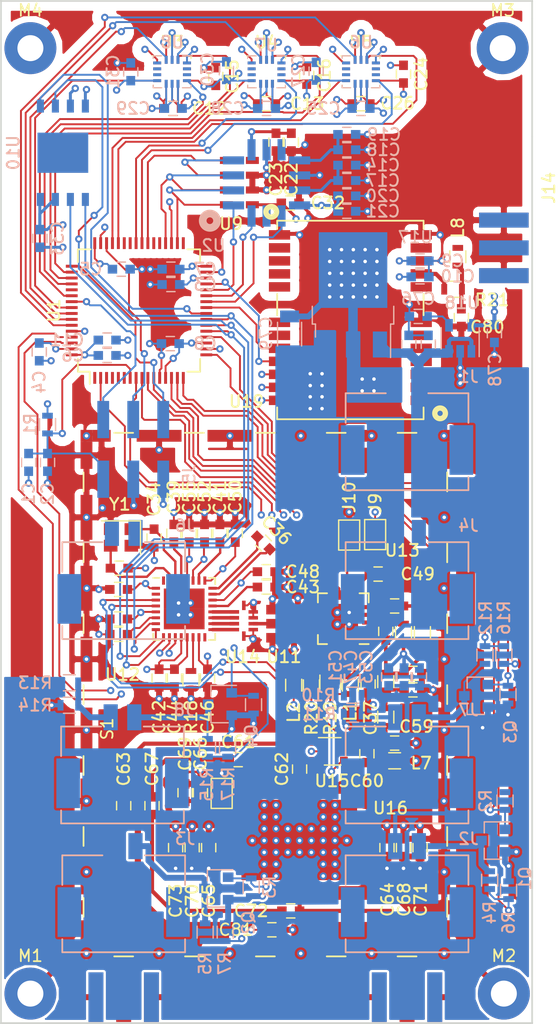
<source format=kicad_pcb>
(kicad_pcb (version 4) (host pcbnew 4.0.7)
  (layers (0 F.Cu signal) (1 In1.Cu signal) (2 In2.Cu signal) (31 B.Cu signal) (34 B.Paste user) (35 F.Paste user) (36 B.SilkS user) (37 F.SilkS user) (38 B.Mask user) (39 F.Mask user) (44 Edge.Cuts user))
  (net 0 "")
  (net 1 GND)
  (net 2 nRST)
  (net 3 "Net-(C3-Pad1)")
  (net 4 3V3)
  (net 5 "Net-(C14-Pad1)")
  (net 6 "Net-(C18-Pad1)")
  (net 7 "Net-(C34-Pad1)")
  (net 8 "Net-(C35-Pad1)")
  (net 9 "Net-(C36-Pad2)")
  (net 10 "Net-(C36-Pad1)")
  (net 11 "Net-(C37-Pad1)")
  (net 12 "Net-(C39-Pad1)")
  (net 13 "Net-(C41-Pad1)")
  (net 14 "Net-(C43-Pad1)")
  (net 15 "Net-(C45-Pad1)")
  (net 16 "Net-(C49-Pad2)")
  (net 17 "Net-(C49-Pad1)")
  (net 18 "Net-(C54-Pad2)")
  (net 19 "Net-(C54-Pad1)")
  (net 20 "Net-(C56-Pad1)")
  (net 21 "Net-(C58-Pad1)")
  (net 22 "Net-(C59-Pad1)")
  (net 23 "Net-(C60-Pad1)")
  (net 24 "Net-(C61-Pad2)")
  (net 25 "Net-(C61-Pad1)")
  (net 26 "Net-(C62-Pad1)")
  (net 27 "Net-(C63-Pad2)")
  (net 28 "Net-(C63-Pad1)")
  (net 29 5V)
  (net 30 /Radio/VCTRL)
  (net 31 "Net-(C67-Pad2)")
  (net 32 "Net-(C72-Pad2)")
  (net 33 VIN)
  (net 34 "Net-(C76-Pad1)")
  (net 35 "Net-(C80-Pad1)")
  (net 36 "Net-(J2-Pad1)")
  (net 37 "Net-(J3-Pad1)")
  (net 38 TCK)
  (net 39 TMS)
  (net 40 SWO)
  (net 41 USART_RX3)
  (net 42 USART_TX3)
  (net 43 "Net-(J7-Pad1)")
  (net 44 "Net-(J7-Pad2)")
  (net 45 "Net-(J8-Pad1)")
  (net 46 "Net-(J8-Pad2)")
  (net 47 /Radio/HGM)
  (net 48 "Net-(J14-Pad1)")
  (net 49 "Net-(L2-Pad2)")
  (net 50 PYRO_A_FIRE)
  (net 51 PYRO_B_FIRE)
  (net 52 PYRO_D_FIRE)
  (net 53 PYRO_C_FIRE)
  (net 54 PYRO_A_SENSE)
  (net 55 PYRO_B_SENSE)
  (net 56 PYRO_D_SENSE)
  (net 57 PYRO_C_SENSE)
  (net 58 "Net-(R18-Pad1)")
  (net 59 "Net-(R19-Pad1)")
  (net 60 "Net-(R20-Pad1)")
  (net 61 "Net-(R21-Pad1)")
  (net 62 "Net-(U1-Pad1)")
  (net 63 "Net-(U1-Pad3)")
  (net 64 "Net-(U1-Pad4)")
  (net 65 SCLK1)
  (net 66 MISO1)
  (net 67 MOSI1)
  (net 68 USART_RX1)
  (net 69 USART_TX1)
  (net 70 "Net-(U1-Pad33)")
  (net 71 SCLK2)
  (net 72 MISO2)
  (net 73 MOSI2)
  (net 74 "Net-(U1-Pad37)")
  (net 75 "Net-(U1-Pad38)")
  (net 76 "Net-(U1-Pad53)")
  (net 77 DRDY_ADXL)
  (net 78 "Net-(U2-Pad13)")
  (net 79 INT1_ADXL)
  (net 80 "Net-(U2-Pad7)")
  (net 81 CS_ADXL)
  (net 82 CS_GYRO1)
  (net 83 "Net-(U3-Pad2)")
  (net 84 "Net-(U3-Pad3)")
  (net 85 GYRO1_INT)
  (net 86 "Net-(U3-Pad9)")
  (net 87 "Net-(U3-Pad10)")
  (net 88 "Net-(U3-Pad11)")
  (net 89 CS_GYRO4)
  (net 90 "Net-(U4-Pad2)")
  (net 91 "Net-(U4-Pad3)")
  (net 92 GYRO4_INT)
  (net 93 "Net-(U4-Pad9)")
  (net 94 "Net-(U4-Pad10)")
  (net 95 "Net-(U4-Pad11)")
  (net 96 CS_GYRO2)
  (net 97 "Net-(U5-Pad2)")
  (net 98 "Net-(U5-Pad3)")
  (net 99 GYRO2_INT)
  (net 100 "Net-(U5-Pad9)")
  (net 101 "Net-(U5-Pad10)")
  (net 102 "Net-(U5-Pad11)")
  (net 103 CS_GYRO5)
  (net 104 "Net-(U6-Pad2)")
  (net 105 "Net-(U6-Pad3)")
  (net 106 GYRO5_INT)
  (net 107 "Net-(U6-Pad9)")
  (net 108 "Net-(U6-Pad10)")
  (net 109 "Net-(U6-Pad11)")
  (net 110 CS_GYRO3)
  (net 111 "Net-(U7-Pad2)")
  (net 112 "Net-(U7-Pad3)")
  (net 113 GYRO3_INT)
  (net 114 "Net-(U7-Pad9)")
  (net 115 "Net-(U7-Pad10)")
  (net 116 "Net-(U7-Pad11)")
  (net 117 CS_GYRO6)
  (net 118 "Net-(U8-Pad2)")
  (net 119 "Net-(U8-Pad3)")
  (net 120 GYRO6_INT)
  (net 121 "Net-(U8-Pad9)")
  (net 122 "Net-(U8-Pad10)")
  (net 123 "Net-(U8-Pad11)")
  (net 124 "Net-(U9-Pad4)")
  (net 125 CS_MS5607)
  (net 126 CS_MEM)
  (net 127 "Net-(U11-Pad2)")
  (net 128 /Radio/CC1125_RFOUT)
  (net 129 GPIO3)
  (net 130 GPIO2)
  (net 131 GPIO0)
  (net 132 CS_CC1125)
  (net 133 "Net-(U12-Pad16)")
  (net 134 "Net-(U12-Pad17)")
  (net 135 "Net-(U12-Pad18)")
  (net 136 "Net-(U12-Pad19)")
  (net 137 "Net-(U12-Pad20)")
  (net 138 "Net-(U12-Pad32)")
  (net 139 LNA_EN)
  (net 140 PA_EN)
  (net 141 "Net-(U16-Pad8)")
  (net 142 "Net-(U19-Pad14)")
  (net 143 "Net-(U19-Pad15)")
  (net 144 "Net-(U19-Pad16)")
  (net 145 "Net-(U19-Pad17)")
  (net 146 "Net-(U19-Pad18)")
  (net 147 "Net-(U19-Pad19)")
  (net 148 "Net-(U19-Pad1)")
  (net 149 "Net-(U19-Pad2)")
  (net 150 "Net-(U19-Pad3)")
  (net 151 "Net-(U19-Pad4)")
  (net 152 "Net-(U19-Pad5)")
  (net 153 "Net-(U19-Pad6)")
  (net 154 GPS_nRST)
  (net 155 "Net-(U1-Pad5)")
  (net 156 "Net-(U1-Pad6)")
  (net 157 CS_CC125)
  (module MASA:VIA_0.3mmx0.62mm (layer F.Cu) (at 159.5 90.25)
    (fp_text reference REF** hide)
    (fp_text value VIA hide)
    (pad 1 thru_hole circle (at 0 0) (size 0.62 0.62) (drill 0.3) (layers *.Cu) (net 1 GND))
  )
  (module MASA:VIA_0.3mmx0.62mm (layer F.Cu) (at 160.5 91.25)
    (fp_text reference REF** hide)
    (fp_text value VIA hide)
    (pad 1 thru_hole circle (at 0 0) (size 0.62 0.62) (drill 0.3) (layers *.Cu) (net 1 GND))
  )
  (module MASA:VIA_0.3mmx0.62mm (layer F.Cu) (at 160.5 90.25)
    (fp_text reference REF** hide)
    (fp_text value VIA hide)
    (pad 1 thru_hole circle (at 0 0) (size 0.62 0.62) (drill 0.3) (layers *.Cu) (net 1 GND))
  )
  (module MASA:VIA_0.3mmx0.62mm (layer F.Cu) (at 159.5 91.25)
    (fp_text reference REF** hide)
    (fp_text value VIA hide)
    (pad 1 thru_hole circle (at 0 0) (size 0.62 0.62) (drill 0.3) (layers *.Cu) (net 1 GND))
  )
  (module MASA:VIA_0.3mmx0.62mm (layer F.Cu) (at 146.05 90.45)
    (fp_text reference REF** hide)
    (fp_text value VIA hide)
    (pad 1 thru_hole circle (at 0 0) (size 0.62 0.62) (drill 0.3) (layers *.Cu) (net 1 GND))
  )
  (module MASA:VIA_0.3mmx0.62mm (layer F.Cu) (at 147.05 90.45)
    (fp_text reference REF** hide)
    (fp_text value VIA hide)
    (pad 1 thru_hole circle (at 0 0) (size 0.62 0.62) (drill 0.3) (layers *.Cu) (net 1 GND))
  )
  (module MASA:VIA_0.3mmx0.62mm (layer F.Cu) (at 146.05 89.45)
    (fp_text reference REF** hide)
    (fp_text value VIA hide)
    (pad 1 thru_hole circle (at 0 0) (size 0.62 0.62) (drill 0.3) (layers *.Cu) (net 1 GND))
  )
  (module MASA:VIA_0.3mmx0.62mm (layer F.Cu) (at 147.05 89.45)
    (fp_text reference REF** hide)
    (fp_text value VIA hide)
    (pad 1 thru_hole circle (at 0 0) (size 0.62 0.62) (drill 0.3) (layers *.Cu) (net 1 GND))
  )
  (module MASA:VIA_0.3mmx0.62mm (layer F.Cu) (at 160.3 109.55 90)
    (fp_text reference REF** hide)
    (fp_text value VIA hide)
    (pad 1 thru_hole circle (at 0 0 90) (size 0.62 0.62) (drill 0.3) (layers *.Cu) (net 1 GND))
  )
  (module MASA:VIA_0.3mmx0.62mm (layer F.Cu) (at 152.3 109.55 90)
    (fp_text reference REF** hide)
    (fp_text value VIA hide)
    (pad 1 thru_hole circle (at 0 0 90) (size 0.62 0.62) (drill 0.3) (layers *.Cu) (net 1 GND))
  )
  (module MASA:VIA_0.3mmx0.62mm (layer F.Cu) (at 154.3 108.55)
    (fp_text reference REF** hide)
    (fp_text value VIA hide)
    (pad 1 thru_hole circle (at 0 0) (size 0.62 0.62) (drill 0.3) (layers *.Cu) (net 1 GND))
  )
  (module MASA:VIA_0.3mmx0.62mm (layer F.Cu) (at 154.3 107.55)
    (fp_text reference REF** hide)
    (fp_text value VIA hide)
    (pad 1 thru_hole circle (at 0 0) (size 0.62 0.62) (drill 0.3) (layers *.Cu) (net 1 GND))
  )
  (module MASA:VIA_0.3mmx0.62mm (layer F.Cu) (at 154.3 106.55)
    (fp_text reference REF** hide)
    (fp_text value VIA hide)
    (pad 1 thru_hole circle (at 0 0) (size 0.62 0.62) (drill 0.3) (layers *.Cu) (net 1 GND))
  )
  (module MASA:VIA_0.3mmx0.62mm (layer F.Cu) (at 153.3 108.55 90)
    (fp_text reference REF** hide)
    (fp_text value VIA hide)
    (pad 1 thru_hole circle (at 0 0 90) (size 0.62 0.62) (drill 0.3) (layers *.Cu) (net 1 GND))
  )
  (module MASA:VIA_0.3mmx0.62mm (layer F.Cu) (at 153.3 107.55 90)
    (fp_text reference REF** hide)
    (fp_text value VIA hide)
    (pad 1 thru_hole circle (at 0 0 90) (size 0.62 0.62) (drill 0.3) (layers *.Cu) (net 1 GND))
  )
  (module MASA:VIA_0.3mmx0.62mm (layer F.Cu) (at 153.3 106.55 90)
    (fp_text reference REF** hide)
    (fp_text value VIA hide)
    (pad 1 thru_hole circle (at 0 0 90) (size 0.62 0.62) (drill 0.3) (layers *.Cu) (net 1 GND))
  )
  (module MASA:VIA_0.3mmx0.62mm (layer F.Cu) (at 159.3 112.55 90)
    (fp_text reference REF** hide)
    (fp_text value VIA hide)
    (pad 1 thru_hole circle (at 0 0 90) (size 0.62 0.62) (drill 0.3) (layers *.Cu) (net 1 GND))
  )
  (module MASA:VIA_0.3mmx0.62mm (layer F.Cu) (at 158.3 112.55)
    (fp_text reference REF** hide)
    (fp_text value VIA hide)
    (pad 1 thru_hole circle (at 0 0) (size 0.62 0.62) (drill 0.3) (layers *.Cu) (net 1 GND))
  )
  (module MASA:VIA_0.3mmx0.62mm (layer F.Cu) (at 159.3 107.55 90)
    (fp_text reference REF** hide)
    (fp_text value VIA hide)
    (pad 1 thru_hole circle (at 0 0 90) (size 0.62 0.62) (drill 0.3) (layers *.Cu) (net 1 GND))
  )
  (module MASA:VIA_0.3mmx0.62mm (layer F.Cu) (at 158.3 106.55)
    (fp_text reference REF** hide)
    (fp_text value VIA hide)
    (pad 1 thru_hole circle (at 0 0) (size 0.62 0.62) (drill 0.3) (layers *.Cu) (net 1 GND))
  )
  (module MASA:VIA_0.3mmx0.62mm (layer F.Cu) (at 159.3 106.55 90)
    (fp_text reference REF** hide)
    (fp_text value VIA hide)
    (pad 1 thru_hole circle (at 0 0 90) (size 0.62 0.62) (drill 0.3) (layers *.Cu) (net 1 GND))
  )
  (module MASA:VIA_0.3mmx0.62mm (layer F.Cu) (at 154.3 112.55)
    (fp_text reference REF** hide)
    (fp_text value VIA hide)
    (pad 1 thru_hole circle (at 0 0) (size 0.62 0.62) (drill 0.3) (layers *.Cu) (net 1 GND))
  )
  (module MASA:VIA_0.3mmx0.62mm (layer F.Cu) (at 153.3 112.55 90)
    (fp_text reference REF** hide)
    (fp_text value VIA hide)
    (pad 1 thru_hole circle (at 0 0 90) (size 0.62 0.62) (drill 0.3) (layers *.Cu) (net 1 GND))
  )
  (module MASA:VIA_0.3mmx0.62mm (layer F.Cu) (at 153.3 109.55 90)
    (fp_text reference REF** hide)
    (fp_text value VIA hide)
    (pad 1 thru_hole circle (at 0 0 90) (size 0.62 0.62) (drill 0.3) (layers *.Cu) (net 1 GND))
  )
  (module MASA:VIA_0.3mmx0.62mm (layer F.Cu) (at 153.3 111.55 90)
    (fp_text reference REF** hide)
    (fp_text value VIA hide)
    (pad 1 thru_hole circle (at 0 0 90) (size 0.62 0.62) (drill 0.3) (layers *.Cu) (net 1 GND))
  )
  (module MASA:VIA_0.3mmx0.62mm (layer F.Cu) (at 153.3 110.55 90)
    (fp_text reference REF** hide)
    (fp_text value VIA hide)
    (pad 1 thru_hole circle (at 0 0 90) (size 0.62 0.62) (drill 0.3) (layers *.Cu) (net 1 GND))
  )
  (module MASA:VIA_0.3mmx0.62mm (layer F.Cu) (at 159.3 109.55 90)
    (fp_text reference REF** hide)
    (fp_text value VIA hide)
    (pad 1 thru_hole circle (at 0 0 90) (size 0.62 0.62) (drill 0.3) (layers *.Cu) (net 1 GND))
  )
  (module MASA:VIA_0.3mmx0.62mm (layer F.Cu) (at 159.3 110.55 90)
    (fp_text reference REF** hide)
    (fp_text value VIA hide)
    (pad 1 thru_hole circle (at 0 0 90) (size 0.62 0.62) (drill 0.3) (layers *.Cu) (net 1 GND))
  )
  (module MASA:VIA_0.3mmx0.62mm (layer F.Cu) (at 159.3 111.55 90)
    (fp_text reference REF** hide)
    (fp_text value VIA hide)
    (pad 1 thru_hole circle (at 0 0 90) (size 0.62 0.62) (drill 0.3) (layers *.Cu) (net 1 GND))
  )
  (module MASA:VIA_0.3mmx0.62mm (layer F.Cu) (at 159.3 108.55 90)
    (fp_text reference REF** hide)
    (fp_text value VIA hide)
    (pad 1 thru_hole circle (at 0 0 90) (size 0.62 0.62) (drill 0.3) (layers *.Cu) (net 1 GND))
  )
  (module MASA:VIA_0.3mmx0.62mm (layer F.Cu) (at 158.3 111.55)
    (fp_text reference REF** hide)
    (fp_text value VIA hide)
    (pad 1 thru_hole circle (at 0 0) (size 0.62 0.62) (drill 0.3) (layers *.Cu) (net 1 GND))
  )
  (module MASA:VIA_0.3mmx0.62mm (layer F.Cu) (at 158.3 110.55)
    (fp_text reference REF** hide)
    (fp_text value VIA hide)
    (pad 1 thru_hole circle (at 0 0) (size 0.62 0.62) (drill 0.3) (layers *.Cu) (net 1 GND))
  )
  (module MASA:VIA_0.3mmx0.62mm (layer F.Cu) (at 157.3 110.55)
    (fp_text reference REF** hide)
    (fp_text value VIA hide)
    (pad 1 thru_hole circle (at 0 0) (size 0.62 0.62) (drill 0.3) (layers *.Cu) (net 1 GND))
  )
  (module MASA:VIA_0.3mmx0.62mm (layer F.Cu) (at 156.3 108.55)
    (fp_text reference REF** hide)
    (fp_text value VIA hide)
    (pad 1 thru_hole circle (at 0 0) (size 0.62 0.62) (drill 0.3) (layers *.Cu) (net 1 GND))
  )
  (module MASA:VIA_0.3mmx0.62mm (layer F.Cu) (at 155.3 108.55)
    (fp_text reference REF** hide)
    (fp_text value VIA hide)
    (pad 1 thru_hole circle (at 0 0) (size 0.62 0.62) (drill 0.3) (layers *.Cu) (net 1 GND))
  )
  (module MASA:VIA_0.3mmx0.62mm (layer F.Cu) (at 154.3 111.55)
    (fp_text reference REF** hide)
    (fp_text value VIA hide)
    (pad 1 thru_hole circle (at 0 0) (size 0.62 0.62) (drill 0.3) (layers *.Cu) (net 1 GND))
  )
  (module MASA:VIA_0.3mmx0.62mm (layer F.Cu) (at 155.3 110.55)
    (fp_text reference REF** hide)
    (fp_text value VIA hide)
    (pad 1 thru_hole circle (at 0 0) (size 0.62 0.62) (drill 0.3) (layers *.Cu) (net 1 GND))
  )
  (module MASA:VIA_0.3mmx0.62mm (layer F.Cu) (at 154.3 110.55)
    (fp_text reference REF** hide)
    (fp_text value VIA hide)
    (pad 1 thru_hole circle (at 0 0) (size 0.62 0.62) (drill 0.3) (layers *.Cu) (net 1 GND))
  )
  (module MASA:VIA_0.3mmx0.62mm (layer F.Cu) (at 154.3 109.55)
    (fp_text reference REF** hide)
    (fp_text value VIA hide)
    (pad 1 thru_hole circle (at 0 0) (size 0.62 0.62) (drill 0.3) (layers *.Cu) (net 1 GND))
  )
  (module MASA:VIA_0.3mmx0.62mm (layer F.Cu) (at 156.3 109.55)
    (fp_text reference REF** hide)
    (fp_text value VIA hide)
    (pad 1 thru_hole circle (at 0 0) (size 0.62 0.62) (drill 0.3) (layers *.Cu) (net 1 GND))
  )
  (module MASA:VIA_0.3mmx0.62mm (layer F.Cu) (at 156.3 110.55)
    (fp_text reference REF** hide)
    (fp_text value VIA hide)
    (pad 1 thru_hole circle (at 0 0) (size 0.62 0.62) (drill 0.3) (layers *.Cu) (net 1 GND))
  )
  (module MASA:VIA_0.3mmx0.62mm (layer F.Cu) (at 155.3 109.55)
    (fp_text reference REF** hide)
    (fp_text value VIA hide)
    (pad 1 thru_hole circle (at 0 0) (size 0.62 0.62) (drill 0.3) (layers *.Cu) (net 1 GND))
  )
  (module MASA:VIA_0.3mmx0.62mm (layer F.Cu) (at 158.3 109.55)
    (fp_text reference REF** hide)
    (fp_text value VIA hide)
    (pad 1 thru_hole circle (at 0 0) (size 0.62 0.62) (drill 0.3) (layers *.Cu) (net 1 GND))
  )
  (module MASA:VIA_0.3mmx0.62mm (layer F.Cu) (at 157.3 109.55)
    (fp_text reference REF** hide)
    (fp_text value VIA hide)
    (pad 1 thru_hole circle (at 0 0) (size 0.62 0.62) (drill 0.3) (layers *.Cu) (net 1 GND))
  )
  (module MASA:VIA_0.3mmx0.62mm (layer F.Cu) (at 158.3 108.55)
    (fp_text reference REF** hide)
    (fp_text value VIA hide)
    (pad 1 thru_hole circle (at 0 0) (size 0.62 0.62) (drill 0.3) (layers *.Cu) (net 1 GND))
  )
  (module MASA:VIA_0.3mmx0.62mm (layer F.Cu) (at 158.3 107.55)
    (fp_text reference REF** hide)
    (fp_text value VIA hide)
    (pad 1 thru_hole circle (at 0 0) (size 0.62 0.62) (drill 0.3) (layers *.Cu) (net 1 GND))
  )
  (module MASA:VIA_0.3mmx0.62mm (layer F.Cu) (at 157.3 108.55)
    (fp_text reference REF** hide)
    (fp_text value VIA hide)
    (pad 1 thru_hole circle (at 0 0) (size 0.62 0.62) (drill 0.3) (layers *.Cu) (net 1 GND))
  )
  (module MASA:VIA_0.3mmx0.62mm (layer F.Cu) (at 162.6 70.5)
    (fp_text reference REF** hide)
    (fp_text value VIA hide)
    (pad 1 thru_hole circle (at 0 0) (size 0.62 0.62) (drill 0.3) (layers *.Cu) (net 1 GND))
  )
  (module MASA:VIA_0.3mmx0.62mm (layer F.Cu) (at 162.6 71.5)
    (fp_text reference REF** hide)
    (fp_text value VIA hide)
    (pad 1 thru_hole circle (at 0 0) (size 0.62 0.62) (drill 0.3) (layers *.Cu) (net 1 GND))
  )
  (module MASA:VIA_0.3mmx0.62mm (layer F.Cu) (at 161.6 71.5)
    (fp_text reference REF** hide)
    (fp_text value VIA hide)
    (pad 1 thru_hole circle (at 0 0) (size 0.62 0.62) (drill 0.3) (layers *.Cu) (net 1 GND))
  )
  (module MASA:VIA_0.3mmx0.62mm (layer F.Cu) (at 161.6 70.5)
    (fp_text reference REF** hide)
    (fp_text value VIA hide)
    (pad 1 thru_hole circle (at 0 0) (size 0.62 0.62) (drill 0.3) (layers *.Cu) (net 1 GND))
  )
  (module MASA:VIA_0.3mmx0.62mm (layer F.Cu) (at 158.2 72)
    (fp_text reference REF** hide)
    (fp_text value VIA hide)
    (pad 1 thru_hole circle (at 0 0) (size 0.62 0.62) (drill 0.3) (layers *.Cu) (net 29 5V))
  )
  (module MASA:VIA_0.3mmx0.62mm (layer F.Cu) (at 157.2 73)
    (fp_text reference REF** hide)
    (fp_text value VIA hide)
    (pad 1 thru_hole circle (at 0 0) (size 0.62 0.62) (drill 0.3) (layers *.Cu) (net 29 5V))
  )
  (module MASA:VIA_0.3mmx0.62mm (layer F.Cu) (at 158.2 73)
    (fp_text reference REF** hide)
    (fp_text value VIA hide)
    (pad 1 thru_hole circle (at 0 0) (size 0.62 0.62) (drill 0.3) (layers *.Cu) (net 29 5V))
  )
  (module MASA:VIA_0.3mmx0.62mm (layer F.Cu) (at 157.2 72)
    (fp_text reference REF** hide)
    (fp_text value VIA hide)
    (pad 1 thru_hole circle (at 0 0) (size 0.62 0.62) (drill 0.3) (layers *.Cu) (net 29 5V))
  )
  (module MASA:VIA_0.3mmx0.62mm (layer F.Cu) (at 157.2 70.05)
    (fp_text reference REF** hide)
    (fp_text value VIA hide)
    (pad 1 thru_hole circle (at 0 0) (size 0.62 0.62) (drill 0.3) (layers *.Cu) (net 29 5V))
  )
  (module MASA:VIA_0.3mmx0.62mm (layer F.Cu) (at 158.2 70.05)
    (fp_text reference REF** hide)
    (fp_text value VIA hide)
    (pad 1 thru_hole circle (at 0 0) (size 0.62 0.62) (drill 0.3) (layers *.Cu) (net 29 5V))
  )
  (module MASA:VIA_0.3mmx0.62mm (layer F.Cu) (at 157.2 71.05)
    (fp_text reference REF** hide)
    (fp_text value VIA hide)
    (pad 1 thru_hole circle (at 0 0) (size 0.62 0.62) (drill 0.3) (layers *.Cu) (net 29 5V))
  )
  (module MASA:VIA_0.3mmx0.62mm (layer F.Cu) (at 158.2 71.05)
    (fp_text reference REF** hide)
    (fp_text value VIA hide)
    (pad 1 thru_hole circle (at 0 0) (size 0.62 0.62) (drill 0.3) (layers *.Cu) (net 29 5V))
  )
  (module MASA:VIA_0.3mmx0.62mm (layer F.Cu) (at 158.85 62.55)
    (fp_text reference REF** hide)
    (fp_text value VIA hide)
    (pad 1 thru_hole circle (at 0 0) (size 0.62 0.62) (drill 0.3) (layers *.Cu) (net 1 GND))
  )
  (module MASA:VIA_0.3mmx0.62mm (layer F.Cu) (at 159.85 62.55)
    (fp_text reference REF** hide)
    (fp_text value VIA hide)
    (pad 1 thru_hole circle (at 0 0) (size 0.62 0.62) (drill 0.3) (layers *.Cu) (net 1 GND))
  )
  (module MASA:VIA_0.3mmx0.62mm (layer F.Cu) (at 160.85 62.55)
    (fp_text reference REF** hide)
    (fp_text value VIA hide)
    (pad 1 thru_hole circle (at 0 0) (size 0.62 0.62) (drill 0.3) (layers *.Cu) (net 1 GND))
  )
  (module MASA:VIA_0.3mmx0.62mm (layer F.Cu) (at 159.85 63.55)
    (fp_text reference REF** hide)
    (fp_text value VIA hide)
    (pad 1 thru_hole circle (at 0 0) (size 0.62 0.62) (drill 0.3) (layers *.Cu) (net 1 GND))
  )
  (module MASA:VIA_0.3mmx0.62mm (layer F.Cu) (at 160.85 63.55)
    (fp_text reference REF** hide)
    (fp_text value VIA hide)
    (pad 1 thru_hole circle (at 0 0) (size 0.62 0.62) (drill 0.3) (layers *.Cu) (net 1 GND))
  )
  (module MASA:VIA_0.3mmx0.62mm (layer F.Cu) (at 158.85 63.55)
    (fp_text reference REF** hide)
    (fp_text value VIA hide)
    (pad 1 thru_hole circle (at 0 0) (size 0.62 0.62) (drill 0.3) (layers *.Cu) (net 1 GND))
  )
  (module MASA:VIA_0.3mmx0.62mm (layer F.Cu) (at 161.85 63.55)
    (fp_text reference REF** hide)
    (fp_text value VIA hide)
    (pad 1 thru_hole circle (at 0 0) (size 0.62 0.62) (drill 0.3) (layers *.Cu) (net 1 GND))
  )
  (module MASA:VIA_0.3mmx0.62mm (layer F.Cu) (at 162.85 62.55)
    (fp_text reference REF** hide)
    (fp_text value VIA hide)
    (pad 1 thru_hole circle (at 0 0) (size 0.62 0.62) (drill 0.3) (layers *.Cu) (net 1 GND))
  )
  (module MASA:VIA_0.3mmx0.62mm (layer F.Cu) (at 161.85 62.55)
    (fp_text reference REF** hide)
    (fp_text value VIA hide)
    (pad 1 thru_hole circle (at 0 0) (size 0.62 0.62) (drill 0.3) (layers *.Cu) (net 1 GND))
  )
  (module MASA:VIA_0.3mmx0.62mm (layer F.Cu) (at 161.85 61.55)
    (fp_text reference REF** hide)
    (fp_text value VIA hide)
    (pad 1 thru_hole circle (at 0 0) (size 0.62 0.62) (drill 0.3) (layers *.Cu) (net 1 GND))
  )
  (module MASA:VIA_0.3mmx0.62mm (layer F.Cu) (at 162.85 63.55)
    (fp_text reference REF** hide)
    (fp_text value VIA hide)
    (pad 1 thru_hole circle (at 0 0) (size 0.62 0.62) (drill 0.3) (layers *.Cu) (net 1 GND))
  )
  (module MASA:VIA_0.3mmx0.62mm (layer F.Cu) (at 162.85 61.55)
    (fp_text reference REF** hide)
    (fp_text value VIA hide)
    (pad 1 thru_hole circle (at 0 0) (size 0.62 0.62) (drill 0.3) (layers *.Cu) (net 1 GND))
  )
  (module MASA:VIA_0.3mmx0.62mm (layer F.Cu) (at 161.85 60.55)
    (fp_text reference REF** hide)
    (fp_text value VIA hide)
    (pad 1 thru_hole circle (at 0 0) (size 0.62 0.62) (drill 0.3) (layers *.Cu) (net 1 GND))
  )
  (module MASA:VIA_0.3mmx0.62mm (layer F.Cu) (at 161.85 59.55)
    (fp_text reference REF** hide)
    (fp_text value VIA hide)
    (pad 1 thru_hole circle (at 0 0) (size 0.62 0.62) (drill 0.3) (layers *.Cu) (net 1 GND))
  )
  (module MASA:VIA_0.3mmx0.62mm (layer F.Cu) (at 160.85 60.55)
    (fp_text reference REF** hide)
    (fp_text value VIA hide)
    (pad 1 thru_hole circle (at 0 0) (size 0.62 0.62) (drill 0.3) (layers *.Cu) (net 1 GND))
  )
  (module MASA:VIA_0.3mmx0.62mm (layer F.Cu) (at 162.85 59.55)
    (fp_text reference REF** hide)
    (fp_text value VIA hide)
    (pad 1 thru_hole circle (at 0 0) (size 0.62 0.62) (drill 0.3) (layers *.Cu) (net 1 GND))
  )
  (module MASA:VIA_0.3mmx0.62mm (layer F.Cu) (at 162.85 60.55)
    (fp_text reference REF** hide)
    (fp_text value VIA hide)
    (pad 1 thru_hole circle (at 0 0) (size 0.62 0.62) (drill 0.3) (layers *.Cu) (net 1 GND))
  )
  (module MASA:VIA_0.3mmx0.62mm (layer F.Cu) (at 160.85 59.55)
    (fp_text reference REF** hide)
    (fp_text value VIA hide)
    (pad 1 thru_hole circle (at 0 0) (size 0.62 0.62) (drill 0.3) (layers *.Cu) (net 1 GND))
  )
  (module MASA:VIA_0.3mmx0.62mm (layer F.Cu) (at 159.85 60.55)
    (fp_text reference REF** hide)
    (fp_text value VIA hide)
    (pad 1 thru_hole circle (at 0 0) (size 0.62 0.62) (drill 0.3) (layers *.Cu) (net 1 GND))
  )
  (module MASA:VIA_0.3mmx0.62mm (layer F.Cu) (at 159.85 61.55)
    (fp_text reference REF** hide)
    (fp_text value VIA hide)
    (pad 1 thru_hole circle (at 0 0) (size 0.62 0.62) (drill 0.3) (layers *.Cu) (net 1 GND))
  )
  (module MASA:VIA_0.3mmx0.62mm (layer F.Cu) (at 158.85 60.55)
    (fp_text reference REF** hide)
    (fp_text value VIA hide)
    (pad 1 thru_hole circle (at 0 0) (size 0.62 0.62) (drill 0.3) (layers *.Cu) (net 1 GND))
  )
  (module MASA:VIA_0.3mmx0.62mm (layer F.Cu) (at 160.85 61.55)
    (fp_text reference REF** hide)
    (fp_text value VIA hide)
    (pad 1 thru_hole circle (at 0 0) (size 0.62 0.62) (drill 0.3) (layers *.Cu) (net 1 GND))
  )
  (module MASA:VIA_0.3mmx0.62mm (layer F.Cu) (at 159.85 59.55)
    (fp_text reference REF** hide)
    (fp_text value VIA hide)
    (pad 1 thru_hole circle (at 0 0) (size 0.62 0.62) (drill 0.3) (layers *.Cu) (net 1 GND))
  )
  (module MASA:VIA_0.3mmx0.62mm (layer F.Cu) (at 158.85 59.55)
    (fp_text reference REF** hide)
    (fp_text value VIA hide)
    (pad 1 thru_hole circle (at 0 0) (size 0.62 0.62) (drill 0.3) (layers *.Cu) (net 1 GND))
  )
  (module MASA:VIA_0.3mmx0.62mm (layer F.Cu) (at 158.85 61.55)
    (fp_text reference REF** hide)
    (fp_text value VIA hide)
    (pad 1 thru_hole circle (at 0 0) (size 0.62 0.62) (drill 0.3) (layers *.Cu) (net 1 GND))
  )
  (module Shielding_Cabinets:Laird_Technologies_BMI-S-210-F_44.00x30.50mm (layer F.Cu) (at 153.4 97.2 90)
    (fp_text reference S1 (at -2.9 -13.4 90) (layer F.SilkS))
    (fp_text value Shield)
    (pad 1 smd rect (at -21.9 -15.15 90) (size 1 1) (layers F.Cu F.Mask) (net 1 GND))
    (pad 1 smd rect (at 21.9 -15.15 90) (size 1 1) (layers F.Cu F.Mask) (net 1 GND))
    (pad 1 smd rect (at 21.9 15.15 90) (size 1 1) (layers F.Cu F.Mask) (net 1 GND))
    (pad 1 smd rect (at -21.9 15.15 90) (size 1 1) (layers F.Cu F.Mask) (net 1 GND))
    (pad 1 smd rect (at -20.25 -15.15 90) (size 2.3 1) (layers F.Cu F.Mask) (net 1 GND))
    (pad 1 smd rect (at -20.25 15.15 90) (size 2.3 1) (layers F.Cu F.Mask) (net 1 GND))
    (pad 1 smd rect (at -15 -15.15 90) (size 3.8 1) (layers F.Cu F.Mask) (net 1 GND))
    (pad 1 smd rect (at -15 15.15 90) (size 3.8 1) (layers F.Cu F.Mask) (net 1 GND))
    (pad 1 smd rect (at -9 -15.15 90) (size 3.8 1) (layers F.Cu F.Mask) (net 1 GND))
    (pad 1 smd rect (at -9 15.15 90) (size 3.8 1) (layers F.Cu F.Mask) (net 1 GND))
    (pad 1 smd rect (at -3 -15.15 90) (size 3.8 1) (layers F.Cu F.Mask) (net 1 GND))
    (pad 1 smd rect (at -3 15.15 90) (size 3.8 1) (layers F.Cu F.Mask) (net 1 GND))
    (pad 1 smd rect (at 3 -15.15 90) (size 3.8 1) (layers F.Cu F.Mask) (net 1 GND))
    (pad 1 smd rect (at 3 15.15 90) (size 3.8 1) (layers F.Cu F.Mask) (net 1 GND))
    (pad 1 smd rect (at 9 -15.15 90) (size 3.8 1) (layers F.Cu F.Mask) (net 1 GND))
    (pad 1 smd rect (at 9 15.15 90) (size 3.8 1) (layers F.Cu F.Mask) (net 1 GND))
    (pad 1 smd rect (at 15 -15.15 90) (size 3.8 1) (layers F.Cu F.Mask) (net 1 GND))
    (pad 1 smd rect (at 15 15.15 90) (size 3.8 1) (layers F.Cu F.Mask) (net 1 GND))
    (pad 1 smd rect (at 20.25 -15.15 90) (size 2.3 1) (layers F.Cu F.Mask) (net 1 GND))
    (pad 1 smd rect (at 20.25 15.15 90) (size 2.3 1) (layers F.Cu F.Mask) (net 1 GND))
    (pad 1 smd rect (at -21.9 -13.875 90) (size 1 1.55) (layers F.Cu F.Mask) (net 1 GND))
    (pad 1 smd rect (at 21.9 -13.875 90) (size 1 1.55) (layers F.Cu F.Mask) (net 1 GND))
    (pad 1 smd rect (at -21.9 -9 90) (size 1 3.8) (layers F.Cu F.Mask) (net 1 GND))
    (pad 1 smd rect (at 21.9 -9 90) (size 1 3.8) (layers F.Cu F.Mask) (net 1 GND))
    (pad 1 smd rect (at -21.9 -3 90) (size 1 3.8) (layers F.Cu F.Mask) (net 1 GND))
    (pad 1 smd rect (at 21.9 -3 90) (size 1 3.8) (layers F.Cu F.Mask) (net 1 GND))
    (pad 1 smd rect (at -21.9 3 90) (size 1 3.8) (layers F.Cu F.Mask) (net 1 GND))
    (pad 1 smd rect (at 21.9 3 90) (size 1 3.8) (layers F.Cu F.Mask) (net 1 GND))
    (pad 1 smd rect (at -21.9 9 90) (size 1 3.8) (layers F.Cu F.Mask) (net 1 GND))
    (pad 1 smd rect (at 21.9 9 90) (size 1 3.8) (layers F.Cu F.Mask) (net 1 GND))
    (pad 1 smd rect (at -21.9 13.875 90) (size 1 1.55) (layers F.Cu F.Mask) (net 1 GND))
    (pad 1 smd rect (at 21.9 13.875 90) (size 1 1.55) (layers F.Cu F.Mask) (net 1 GND))
  )
  (module Capacitors_SMD:C_0603 (layer B.Cu) (at 133.35 77.55 270)
    (fp_text reference C1 (at 2.65 0 270) (layer B.SilkS) (effects (font (thickness 0.17)) (justify mirror)))
    (fp_text value 100nF)
    (pad 2 smd rect (at 0.75 0 270) (size 0.8 0.75) (layers B.Cu B.Paste B.Mask) (net 1 GND))
    (pad 1 smd rect (at -0.75 0 270) (size 0.8 0.75) (layers B.Cu B.Paste B.Mask) (net 2 nRST))
  )
  (module Capacitors_SMD:C_0603 (layer B.Cu) (at 134.95 77.55 270)
    (fp_text reference C2 (at 2.65 0 270) (layer B.SilkS) (effects (font (thickness 0.17)) (justify mirror)))
    (fp_text value 2.2nF)
    (pad 2 smd rect (at 0.75 0 270) (size 0.8 0.75) (layers B.Cu B.Paste B.Mask) (net 1 GND))
    (pad 1 smd rect (at -0.75 0 270) (size 0.8 0.75) (layers B.Cu B.Paste B.Mask) (net 2 nRST))
  )
  (module Capacitors_SMD:C_0603 (layer B.Cu) (at 145.4 62.5 180)
    (fp_text reference C3 (at -2.9 0 180) (layer B.SilkS) (effects (font (thickness 0.17)) (justify mirror)))
    (fp_text value 2.2uF)
    (pad 2 smd rect (at 0.75 0 180) (size 0.8 0.75) (layers B.Cu B.Paste B.Mask) (net 1 GND))
    (pad 1 smd rect (at -0.75 0 180) (size 0.8 0.75) (layers B.Cu B.Paste B.Mask) (net 3 "Net-(C3-Pad1)"))
  )
  (module Capacitors_SMD:C_0603 (layer B.Cu) (at 134.25 68.2 90)
    (fp_text reference C4 (at -2.55 0 90) (layer B.SilkS) (effects (font (thickness 0.17)) (justify mirror)))
    (fp_text value 10uF)
    (pad 2 smd rect (at 0.75 0 90) (size 0.8 0.75) (layers B.Cu B.Paste B.Mask) (net 1 GND))
    (pad 1 smd rect (at -0.75 0 90) (size 0.8 0.75) (layers B.Cu B.Paste B.Mask) (net 4 3V3))
  )
  (module Capacitors_SMD:C_0603 (layer B.Cu) (at 141.2 61.2)
    (fp_text reference C5 (at -2.6 0) (layer B.SilkS) (effects (font (thickness 0.17)) (justify mirror)))
    (fp_text value 100nF)
    (pad 2 smd rect (at 0.75 0) (size 0.8 0.75) (layers B.Cu B.Paste B.Mask) (net 1 GND))
    (pad 1 smd rect (at -0.75 0) (size 0.8 0.75) (layers B.Cu B.Paste B.Mask) (net 4 3V3))
  )
  (module Capacitors_SMD:C_0603 (layer B.Cu) (at 140 68.5)
    (fp_text reference C6 (at -2.9 0) (layer B.SilkS) (effects (font (thickness 0.17)) (justify mirror)))
    (fp_text value 100nF)
    (pad 2 smd rect (at 0.75 0) (size 0.8 0.75) (layers B.Cu B.Paste B.Mask) (net 1 GND))
    (pad 1 smd rect (at -0.75 0) (size 0.8 0.75) (layers B.Cu B.Paste B.Mask) (net 4 3V3))
  )
  (module Capacitors_SMD:C_0603 (layer B.Cu) (at 145.4 61.2 180)
    (fp_text reference C7 (at -2.9 0 180) (layer B.SilkS) (effects (font (thickness 0.17)) (justify mirror)))
    (fp_text value 100nF)
    (pad 2 smd rect (at 0.75 0 180) (size 0.8 0.75) (layers B.Cu B.Paste B.Mask) (net 1 GND))
    (pad 1 smd rect (at -0.75 0 180) (size 0.8 0.75) (layers B.Cu B.Paste B.Mask) (net 4 3V3))
  )
  (module Capacitors_SMD:C_0603 (layer B.Cu) (at 145.35 67.5 180)
    (fp_text reference C8 (at -2.95 0 180) (layer B.SilkS) (effects (font (thickness 0.17)) (justify mirror)))
    (fp_text value 100nF)
    (pad 2 smd rect (at 0.75 0 180) (size 0.8 0.75) (layers B.Cu B.Paste B.Mask) (net 1 GND))
    (pad 1 smd rect (at -0.75 0 180) (size 0.8 0.75) (layers B.Cu B.Paste B.Mask) (net 4 3V3))
  )
  (module Capacitors_SMD:C_0603 (layer B.Cu) (at 166.5 60.5)
    (fp_text reference C9 (at 2.75 0) (layer B.SilkS) (effects (font (thickness 0.17)) (justify mirror)))
    (fp_text value 100nF)
    (pad 2 smd rect (at 0.75 0) (size 0.8 0.75) (layers B.Cu B.Paste B.Mask) (net 1 GND))
    (pad 1 smd rect (at -0.75 0) (size 0.8 0.75) (layers B.Cu B.Paste B.Mask) (net 4 3V3))
  )
  (module Capacitors_SMD:C_0603 (layer B.Cu) (at 166.5 61.85)
    (fp_text reference C10 (at 3.2 -0.05) (layer B.SilkS) (effects (font (thickness 0.17)) (justify mirror)))
    (fp_text value 2.2nF)
    (pad 2 smd rect (at 0.75 0) (size 0.8 0.75) (layers B.Cu B.Paste B.Mask) (net 1 GND))
    (pad 1 smd rect (at -0.75 0) (size 0.8 0.75) (layers B.Cu B.Paste B.Mask) (net 4 3V3))
  )
  (module Capacitors_SMD:C_0603 (layer B.Cu) (at 140 67.2)
    (fp_text reference C11 (at -3.4 0) (layer B.SilkS) (effects (font (thickness 0.17)) (justify mirror)))
    (fp_text value 2.2nF)
    (pad 2 smd rect (at 0.75 0) (size 0.8 0.75) (layers B.Cu B.Paste B.Mask) (net 1 GND))
    (pad 1 smd rect (at -0.75 0) (size 0.8 0.75) (layers B.Cu B.Paste B.Mask) (net 4 3V3))
  )
  (module Capacitors_SMD:C_0603 (layer F.Cu) (at 145.55 47.6)
    (fp_text reference C12 (at 3.1 0) (layer F.SilkS) (effects (font (thickness 0.17))))
    (fp_text value 100nF)
    (pad 2 smd rect (at 0.75 0) (size 0.8 0.75) (layers F.Cu F.Paste F.Mask) (net 1 GND))
    (pad 1 smd rect (at -0.75 0) (size 0.8 0.75) (layers F.Cu F.Paste F.Mask) (net 4 3V3))
  )
  (module Capacitors_SMD:C_0603 (layer F.Cu) (at 153.5 47.2)
    (fp_text reference C13 (at 3.45 0) (layer F.SilkS) (effects (font (thickness 0.17))))
    (fp_text value 100nF)
    (pad 2 smd rect (at 0.75 0) (size 0.8 0.75) (layers F.Cu F.Paste F.Mask) (net 1 GND))
    (pad 1 smd rect (at -0.75 0) (size 0.8 0.75) (layers F.Cu F.Paste F.Mask) (net 4 3V3))
  )
  (module Capacitors_SMD:C_0603 (layer B.Cu) (at 160.3 52.4)
    (fp_text reference C14 (at 3.05 0) (layer B.SilkS) (effects (font (thickness 0.17)) (justify mirror)))
    (fp_text value 100nF)
    (pad 2 smd rect (at 0.75 0) (size 0.8 0.75) (layers B.Cu B.Paste B.Mask) (net 1 GND))
    (pad 1 smd rect (at -0.75 0) (size 0.8 0.75) (layers B.Cu B.Paste B.Mask) (net 5 "Net-(C14-Pad1)"))
  )
  (module Capacitors_SMD:C_0603 (layer F.Cu) (at 149.2 44.9 90)
    (fp_text reference C15 (at 0 1.4 90) (layer F.SilkS) (effects (font (thickness 0.17))))
    (fp_text value 100nF)
    (pad 2 smd rect (at 0.75 0 90) (size 0.8 0.75) (layers F.Cu F.Paste F.Mask) (net 1 GND))
    (pad 1 smd rect (at -0.75 0 90) (size 0.8 0.75) (layers F.Cu F.Paste F.Mask) (net 4 3V3))
  )
  (module Capacitors_SMD:C_0603 (layer F.Cu) (at 156.9 44.8 90)
    (fp_text reference C16 (at 0 1.5 90) (layer F.SilkS) (effects (font (thickness 0.17))))
    (fp_text value 100nF)
    (pad 2 smd rect (at 0.75 0 90) (size 0.8 0.75) (layers F.Cu F.Paste F.Mask) (net 1 GND))
    (pad 1 smd rect (at -0.75 0 90) (size 0.8 0.75) (layers F.Cu F.Paste F.Mask) (net 4 3V3))
  )
  (module Capacitors_SMD:C_0603 (layer B.Cu) (at 160.3 53.7)
    (fp_text reference C17 (at 3.05 0) (layer B.SilkS) (effects (font (thickness 0.17)) (justify mirror)))
    (fp_text value 1uF)
    (pad 2 smd rect (at 0.75 0) (size 0.8 0.75) (layers B.Cu B.Paste B.Mask) (net 1 GND))
    (pad 1 smd rect (at -0.75 0) (size 0.8 0.75) (layers B.Cu B.Paste B.Mask) (net 5 "Net-(C14-Pad1)"))
  )
  (module Capacitors_SMD:C_0603 (layer B.Cu) (at 160.3 51.1)
    (fp_text reference C18 (at 3.1 0) (layer B.SilkS) (effects (font (thickness 0.17)) (justify mirror)))
    (fp_text value 100nF)
    (pad 2 smd rect (at 0.75 0) (size 0.8 0.75) (layers B.Cu B.Paste B.Mask) (net 1 GND))
    (pad 1 smd rect (at -0.75 0) (size 0.8 0.75) (layers B.Cu B.Paste B.Mask) (net 6 "Net-(C18-Pad1)"))
  )
  (module Capacitors_SMD:C_0603 (layer B.Cu) (at 160.3 49.8)
    (fp_text reference C19 (at 3.15 0) (layer B.SilkS) (effects (font (thickness 0.17)) (justify mirror)))
    (fp_text value 1uF)
    (pad 2 smd rect (at 0.75 0) (size 0.8 0.75) (layers B.Cu B.Paste B.Mask) (net 1 GND))
    (pad 1 smd rect (at -0.75 0) (size 0.8 0.75) (layers B.Cu B.Paste B.Mask) (net 6 "Net-(C18-Pad1)"))
  )
  (module Capacitors_SMD:C_0603 (layer B.Cu) (at 160.3 55)
    (fp_text reference C20 (at 3.05 0) (layer B.SilkS) (effects (font (thickness 0.17)) (justify mirror)))
    (fp_text value 100nF)
    (pad 2 smd rect (at 0.75 0) (size 0.8 0.75) (layers B.Cu B.Paste B.Mask) (net 1 GND))
    (pad 1 smd rect (at -0.75 0) (size 0.8 0.75) (layers B.Cu B.Paste B.Mask) (net 4 3V3))
  )
  (module Capacitors_SMD:C_0603 (layer B.Cu) (at 160.3 56.3)
    (fp_text reference C21 (at 3.05 0) (layer B.SilkS) (effects (font (thickness 0.17)) (justify mirror)))
    (fp_text value 1uF)
    (pad 2 smd rect (at 0.75 0) (size 0.8 0.75) (layers B.Cu B.Paste B.Mask) (net 1 GND))
    (pad 1 smd rect (at -0.75 0) (size 0.8 0.75) (layers B.Cu B.Paste B.Mask) (net 4 3V3))
  )
  (module Capacitors_SMD:C_0603 (layer F.Cu) (at 155.6 50.45 270)
    (fp_text reference C22 (at 3.15 0 270) (layer F.SilkS) (effects (font (thickness 0.17))))
    (fp_text value 100nF)
    (pad 2 smd rect (at 0.75 0 270) (size 0.8 0.75) (layers F.Cu F.Paste F.Mask) (net 1 GND))
    (pad 1 smd rect (at -0.75 0 270) (size 0.8 0.75) (layers F.Cu F.Paste F.Mask) (net 4 3V3))
  )
  (module Capacitors_SMD:C_0603 (layer F.Cu) (at 154.3 50.45 270)
    (fp_text reference C23 (at 3.15 0 270) (layer F.SilkS) (effects (font (thickness 0.17))))
    (fp_text value 1uF)
    (pad 2 smd rect (at 0.75 0 270) (size 0.8 0.75) (layers F.Cu F.Paste F.Mask) (net 1 GND))
    (pad 1 smd rect (at -0.75 0 270) (size 0.8 0.75) (layers F.Cu F.Paste F.Mask) (net 4 3V3))
  )
  (module Capacitors_SMD:C_0603 (layer F.Cu) (at 165.1 44.7 90)
    (fp_text reference C24 (at 0 1.5 90) (layer F.SilkS) (effects (font (thickness 0.17))))
    (fp_text value 100nF)
    (pad 2 smd rect (at 0.75 0 90) (size 0.8 0.75) (layers F.Cu F.Paste F.Mask) (net 1 GND))
    (pad 1 smd rect (at -0.75 0 90) (size 0.8 0.75) (layers F.Cu F.Paste F.Mask) (net 4 3V3))
  )
  (module Capacitors_SMD:C_0603 (layer B.Cu) (at 161.5 47.6 180)
    (fp_text reference C25 (at 3.2 0 180) (layer B.SilkS) (effects (font (thickness 0.17)) (justify mirror)))
    (fp_text value 100nF)
    (pad 2 smd rect (at 0.75 0 180) (size 0.8 0.75) (layers B.Cu B.Paste B.Mask) (net 1 GND))
    (pad 1 smd rect (at -0.75 0 180) (size 0.8 0.75) (layers B.Cu B.Paste B.Mask) (net 4 3V3))
  )
  (module Capacitors_SMD:C_0603 (layer F.Cu) (at 161.5 47.2)
    (fp_text reference C26 (at 3.098476 -0.039) (layer F.SilkS) (effects (font (thickness 0.17))))
    (fp_text value 100nF)
    (pad 2 smd rect (at 0.75 0) (size 0.8 0.75) (layers F.Cu F.Paste F.Mask) (net 1 GND))
    (pad 1 smd rect (at -0.75 0) (size 0.8 0.75) (layers F.Cu F.Paste F.Mask) (net 4 3V3))
  )
  (module Capacitors_SMD:C_0603 (layer B.Cu) (at 157.7 44.45 90)
    (fp_text reference C27 (at 0.05 -1.5 90) (layer B.SilkS) (effects (font (thickness 0.17)) (justify mirror)))
    (fp_text value 100nF)
    (pad 2 smd rect (at 0.75 0 90) (size 0.8 0.75) (layers B.Cu B.Paste B.Mask) (net 1 GND))
    (pad 1 smd rect (at -0.75 0 90) (size 0.8 0.75) (layers B.Cu B.Paste B.Mask) (net 4 3V3))
  )
  (module Capacitors_SMD:C_0603 (layer B.Cu) (at 153.5 47.6 180)
    (fp_text reference C28 (at 3.3 0 180) (layer B.SilkS) (effects (font (thickness 0.17)) (justify mirror)))
    (fp_text value 100nF)
    (pad 2 smd rect (at 0.75 0 180) (size 0.8 0.75) (layers B.Cu B.Paste B.Mask) (net 1 GND))
    (pad 1 smd rect (at -0.75 0 180) (size 0.8 0.75) (layers B.Cu B.Paste B.Mask) (net 4 3V3))
  )
  (module Capacitors_SMD:C_0603 (layer B.Cu) (at 145.6 47.6 180)
    (fp_text reference C29 (at 3.4 0 180) (layer B.SilkS) (effects (font (thickness 0.17)) (justify mirror)))
    (fp_text value 100nF)
    (pad 2 smd rect (at 0.75 0 180) (size 0.8 0.75) (layers B.Cu B.Paste B.Mask) (net 1 GND))
    (pad 1 smd rect (at -0.75 0 180) (size 0.8 0.75) (layers B.Cu B.Paste B.Mask) (net 4 3V3))
  )
  (module Capacitors_SMD:C_0603 (layer B.Cu) (at 150.1 44.4 90)
    (fp_text reference C30 (at 0.1 -1.6 90) (layer B.SilkS) (effects (font (thickness 0.17)) (justify mirror)))
    (fp_text value 100nF)
    (pad 2 smd rect (at 0.75 0 90) (size 0.8 0.75) (layers B.Cu B.Paste B.Mask) (net 1 GND))
    (pad 1 smd rect (at -0.75 0 90) (size 0.8 0.75) (layers B.Cu B.Paste B.Mask) (net 4 3V3))
  )
  (module Capacitors_SMD:C_0603 (layer B.Cu) (at 142 44.5 90)
    (fp_text reference C31 (at 0 -1.5 90) (layer B.SilkS) (effects (font (thickness 0.17)) (justify mirror)))
    (fp_text value 100nF)
    (pad 2 smd rect (at 0.75 0 90) (size 0.8 0.75) (layers B.Cu B.Paste B.Mask) (net 1 GND))
    (pad 1 smd rect (at -0.75 0 90) (size 0.8 0.75) (layers B.Cu B.Paste B.Mask) (net 4 3V3))
  )
  (module Capacitors_SMD:C_0603 (layer F.Cu) (at 155.5 55.6)
    (fp_text reference C32 (at 3.2 0) (layer F.SilkS) (effects (font (thickness 0.17))))
    (fp_text value 100nF)
    (pad 2 smd rect (at 0.75 0) (size 0.8 0.75) (layers F.Cu F.Paste F.Mask) (net 1 GND))
    (pad 1 smd rect (at -0.75 0) (size 0.8 0.75) (layers F.Cu F.Paste F.Mask) (net 4 3V3))
  )
  (module Capacitors_SMD:C_0603 (layer B.Cu) (at 134.3 58.6 270)
    (fp_text reference C33 (at 0 -1.5 450) (layer B.SilkS) (effects (font (thickness 0.17)) (justify mirror)))
    (fp_text value 100nF)
    (pad 2 smd rect (at 0.75 0 270) (size 0.8 0.75) (layers B.Cu B.Paste B.Mask) (net 1 GND))
    (pad 1 smd rect (at -0.75 0 270) (size 0.8 0.75) (layers B.Cu B.Paste B.Mask) (net 4 3V3))
  )
  (module Capacitors_SMD:C_0603 (layer F.Cu) (at 143.975 83.95 270)
    (fp_text reference C34 (at -3.3 0 270) (layer F.SilkS) (effects (font (thickness 0.17))))
    (fp_text value 15pF)
    (pad 2 smd rect (at 0.75 0 270) (size 0.8 0.75) (layers F.Cu F.Paste F.Mask) (net 1 GND))
    (pad 1 smd rect (at -0.75 0 270) (size 0.8 0.75) (layers F.Cu F.Paste F.Mask) (net 7 "Net-(C34-Pad1)"))
  )
  (module Capacitors_SMD:C_0603 (layer F.Cu) (at 141.025 86.5)
    (fp_text reference C35 hide)
    (fp_text value 15pF)
    (pad 2 smd rect (at 0.75 0) (size 0.8 0.75) (layers F.Cu F.Paste F.Mask) (net 1 GND))
    (pad 1 smd rect (at -0.75 0) (size 0.8 0.75) (layers F.Cu F.Paste F.Mask) (net 8 "Net-(C35-Pad1)"))
  )
  (module Capacitors_SMD:C_0603 (layer F.Cu) (at 153.24467 84.36967 135)
    (fp_text reference C36 (at 0 1.555635 315) (layer F.SilkS) (effects (font (thickness 0.17))))
    (fp_text value 1.8nF)
    (pad 2 smd rect (at 0.75 0 135) (size 0.8 0.75) (layers F.Cu F.Paste F.Mask) (net 9 "Net-(C36-Pad2)"))
    (pad 1 smd rect (at -0.75 0 135) (size 0.8 0.75) (layers F.Cu F.Paste F.Mask) (net 10 "Net-(C36-Pad1)"))
  )
  (module Capacitors_SMD:C_0603 (layer F.Cu) (at 162.1 96.3 270)
    (fp_text reference C37 (at 2.9 -0.2 450) (layer F.SilkS) (effects (font (thickness 0.17))))
    (fp_text value 15pF)
    (pad 2 smd rect (at 0.75 0 270) (size 0.8 0.75) (layers F.Cu F.Paste F.Mask) (net 1 GND))
    (pad 1 smd rect (at -0.75 0 270) (size 0.8 0.75) (layers F.Cu F.Paste F.Mask) (net 11 "Net-(C37-Pad1)"))
  )
  (module Capacitors_SMD:C_0603 (layer F.Cu) (at 140.975 88.3 180)
    (fp_text reference C38 hide)
    (fp_text value 47nF)
    (pad 2 smd rect (at 0.75 0 180) (size 0.8 0.75) (layers F.Cu F.Paste F.Mask) (net 1 GND))
    (pad 1 smd rect (at -0.75 0 180) (size 0.8 0.75) (layers F.Cu F.Paste F.Mask) (net 4 3V3))
  )
  (module Capacitors_SMD:C_0603 (layer F.Cu) (at 145.65 83.55 90)
    (fp_text reference C39 (at 3.05 0 90) (layer F.SilkS) (effects (font (thickness 0.17))))
    (fp_text value 47nF)
    (pad 2 smd rect (at 0.75 0 90) (size 0.8 0.75) (layers F.Cu F.Paste F.Mask) (net 1 GND))
    (pad 1 smd rect (at -0.75 0 90) (size 0.8 0.75) (layers F.Cu F.Paste F.Mask) (net 12 "Net-(C39-Pad1)"))
  )
  (module Capacitors_SMD:C_0603 (layer F.Cu) (at 140.975 90.8 180)
    (fp_text reference C40 hide)
    (fp_text value 47nF)
    (pad 2 smd rect (at 0.75 0 180) (size 0.8 0.75) (layers F.Cu F.Paste F.Mask) (net 1 GND))
    (pad 1 smd rect (at -0.75 0 180) (size 0.8 0.75) (layers F.Cu F.Paste F.Mask) (net 4 3V3))
  )
  (module Capacitors_SMD:C_0603 (layer F.Cu) (at 149.55 83.55 90)
    (fp_text reference C41 (at 3.05 0 90) (layer F.SilkS) (effects (font (thickness 0.17))))
    (fp_text value 47nF)
    (pad 2 smd rect (at 0.75 0 90) (size 0.8 0.75) (layers F.Cu F.Paste F.Mask) (net 1 GND))
    (pad 1 smd rect (at -0.75 0 90) (size 0.8 0.75) (layers F.Cu F.Paste F.Mask) (net 13 "Net-(C41-Pad1)"))
  )
  (module Capacitors_SMD:C_0603 (layer F.Cu) (at 144.4 95.8 270)
    (fp_text reference C42 (at 3.3 0 270) (layer F.SilkS) (effects (font (thickness 0.17))))
    (fp_text value 47nF)
    (pad 2 smd rect (at 0.75 0 270) (size 0.8 0.75) (layers F.Cu F.Paste F.Mask) (net 1 GND))
    (pad 1 smd rect (at -0.75 0 270) (size 0.8 0.75) (layers F.Cu F.Paste F.Mask) (net 4 3V3))
  )
  (module Capacitors_SMD:C_0603 (layer F.Cu) (at 153.475 88.1)
    (fp_text reference C43 (at 3.1 0) (layer F.SilkS) (effects (font (thickness 0.17))))
    (fp_text value 10nF)
    (pad 2 smd rect (at 0.75 0) (size 0.8 0.75) (layers F.Cu F.Paste F.Mask) (net 1 GND))
    (pad 1 smd rect (at -0.75 0) (size 0.8 0.75) (layers F.Cu F.Paste F.Mask) (net 14 "Net-(C43-Pad1)"))
  )
  (module Capacitors_SMD:C_0603 (layer F.Cu) (at 145.7 95.8 270)
    (fp_text reference C44 (at 3.3 0 450) (layer F.SilkS) (effects (font (thickness 0.17))))
    (fp_text value 47nF)
    (pad 2 smd rect (at 0.75 0 270) (size 0.8 0.75) (layers F.Cu F.Paste F.Mask) (net 1 GND))
    (pad 1 smd rect (at -0.75 0 270) (size 0.8 0.75) (layers F.Cu F.Paste F.Mask) (net 4 3V3))
  )
  (module Capacitors_SMD:C_0603 (layer F.Cu) (at 140.975 92.1 180)
    (fp_text reference C45 hide)
    (fp_text value 220nF)
    (pad 2 smd rect (at 0.75 0 180) (size 0.8 0.75) (layers F.Cu F.Paste F.Mask) (net 1 GND))
    (pad 1 smd rect (at -0.75 0 180) (size 0.8 0.75) (layers F.Cu F.Paste F.Mask) (net 15 "Net-(C45-Pad1)"))
  )
  (module Capacitors_SMD:C_0603 (layer F.Cu) (at 148.5 95.8 270)
    (fp_text reference C46 (at 3.3 0 270) (layer F.SilkS) (effects (font (thickness 0.17))))
    (fp_text value 47nF)
    (pad 2 smd rect (at 0.75 0 270) (size 0.8 0.75) (layers F.Cu F.Paste F.Mask) (net 1 GND))
    (pad 1 smd rect (at -0.75 0 270) (size 0.8 0.75) (layers F.Cu F.Paste F.Mask) (net 4 3V3))
  )
  (module Capacitors_SMD:C_0603 (layer B.Cu) (at 165.15 95.7 270)
    (fp_text reference C47 (at -0.85 4.5 270) (layer B.SilkS) (effects (font (thickness 0.17)) (justify mirror)))
    (fp_text value 1uF)
    (pad 2 smd rect (at 0.75 0 270) (size 0.8 0.75) (layers B.Cu B.Paste B.Mask) (net 1 GND))
    (pad 1 smd rect (at -0.75 0 270) (size 0.8 0.75) (layers B.Cu B.Paste B.Mask) (net 4 3V3))
  )
  (module Capacitors_SMD:C_0603 (layer F.Cu) (at 153.475 86.8)
    (fp_text reference C48 (at 3.1 0) (layer F.SilkS) (effects (font (thickness 0.17))))
    (fp_text value 47nF)
    (pad 2 smd rect (at 0.75 0) (size 0.8 0.75) (layers F.Cu F.Paste F.Mask) (net 1 GND))
    (pad 1 smd rect (at -0.75 0) (size 0.8 0.75) (layers F.Cu F.Paste F.Mask) (net 4 3V3))
  )
  (module Capacitors_SMD:C_0603 (layer F.Cu) (at 162.95 87 180)
    (fp_text reference C49 (at -3.35 0 180) (layer F.SilkS) (effects (font (thickness 0.17))))
    (fp_text value 12pF)
    (pad 2 smd rect (at 0.75 0 180) (size 0.8 0.75) (layers F.Cu F.Paste F.Mask) (net 16 "Net-(C49-Pad2)"))
    (pad 1 smd rect (at -0.75 0 180) (size 0.8 0.75) (layers F.Cu F.Paste F.Mask) (net 17 "Net-(C49-Pad1)"))
  )
  (module Capacitors_SMD:C_0603 (layer F.Cu) (at 150.85 83.55 90)
    (fp_text reference C50 (at 3.1 0 90) (layer F.SilkS) (effects (font (thickness 0.17))))
    (fp_text value 47nF)
    (pad 2 smd rect (at 0.75 0 90) (size 0.8 0.75) (layers F.Cu F.Paste F.Mask) (net 1 GND))
    (pad 1 smd rect (at -0.75 0 90) (size 0.8 0.75) (layers F.Cu F.Paste F.Mask) (net 4 3V3))
  )
  (module Capacitors_SMD:C_0603 (layer B.Cu) (at 163.85 95.7 270)
    (fp_text reference C51 (at -0.85 4.5 270) (layer B.SilkS) (effects (font (thickness 0.17)) (justify mirror)))
    (fp_text value 1nF)
    (pad 2 smd rect (at 0.75 0 270) (size 0.8 0.75) (layers B.Cu B.Paste B.Mask) (net 1 GND))
    (pad 1 smd rect (at -0.75 0 270) (size 0.8 0.75) (layers B.Cu B.Paste B.Mask) (net 4 3V3))
  )
  (module Capacitors_SMD:C_0603 (layer F.Cu) (at 148.25 83.55 90)
    (fp_text reference C52 (at 3.05 0 90) (layer F.SilkS) (effects (font (thickness 0.17))))
    (fp_text value 47nF)
    (pad 2 smd rect (at 0.75 0 90) (size 0.8 0.75) (layers F.Cu F.Paste F.Mask) (net 1 GND))
    (pad 1 smd rect (at -0.75 0 90) (size 0.8 0.75) (layers F.Cu F.Paste F.Mask) (net 4 3V3))
  )
  (module Capacitors_SMD:C_0603 (layer B.Cu) (at 166.45 95.7 270)
    (fp_text reference C53 (at -0.85 4.5 270) (layer B.SilkS) (effects (font (thickness 0.17)) (justify mirror)))
    (fp_text value 47pF)
    (pad 2 smd rect (at 0.75 0 270) (size 0.8 0.75) (layers B.Cu B.Paste B.Mask) (net 1 GND))
    (pad 1 smd rect (at -0.75 0 270) (size 0.8 0.75) (layers B.Cu B.Paste B.Mask) (net 4 3V3))
  )
  (module Capacitors_SMD:C_0603 (layer F.Cu) (at 163.6 91.85 90)
    (fp_text reference C54 hide)
    (fp_text value 47pF)
    (pad 2 smd rect (at 0.75 0 90) (size 0.8 0.75) (layers F.Cu F.Paste F.Mask) (net 18 "Net-(C54-Pad2)"))
    (pad 1 smd rect (at -0.75 0 90) (size 0.8 0.75) (layers F.Cu F.Paste F.Mask) (net 19 "Net-(C54-Pad1)"))
  )
  (module Capacitors_SMD:C_0603 (layer F.Cu) (at 146.95 83.55 90)
    (fp_text reference C55 (at 3.05 0 90) (layer F.SilkS) (effects (font (thickness 0.17))))
    (fp_text value 47nF)
    (pad 2 smd rect (at 0.75 0 90) (size 0.8 0.75) (layers F.Cu F.Paste F.Mask) (net 1 GND))
    (pad 1 smd rect (at -0.75 0 90) (size 0.8 0.75) (layers F.Cu F.Paste F.Mask) (net 4 3V3))
  )
  (module Capacitors_SMD:C_0603 (layer F.Cu) (at 164.35 89.7 180)
    (fp_text reference C56 hide)
    (fp_text value 12pF)
    (pad 2 smd rect (at 0.75 0 180) (size 0.8 0.75) (layers F.Cu F.Paste F.Mask) (net 17 "Net-(C49-Pad1)"))
    (pad 1 smd rect (at -0.75 0 180) (size 0.8 0.75) (layers F.Cu F.Paste F.Mask) (net 20 "Net-(C56-Pad1)"))
  )
  (module Capacitors_SMD:C_0603 (layer F.Cu) (at 165.9 95.4)
    (fp_text reference C57 hide)
    (fp_text value 3.3pF)
    (pad 2 smd rect (at 0.75 0) (size 0.8 0.75) (layers F.Cu F.Paste F.Mask) (net 1 GND))
    (pad 1 smd rect (at -0.75 0) (size 0.8 0.75) (layers F.Cu F.Paste F.Mask) (net 19 "Net-(C54-Pad1)"))
  )
  (module Capacitors_SMD:C_0603 (layer F.Cu) (at 165.9 96.8)
    (fp_text reference C58 hide)
    (fp_text value 7.5pF)
    (pad 2 smd rect (at 0.75 0) (size 0.8 0.75) (layers F.Cu F.Paste F.Mask) (net 1 GND))
    (pad 1 smd rect (at -0.75 0) (size 0.8 0.75) (layers F.Cu F.Paste F.Mask) (net 21 "Net-(C58-Pad1)"))
  )
  (module Capacitors_SMD:C_0603 (layer F.Cu) (at 164.35 101.3)
    (fp_text reference C59 (at 1.85 -1.4) (layer F.SilkS) (effects (font (thickness 0.17))))
    (fp_text value DNP)
    (pad 2 smd rect (at 0.75 0) (size 0.8 0.75) (layers F.Cu F.Paste F.Mask) (net 1 GND))
    (pad 1 smd rect (at -0.75 0) (size 0.8 0.75) (layers F.Cu F.Paste F.Mask) (net 22 "Net-(C59-Pad1)"))
  )
  (module Capacitors_SMD:C_0603 (layer F.Cu) (at 162 102.2 270)
    (fp_text reference C60 (at 2.3 0 360) (layer F.SilkS) (effects (font (thickness 0.17))))
    (fp_text value 39pF)
    (pad 2 smd rect (at 0.75 0 270) (size 0.8 0.75) (layers F.Cu F.Paste F.Mask) (net 22 "Net-(C59-Pad1)"))
    (pad 1 smd rect (at -0.75 0 270) (size 0.8 0.75) (layers F.Cu F.Paste F.Mask) (net 23 "Net-(C60-Pad1)"))
  )
  (module Capacitors_SMD:C_0603 (layer F.Cu) (at 151.1 102.7 180)
    (fp_text reference C61 (at 0 1.5 180) (layer F.SilkS) (effects (font (thickness 0.17))))
    (fp_text value 39pF)
    (pad 2 smd rect (at 0.75 0 180) (size 0.8 0.75) (layers F.Cu F.Paste F.Mask) (net 24 "Net-(C61-Pad2)"))
    (pad 1 smd rect (at -0.75 0 180) (size 0.8 0.75) (layers F.Cu F.Paste F.Mask) (net 25 "Net-(C61-Pad1)"))
  )
  (module Capacitors_SMD:C_0603 (layer F.Cu) (at 156.3 103.5 90)
    (fp_text reference C62 (at 0 -1.5 90) (layer F.SilkS) (effects (font (thickness 0.17))))
    (fp_text value 39pF)
    (pad 2 smd rect (at 0.75 0 90) (size 0.8 0.75) (layers F.Cu F.Paste F.Mask) (net 25 "Net-(C61-Pad1)"))
    (pad 1 smd rect (at -0.75 0 90) (size 0.8 0.75) (layers F.Cu F.Paste F.Mask) (net 26 "Net-(C62-Pad1)"))
  )
  (module Capacitors_SMD:C_0603 (layer F.Cu) (at 141.4 106.6 90)
    (fp_text reference C63 (at 3.1 0 90) (layer F.SilkS) (effects (font (thickness 0.17))))
    (fp_text value 39pF)
    (pad 2 smd rect (at 0.75 0 90) (size 0.8 0.75) (layers F.Cu F.Paste F.Mask) (net 27 "Net-(C63-Pad2)"))
    (pad 1 smd rect (at -0.75 0 90) (size 0.8 0.75) (layers F.Cu F.Paste F.Mask) (net 28 "Net-(C63-Pad1)"))
  )
  (module Capacitors_SMD:C_0603 (layer F.Cu) (at 163.7 110.15 90)
    (fp_text reference C64 (at -4.4 0.05 90) (layer F.SilkS) (effects (font (thickness 0.17))))
    (fp_text value 2.2uF)
    (pad 2 smd rect (at 0.75 0 90) (size 0.8 0.75) (layers F.Cu F.Paste F.Mask) (net 1 GND))
    (pad 1 smd rect (at -0.75 0 90) (size 0.8 0.75) (layers F.Cu F.Paste F.Mask) (net 29 5V))
  )
  (module Capacitors_SMD:C_0603 (layer F.Cu) (at 148.6 110.15 90)
    (fp_text reference C65 (at -4.5 0 90) (layer F.SilkS) (effects (font (thickness 0.17))))
    (fp_text value 2.2uF)
    (pad 2 smd rect (at 0.75 0 90) (size 0.8 0.75) (layers F.Cu F.Paste F.Mask) (net 1 GND))
    (pad 1 smd rect (at -0.75 0 90) (size 0.8 0.75) (layers F.Cu F.Paste F.Mask) (net 29 5V))
  )
  (module Capacitors_SMD:C_0603 (layer F.Cu) (at 147.9 105.5 90)
    (fp_text reference C66 (at 3.3 0 90) (layer F.SilkS) (effects (font (thickness 0.17))))
    (fp_text value 10nF)
    (pad 2 smd rect (at 0.75 0 90) (size 0.8 0.75) (layers F.Cu F.Paste F.Mask) (net 1 GND))
    (pad 1 smd rect (at -0.75 0 90) (size 0.8 0.75) (layers F.Cu F.Paste F.Mask) (net 30 /Radio/VCTRL))
  )
  (module Capacitors_SMD:C_0603 (layer F.Cu) (at 143.8 106.6 270)
    (fp_text reference C67 (at -3.1 0 270) (layer F.SilkS) (effects (font (thickness 0.17))))
    (fp_text value 39pF)
    (pad 2 smd rect (at 0.75 0 270) (size 0.8 0.75) (layers F.Cu F.Paste F.Mask) (net 31 "Net-(C67-Pad2)"))
    (pad 1 smd rect (at -0.75 0 270) (size 0.8 0.75) (layers F.Cu F.Paste F.Mask) (net 24 "Net-(C61-Pad2)"))
  )
  (module Capacitors_SMD:C_0603 (layer F.Cu) (at 165.1 110.15 90)
    (fp_text reference C68 (at -4.4 0.05 90) (layer F.SilkS) (effects (font (thickness 0.17))))
    (fp_text value 100nF)
    (pad 2 smd rect (at 0.75 0 90) (size 0.8 0.75) (layers F.Cu F.Paste F.Mask) (net 1 GND))
    (pad 1 smd rect (at -0.75 0 90) (size 0.8 0.75) (layers F.Cu F.Paste F.Mask) (net 29 5V))
  )
  (module Capacitors_SMD:C_0603 (layer F.Cu) (at 146.6 105.5 90)
    (fp_text reference C69 (at 3.3 0 90) (layer F.SilkS) (effects (font (thickness 0.17))))
    (fp_text value 100nF)
    (pad 2 smd rect (at 0.75 0 90) (size 0.8 0.75) (layers F.Cu F.Paste F.Mask) (net 1 GND))
    (pad 1 smd rect (at -0.75 0 90) (size 0.8 0.75) (layers F.Cu F.Paste F.Mask) (net 30 /Radio/VCTRL))
  )
  (module Capacitors_SMD:C_0603 (layer F.Cu) (at 147.2 110.15 90)
    (fp_text reference C70 (at -4.5 0 90) (layer F.SilkS) (effects (font (thickness 0.17))))
    (fp_text value 100nF)
    (pad 2 smd rect (at 0.75 0 90) (size 0.8 0.75) (layers F.Cu F.Paste F.Mask) (net 1 GND))
    (pad 1 smd rect (at -0.75 0 90) (size 0.8 0.75) (layers F.Cu F.Paste F.Mask) (net 29 5V))
  )
  (module Capacitors_SMD:C_0603 (layer F.Cu) (at 166.5 110.15 90)
    (fp_text reference C71 (at -4.4 0.05 90) (layer F.SilkS) (effects (font (thickness 0.17))))
    (fp_text value 10nF)
    (pad 2 smd rect (at 0.75 0 90) (size 0.8 0.75) (layers F.Cu F.Paste F.Mask) (net 1 GND))
    (pad 1 smd rect (at -0.75 0 90) (size 0.8 0.75) (layers F.Cu F.Paste F.Mask) (net 29 5V))
  )
  (module Capacitors_SMD:C_0603 (layer F.Cu) (at 155.55 115.5)
    (fp_text reference C72 (at -3.35 0) (layer F.SilkS) (effects (font (thickness 0.17))))
    (fp_text value 39pF)
    (pad 2 smd rect (at 0.75 0) (size 0.8 0.75) (layers F.Cu F.Paste F.Mask) (net 32 "Net-(C72-Pad2)"))
    (pad 1 smd rect (at -0.75 0) (size 0.8 0.75) (layers F.Cu F.Paste F.Mask) (net 31 "Net-(C67-Pad2)"))
  )
  (module Capacitors_SMD:C_0603 (layer F.Cu) (at 145.8 110.15 90)
    (fp_text reference C73 (at -4.5 0 90) (layer F.SilkS) (effects (font (thickness 0.17))))
    (fp_text value 10nF)
    (pad 2 smd rect (at 0.75 0 90) (size 0.8 0.75) (layers F.Cu F.Paste F.Mask) (net 1 GND))
    (pad 1 smd rect (at -0.75 0 90) (size 0.8 0.75) (layers F.Cu F.Paste F.Mask) (net 29 5V))
  )
  (module Capacitors_SMD:C_0603 (layer B.Cu) (at 165.55 67.55 90)
    (fp_text reference C74 hide)
    (fp_text value 1uF)
    (pad 2 smd rect (at 0.75 0 90) (size 0.8 0.75) (layers B.Cu B.Paste B.Mask) (net 1 GND))
    (pad 1 smd rect (at -0.75 0 90) (size 0.8 0.75) (layers B.Cu B.Paste B.Mask) (net 33 VIN))
  )
  (module Capacitors_SMD:C_0603 (layer B.Cu) (at 167.2 67.55 90)
    (fp_text reference C75 hide)
    (fp_text value 1uF)
    (pad 2 smd rect (at 0.75 0 90) (size 0.8 0.75) (layers B.Cu B.Paste B.Mask) (net 1 GND))
    (pad 1 smd rect (at -0.75 0 90) (size 0.8 0.75) (layers B.Cu B.Paste B.Mask) (net 33 VIN))
  )
  (module Capacitors_SMD:C_0603 (layer B.Cu) (at 166.35 65.2 180)
    (fp_text reference C76 (at 0 1.5 180) (layer B.SilkS) (effects (font (thickness 0.17)) (justify mirror)))
    (fp_text value 470pF)
    (pad 2 smd rect (at 0.75 0 180) (size 0.8 0.75) (layers B.Cu B.Paste B.Mask) (net 1 GND))
    (pad 1 smd rect (at -0.75 0 180) (size 0.8 0.75) (layers B.Cu B.Paste B.Mask) (net 34 "Net-(C76-Pad1)"))
  )
  (module Capacitors_SMD:C_0603 (layer B.Cu) (at 172.8 66.65 270)
    (fp_text reference C78 (at 3.05 -0.05 270) (layer B.SilkS) (effects (font (thickness 0.17)) (justify mirror)))
    (fp_text value 2.2uF)
    (pad 2 smd rect (at 0.75 0 270) (size 0.8 0.75) (layers B.Cu B.Paste B.Mask) (net 1 GND))
    (pad 1 smd rect (at -0.75 0 270) (size 0.8 0.75) (layers B.Cu B.Paste B.Mask) (net 4 3V3))
  )
  (module Capacitors_SMD:C_0603 (layer F.Cu) (at 170 65.3 270)
    (fp_text reference C80 (at 0.8 -2.2 540) (layer F.SilkS) (effects (font (thickness 0.17))))
    (fp_text value 10nF)
    (pad 2 smd rect (at 0.75 0 270) (size 0.8 0.75) (layers F.Cu F.Paste F.Mask) (net 1 GND))
    (pad 1 smd rect (at -0.75 0 270) (size 0.8 0.75) (layers F.Cu F.Paste F.Mask) (net 35 "Net-(C80-Pad1)"))
  )
  (module MASA:DuraClick-2Pin-SMD (layer B.Cu) (at 165.4 76.5 180)
    (fp_text reference J1 (at -5.2 6.2 180) (layer B.SilkS) (effects (font (thickness 0.17)) (justify mirror)))
    (fp_text value "Dura Click")
    (pad 1 smd rect (at -1 5.58 180) (size 1.2 2.2) (layers B.Cu B.Paste B.Mask) (net 33 VIN))
    (pad 2 smd rect (at 1 5.58 180) (size 1.2 2.2) (layers B.Cu B.Paste B.Mask) (net 1 GND))
    (pad 3 smd rect (at -4.6 0 180) (size 2 4.2) (layers B.Cu B.Paste B.Mask))
    (pad 4 smd rect (at 4.6 0 180) (size 2 4.2) (layers B.Cu B.Paste B.Mask))
  )
  (module MASA:DuraClick-2Pin-SMD (layer B.Cu) (at 165.4 115.6 180)
    (fp_text reference J2 (at -5.2 6.2 180) (layer B.SilkS) (effects (font (thickness 0.17)) (justify mirror)))
    (fp_text value "Dura Click")
    (pad 1 smd rect (at -1 5.58 180) (size 1.2 2.2) (layers B.Cu B.Paste B.Mask) (net 36 "Net-(J2-Pad1)"))
    (pad 2 smd rect (at 1 5.58 180) (size 1.2 2.2) (layers B.Cu B.Paste B.Mask) (net 33 VIN))
    (pad 3 smd rect (at -4.6 0 180) (size 2 4.2) (layers B.Cu B.Paste B.Mask))
    (pad 4 smd rect (at 4.6 0 180) (size 2 4.2) (layers B.Cu B.Paste B.Mask))
  )
  (module MASA:DuraClick-2Pin-SMD (layer B.Cu) (at 141.4 115.6 180)
    (fp_text reference J3 (at -5.2 6.2 180) (layer B.SilkS) (effects (font (thickness 0.17)) (justify mirror)))
    (fp_text value "Dura Click")
    (pad 1 smd rect (at -1 5.58 180) (size 1.2 2.2) (layers B.Cu B.Paste B.Mask) (net 37 "Net-(J3-Pad1)"))
    (pad 2 smd rect (at 1 5.58 180) (size 1.2 2.2) (layers B.Cu B.Paste B.Mask) (net 33 VIN))
    (pad 3 smd rect (at -4.6 0 180) (size 2 4.2) (layers B.Cu B.Paste B.Mask))
    (pad 4 smd rect (at 4.6 0 180) (size 2 4.2) (layers B.Cu B.Paste B.Mask))
  )
  (module MASA:DuraClick-2Pin-SMD (layer B.Cu) (at 165.4 89.1 180)
    (fp_text reference J4 (at -5.2 6.2 180) (layer B.SilkS) (effects (font (thickness 0.17)) (justify mirror)))
    (fp_text value "Dura Click")
    (pad 1 smd rect (at -1 5.58 180) (size 1.2 2.2) (layers B.Cu B.Paste B.Mask) (net 1 GND))
    (pad 2 smd rect (at 1 5.58 180) (size 1.2 2.2) (layers B.Cu B.Paste B.Mask) (net 29 5V))
    (pad 3 smd rect (at -4.6 0 180) (size 2 4.2) (layers B.Cu B.Paste B.Mask))
    (pad 4 smd rect (at 4.6 0 180) (size 2 4.2) (layers B.Cu B.Paste B.Mask))
  )
  (module MASA:DuraClick-2Pin-SMD (layer B.Cu) (at 141.4 89.1 180)
    (fp_text reference J6 (at -5.2 6.2 180) (layer B.SilkS) (effects (font (thickness 0.17)) (justify mirror)))
    (fp_text value "Dura Click")
    (pad 1 smd rect (at -1 5.58 180) (size 1.2 2.2) (layers B.Cu B.Paste B.Mask) (net 41 USART_RX3))
    (pad 2 smd rect (at 1 5.58 180) (size 1.2 2.2) (layers B.Cu B.Paste B.Mask) (net 42 USART_TX3))
    (pad 3 smd rect (at -4.6 0 180) (size 2 4.2) (layers B.Cu B.Paste B.Mask))
    (pad 4 smd rect (at 4.6 0 180) (size 2 4.2) (layers B.Cu B.Paste B.Mask))
  )
  (module MASA:DuraClick-2Pin-SMD (layer B.Cu) (at 165.4 104.7 180)
    (fp_text reference J7 (at -5.2 6.2 180) (layer B.SilkS) (effects (font (thickness 0.17)) (justify mirror)))
    (fp_text value "Dura Click")
    (pad 1 smd rect (at -1 5.58 180) (size 1.2 2.2) (layers B.Cu B.Paste B.Mask) (net 43 "Net-(J7-Pad1)"))
    (pad 2 smd rect (at 1 5.58 180) (size 1.2 2.2) (layers B.Cu B.Paste B.Mask) (net 44 "Net-(J7-Pad2)"))
    (pad 3 smd rect (at -4.6 0 180) (size 2 4.2) (layers B.Cu B.Paste B.Mask))
    (pad 4 smd rect (at 4.6 0 180) (size 2 4.2) (layers B.Cu B.Paste B.Mask))
  )
  (module MASA:DuraClick-2Pin-SMD (layer B.Cu) (at 141.3 104.7 180)
    (fp_text reference J8 (at -5.2 6.2 180) (layer B.SilkS) (effects (font (thickness 0.17)) (justify mirror)))
    (fp_text value "Dura Click")
    (pad 1 smd rect (at -1 5.58 180) (size 1.2 2.2) (layers B.Cu B.Paste B.Mask) (net 45 "Net-(J8-Pad1)"))
    (pad 2 smd rect (at 1 5.58 180) (size 1.2 2.2) (layers B.Cu B.Paste B.Mask) (net 46 "Net-(J8-Pad2)"))
    (pad 3 smd rect (at -4.6 0 180) (size 2 4.2) (layers B.Cu B.Paste B.Mask))
    (pad 4 smd rect (at 4.6 0 180) (size 2 4.2) (layers B.Cu B.Paste B.Mask))
  )
  (module Connectors:GS2 (layer F.Cu) (at 162.7 83.66)
    (fp_text reference J9 (at 0 -2.66 90) (layer F.SilkS) (effects (font (thickness 0.17))))
    (fp_text value GS2)
    (pad 1 smd rect (at 0 -0.64) (size 1.27 0.97) (layers F.Cu F.Paste F.Mask) (net 4 3V3))
    (pad 2 smd rect (at 0 0.64) (size 1.27 0.97) (layers F.Cu F.Paste F.Mask) (net 47 /Radio/HGM))
  )
  (module Connectors:GS2 (layer F.Cu) (at 160.5 83.7 180)
    (fp_text reference J10 (at 0 3.2 450) (layer F.SilkS) (effects (font (thickness 0.17))))
    (fp_text value GS2)
    (pad 1 smd rect (at 0 -0.64 180) (size 1.27 0.97) (layers F.Cu F.Paste F.Mask) (net 47 /Radio/HGM))
    (pad 2 smd rect (at 0 0.64 180) (size 1.27 0.97) (layers F.Cu F.Paste F.Mask) (net 1 GND))
  )
  (module MASA:EBAY_SMA (layer B.Cu) (at 141.4 122.8)
    (fp_text reference J11 hide)
    (fp_text value SMA_Edge)
    (pad 2 smd rect (at 2.35 0) (size 1.27 4.2) (layers B.Cu B.Paste B.Mask) (net 1 GND))
    (pad 2 smd rect (at -2.35 0) (size 1.27 4.2) (layers B.Cu B.Paste B.Mask) (net 1 GND))
    (pad 2 smd rect (at 2.35 0) (size 1.27 4.2) (layers F.Cu B.Paste B.Mask) (net 1 GND))
    (pad 2 smd rect (at -2.35 0) (size 1.27 4.2) (layers F.Cu B.Paste B.Mask) (net 1 GND))
    (pad 1 smd rect (at 0 0) (size 1.27 4.2) (layers F.Cu B.Paste B.Mask) (net 28 "Net-(C63-Pad1)"))
  )
  (module Connectors:GS2 (layer F.Cu) (at 149.7 105.56 180)
    (fp_text reference J12 hide)
    (fp_text value GS2)
    (pad 1 smd rect (at 0 -0.64 180) (size 1.27 0.97) (layers F.Cu F.Paste F.Mask) (net 30 /Radio/VCTRL))
    (pad 2 smd rect (at 0 0.64 180) (size 1.27 0.97) (layers F.Cu F.Paste F.Mask) (net 29 5V))
  )
  (module MASA:EBAY_SMA (layer B.Cu) (at 165.4 122.8)
    (fp_text reference J13 hide)
    (fp_text value SMA_Edge)
    (pad 2 smd rect (at 2.35 0) (size 1.27 4.2) (layers B.Cu B.Paste B.Mask) (net 1 GND))
    (pad 2 smd rect (at -2.35 0) (size 1.27 4.2) (layers B.Cu B.Paste B.Mask) (net 1 GND))
    (pad 2 smd rect (at 2.35 0) (size 1.27 4.2) (layers F.Cu B.Paste B.Mask) (net 1 GND))
    (pad 2 smd rect (at -2.35 0) (size 1.27 4.2) (layers F.Cu B.Paste B.Mask) (net 1 GND))
    (pad 1 smd rect (at 0 0) (size 1.27 4.2) (layers F.Cu B.Paste B.Mask) (net 32 "Net-(C72-Pad2)"))
  )
  (module MASA:EBAY_SMA (layer F.Cu) (at 173.6 59.4 90)
    (fp_text reference J14 (at 5.08 3.81 90) (layer F.SilkS) (effects (font (thickness 0.17))))
    (fp_text value SMA_Edge)
    (pad 2 smd rect (at 2.35 0 90) (size 1.27 4.2) (layers F.Cu F.Paste F.Mask) (net 1 GND))
    (pad 2 smd rect (at -2.35 0 90) (size 1.27 4.2) (layers F.Cu F.Paste F.Mask) (net 1 GND))
    (pad 2 smd rect (at 2.35 0 90) (size 1.27 4.2) (layers B.Cu F.Paste F.Mask) (net 1 GND))
    (pad 2 smd rect (at -2.35 0 90) (size 1.27 4.2) (layers B.Cu F.Paste F.Mask) (net 1 GND))
    (pad 1 smd rect (at 0 0 90) (size 1.27 4.2) (layers B.Cu F.Paste F.Mask) (net 48 "Net-(J14-Pad1)"))
  )
  (module Inductors_SMD:L_0603 (layer F.Cu) (at 160.6 96.4 90)
    (fp_text reference L1 (at -2.2 0 90) (layer F.SilkS) (effects (font (thickness 0.17))))
    (fp_text value 1.5nH)
    (pad 1 smd rect (at -0.75 0 90) (size 0.5 0.9) (layers F.Cu F.Paste F.Mask) (net 4 3V3))
    (pad 2 smd rect (at 0.75 0 90) (size 0.5 0.9) (layers F.Cu F.Paste F.Mask) (net 11 "Net-(C37-Pad1)"))
  )
  (module Inductors_SMD:L_0603 (layer F.Cu) (at 155.8 96.4 90)
    (fp_text reference L2 (at -2.3 0 90) (layer F.SilkS) (effects (font (thickness 0.17))))
    (fp_text value 15nH)
    (pad 1 smd rect (at -0.75 0 90) (size 0.5 0.9) (layers F.Cu F.Paste F.Mask) (net 4 3V3))
    (pad 2 smd rect (at 0.75 0 90) (size 0.5 0.9) (layers F.Cu F.Paste F.Mask) (net 49 "Net-(L2-Pad2)"))
  )
  (module Inductors_SMD:L_0603 (layer F.Cu) (at 165.1 91.95 90)
    (fp_text reference L3 hide)
    (fp_text value 22nH)
    (pad 1 smd rect (at -0.75 0 90) (size 0.5 0.9) (layers F.Cu F.Paste F.Mask) (net 4 3V3))
    (pad 2 smd rect (at 0.75 0 90) (size 0.5 0.9) (layers F.Cu F.Paste F.Mask) (net 18 "Net-(C54-Pad2)"))
  )
  (module Inductors_SMD:L_0603 (layer F.Cu) (at 166.7 91.95 90)
    (fp_text reference L4 hide)
    (fp_text value 7.5nH)
    (pad 1 smd rect (at -0.75 0 90) (size 0.5 0.9) (layers F.Cu F.Paste F.Mask) (net 19 "Net-(C54-Pad1)"))
    (pad 2 smd rect (at 0.75 0 90) (size 0.5 0.9) (layers F.Cu F.Paste F.Mask) (net 20 "Net-(C56-Pad1)"))
  )
  (module Inductors_SMD:L_0603 (layer F.Cu) (at 163.6 96.1 270)
    (fp_text reference L5 hide)
    (fp_text value 2.9nH)
    (pad 1 smd rect (at -0.75 0 270) (size 0.5 0.9) (layers F.Cu F.Paste F.Mask) (net 19 "Net-(C54-Pad1)"))
    (pad 2 smd rect (at 0.75 0 270) (size 0.5 0.9) (layers F.Cu F.Paste F.Mask) (net 21 "Net-(C58-Pad1)"))
  )
  (module Inductors_SMD:L_0603 (layer F.Cu) (at 163.6 99.1 270)
    (fp_text reference L6 hide)
    (fp_text value 9.1nH)
    (pad 1 smd rect (at -0.75 0 270) (size 0.5 0.9) (layers F.Cu F.Paste F.Mask) (net 21 "Net-(C58-Pad1)"))
    (pad 2 smd rect (at 0.75 0 270) (size 0.5 0.9) (layers F.Cu F.Paste F.Mask) (net 22 "Net-(C59-Pad1)"))
  )
  (module Inductors_SMD:L_0603 (layer F.Cu) (at 164.35 102.8)
    (fp_text reference L7 (at 2.25 0.2) (layer F.SilkS) (effects (font (thickness 0.17))))
    (fp_text value 12nH)
    (pad 1 smd rect (at -0.75 0) (size 0.5 0.9) (layers F.Cu F.Paste F.Mask) (net 22 "Net-(C59-Pad1)"))
    (pad 2 smd rect (at 0.75 0) (size 0.5 0.9) (layers F.Cu F.Paste F.Mask) (net 1 GND))
  )
  (module Inductors_SMD:L_0603 (layer F.Cu) (at 169.7 60.15 90)
    (fp_text reference L8 (at 2.45 0 90) (layer F.SilkS) (effects (font (thickness 0.17))))
    (fp_text value 27nH)
    (pad 1 smd rect (at -0.75 0 90) (size 0.5 0.9) (layers F.Cu F.Paste F.Mask) (net 35 "Net-(C80-Pad1)"))
    (pad 2 smd rect (at 0.75 0 90) (size 0.5 0.9) (layers F.Cu F.Paste F.Mask) (net 48 "Net-(J14-Pad1)"))
  )
  (module TO_SOT_Packages_SMD:SOT-23 (layer B.Cu) (at 172.7 109.55 180)
    (fp_text reference Q1 (at -2.7 -3.2 270) (layer B.SilkS) (effects (font (thickness 0.17)) (justify mirror)))
    (fp_text value DMN3023L-7)
    (pad 1 smd rect (at -1 0.95 180) (size 0.9 0.8) (layers B.Cu B.Paste B.Mask) (net 50 PYRO_A_FIRE))
    (pad 2 smd rect (at -1 -0.95 180) (size 0.9 0.8) (layers B.Cu B.Paste B.Mask) (net 1 GND))
    (pad 3 smd rect (at 1 0 180) (size 0.9 0.8) (layers B.Cu B.Paste B.Mask) (net 36 "Net-(J2-Pad1)"))
  )
  (module TO_SOT_Packages_SMD:SOT-23 (layer B.Cu) (at 149.25 113.6 180)
    (fp_text reference Q2 (at -2.7 -2.9 270) (layer B.SilkS) (effects (font (thickness 0.17)) (justify mirror)))
    (fp_text value DMN3023L-7)
    (pad 1 smd rect (at -1 0.95 180) (size 0.9 0.8) (layers B.Cu B.Paste B.Mask) (net 51 PYRO_B_FIRE))
    (pad 2 smd rect (at -1 -0.95 180) (size 0.9 0.8) (layers B.Cu B.Paste B.Mask) (net 1 GND))
    (pad 3 smd rect (at 1 0 180) (size 0.9 0.8) (layers B.Cu B.Paste B.Mask) (net 37 "Net-(J3-Pad1)"))
  )
  (module TO_SOT_Packages_SMD:SOT-23 (layer B.Cu) (at 171.25 97.3 180)
    (fp_text reference Q3 (at -2.9 -3.05 270) (layer B.SilkS) (effects (font (thickness 0.17)) (justify mirror)))
    (fp_text value DMN3023L-7)
    (pad 1 smd rect (at -1 0.95 180) (size 0.9 0.8) (layers B.Cu B.Paste B.Mask) (net 52 PYRO_D_FIRE))
    (pad 2 smd rect (at -1 -0.95 180) (size 0.9 0.8) (layers B.Cu B.Paste B.Mask) (net 1 GND))
    (pad 3 smd rect (at 1 0 180) (size 0.9 0.8) (layers B.Cu B.Paste B.Mask) (net 43 "Net-(J7-Pad1)"))
  )
  (module TO_SOT_Packages_SMD:SOT-23 (layer B.Cu) (at 149.55 98 180)
    (fp_text reference Q4 (at -2.65 -2.7 450) (layer B.SilkS) (effects (font (thickness 0.17)) (justify mirror)))
    (fp_text value DMN3023L-7)
    (pad 1 smd rect (at -1 0.95 180) (size 0.9 0.8) (layers B.Cu B.Paste B.Mask) (net 53 PYRO_C_FIRE))
    (pad 2 smd rect (at -1 -0.95 180) (size 0.9 0.8) (layers B.Cu B.Paste B.Mask) (net 1 GND))
    (pad 3 smd rect (at 1 0 180) (size 0.9 0.8) (layers B.Cu B.Paste B.Mask) (net 45 "Net-(J8-Pad1)"))
  )
  (module Resistors_SMD:R_0603 (layer B.Cu) (at 134.95 74.35 270)
    (fp_text reference R1 (at 0 1.45 270) (layer B.SilkS) (effects (font (thickness 0.17)) (justify mirror)))
    (fp_text value 1.5K)
    (pad 1 smd rect (at -0.75 0 270) (size 0.5 0.9) (layers B.Cu B.Paste B.Mask) (net 4 3V3))
    (pad 2 smd rect (at 0.75 0 270) (size 0.5 0.9) (layers B.Cu B.Paste B.Mask) (net 2 nRST))
  )
  (module Resistors_SMD:R_0603 (layer B.Cu) (at 173.7 106.2 90)
    (fp_text reference R2 (at 0 -1.65 90) (layer B.SilkS) (effects (font (thickness 0.17)) (justify mirror)))
    (fp_text value 1K)
    (pad 1 smd rect (at -0.75 0 90) (size 0.5 0.9) (layers B.Cu B.Paste B.Mask) (net 50 PYRO_A_FIRE))
    (pad 2 smd rect (at 0.75 0 90) (size 0.5 0.9) (layers B.Cu B.Paste B.Mask) (net 1 GND))
  )
  (module Resistors_SMD:R_0603 (layer B.Cu) (at 152.2 113.5 270)
    (fp_text reference R3 (at 0 -1.55 270) (layer B.SilkS) (effects (font (thickness 0.17)) (justify mirror)))
    (fp_text value 1K)
    (pad 1 smd rect (at -0.75 0 270) (size 0.5 0.9) (layers B.Cu B.Paste B.Mask) (net 51 PYRO_B_FIRE))
    (pad 2 smd rect (at 0.75 0 270) (size 0.5 0.9) (layers B.Cu B.Paste B.Mask) (net 1 GND))
  )
  (module Resistors_SMD:R_0603 (layer B.Cu) (at 172.4 112.9 90)
    (fp_text reference R4 (at -2.75 0 90) (layer B.SilkS) (effects (font (thickness 0.17)) (justify mirror)))
    (fp_text value 20K)
    (pad 1 smd rect (at -0.75 0 90) (size 0.5 0.9) (layers B.Cu B.Paste B.Mask) (net 54 PYRO_A_SENSE))
    (pad 2 smd rect (at 0.75 0 90) (size 0.5 0.9) (layers B.Cu B.Paste B.Mask) (net 36 "Net-(J2-Pad1)"))
  )
  (module Resistors_SMD:R_0603 (layer B.Cu) (at 148.3 117.3 90)
    (fp_text reference R5 (at -2.65 0 90) (layer B.SilkS) (effects (font (thickness 0.17)) (justify mirror)))
    (fp_text value 20K)
    (pad 1 smd rect (at -0.75 0 90) (size 0.5 0.9) (layers B.Cu B.Paste B.Mask) (net 55 PYRO_B_SENSE))
    (pad 2 smd rect (at 0.75 0 90) (size 0.5 0.9) (layers B.Cu B.Paste B.Mask) (net 37 "Net-(J3-Pad1)"))
  )
  (module Resistors_SMD:R_0603 (layer B.Cu) (at 174 113.75 270)
    (fp_text reference R6 (at 2.75 0 270) (layer B.SilkS) (effects (font (thickness 0.17)) (justify mirror)))
    (fp_text value 10K)
    (pad 1 smd rect (at -0.75 0 270) (size 0.5 0.9) (layers B.Cu B.Paste B.Mask) (net 1 GND))
    (pad 2 smd rect (at 0.75 0 270) (size 0.5 0.9) (layers B.Cu B.Paste B.Mask) (net 54 PYRO_A_SENSE))
  )
  (module Resistors_SMD:R_0603 (layer B.Cu) (at 150 117.3 270)
    (fp_text reference R7 (at 2.65 0.05 270) (layer B.SilkS) (effects (font (thickness 0.17)) (justify mirror)))
    (fp_text value 10K)
    (pad 1 smd rect (at -0.75 0 270) (size 0.5 0.9) (layers B.Cu B.Paste B.Mask) (net 1 GND))
    (pad 2 smd rect (at 0.75 0 270) (size 0.5 0.9) (layers B.Cu B.Paste B.Mask) (net 55 PYRO_B_SENSE))
  )
  (module Resistors_SMD:R_0603 (layer B.Cu) (at 173.95 97.2 270)
    (fp_text reference R8 hide)
    (fp_text value 1K)
    (pad 1 smd rect (at -0.75 0 270) (size 0.5 0.9) (layers B.Cu B.Paste B.Mask) (net 52 PYRO_D_FIRE))
    (pad 2 smd rect (at 0.75 0 270) (size 0.5 0.9) (layers B.Cu B.Paste B.Mask) (net 1 GND))
  )
  (module Resistors_SMD:R_0603 (layer B.Cu) (at 152.4 98.05 270)
    (fp_text reference R9 hide)
    (fp_text value 1K)
    (pad 1 smd rect (at -0.75 0 270) (size 0.5 0.9) (layers B.Cu B.Paste B.Mask) (net 53 PYRO_C_FIRE))
    (pad 2 smd rect (at 0.75 0 270) (size 0.5 0.9) (layers B.Cu B.Paste B.Mask) (net 1 GND))
  )
  (module Resistors_SMD:R_0603 (layer B.Cu) (at 160.8 97.25)
    (fp_text reference R10 (at -2.9 0) (layer B.SilkS) (effects (font (thickness 0.17)) (justify mirror)))
    (fp_text value 0)
    (pad 1 smd rect (at -0.75 0) (size 0.5 0.9) (layers B.Cu B.Paste B.Mask) (net 33 VIN))
    (pad 2 smd rect (at 0.75 0) (size 0.5 0.9) (layers B.Cu B.Paste B.Mask) (net 44 "Net-(J7-Pad2)"))
  )
  (module Resistors_SMD:R_0603 (layer B.Cu) (at 160.8 98.85)
    (fp_text reference R11 (at -2.85 0) (layer B.SilkS) (effects (font (thickness 0.17)) (justify mirror)))
    (fp_text value 0)
    (pad 1 smd rect (at -0.75 0) (size 0.5 0.9) (layers B.Cu B.Paste B.Mask) (net 1 GND))
    (pad 2 smd rect (at 0.75 0) (size 0.5 0.9) (layers B.Cu B.Paste B.Mask) (net 44 "Net-(J7-Pad2)"))
  )
  (module Resistors_SMD:R_0603 (layer B.Cu) (at 172 93.85 270)
    (fp_text reference R12 (at -3.15 -0.05 270) (layer B.SilkS) (effects (font (thickness 0.17)) (justify mirror)))
    (fp_text value 20K)
    (pad 1 smd rect (at -0.75 0 270) (size 0.5 0.9) (layers B.Cu B.Paste B.Mask) (net 56 PYRO_D_SENSE))
    (pad 2 smd rect (at 0.75 0 270) (size 0.5 0.9) (layers B.Cu B.Paste B.Mask) (net 43 "Net-(J7-Pad1)"))
  )
  (module Resistors_SMD:R_0603 (layer B.Cu) (at 136.8 96.2)
    (fp_text reference R13 (at -2.9 0) (layer B.SilkS) (effects (font (thickness 0.17)) (justify mirror)))
    (fp_text value 0)
    (pad 1 smd rect (at -0.75 0) (size 0.5 0.9) (layers B.Cu B.Paste B.Mask) (net 33 VIN))
    (pad 2 smd rect (at 0.75 0) (size 0.5 0.9) (layers B.Cu B.Paste B.Mask) (net 46 "Net-(J8-Pad2)"))
  )
  (module Resistors_SMD:R_0603 (layer B.Cu) (at 136.8 98.1)
    (fp_text reference R14 (at -2.9 0) (layer B.SilkS) (effects (font (thickness 0.17)) (justify mirror)))
    (fp_text value 0)
    (pad 1 smd rect (at -0.75 0) (size 0.5 0.9) (layers B.Cu B.Paste B.Mask) (net 1 GND))
    (pad 2 smd rect (at 0.75 0) (size 0.5 0.9) (layers B.Cu B.Paste B.Mask) (net 46 "Net-(J8-Pad2)"))
  )
  (module Resistors_SMD:R_0603 (layer B.Cu) (at 148.5 101.7 90)
    (fp_text reference R15 (at -3.1 -0.05 270) (layer B.SilkS) (effects (font (thickness 0.17)) (justify mirror)))
    (fp_text value 20K)
    (pad 1 smd rect (at -0.75 0 90) (size 0.5 0.9) (layers B.Cu B.Paste B.Mask) (net 57 PYRO_C_SENSE))
    (pad 2 smd rect (at 0.75 0 90) (size 0.5 0.9) (layers B.Cu B.Paste B.Mask) (net 45 "Net-(J8-Pad1)"))
  )
  (module Resistors_SMD:R_0603 (layer B.Cu) (at 173.6 93.85 90)
    (fp_text reference R16 (at 3.15 0 90) (layer B.SilkS) (effects (font (thickness 0.17)) (justify mirror)))
    (fp_text value 10K)
    (pad 1 smd rect (at -0.75 0 90) (size 0.5 0.9) (layers B.Cu B.Paste B.Mask) (net 1 GND))
    (pad 2 smd rect (at 0.75 0 90) (size 0.5 0.9) (layers B.Cu B.Paste B.Mask) (net 56 PYRO_D_SENSE))
  )
  (module Resistors_SMD:R_0603 (layer B.Cu) (at 150.2 101.7 270)
    (fp_text reference R17 (at 3.05 -0.05 270) (layer B.SilkS) (effects (font (thickness 0.17)) (justify mirror)))
    (fp_text value 10K)
    (pad 1 smd rect (at -0.75 0 270) (size 0.5 0.9) (layers B.Cu B.Paste B.Mask) (net 1 GND))
    (pad 2 smd rect (at 0.75 0 270) (size 0.5 0.9) (layers B.Cu B.Paste B.Mask) (net 57 PYRO_C_SENSE))
  )
  (module Resistors_SMD:R_0603 (layer F.Cu) (at 147.1 95.95 270)
    (fp_text reference R18 (at 3.15 0 270) (layer F.SilkS) (effects (font (thickness 0.17))))
    (fp_text value 56K)
    (pad 1 smd rect (at -0.75 0 270) (size 0.5 0.9) (layers F.Cu F.Paste F.Mask) (net 58 "Net-(R18-Pad1)"))
    (pad 2 smd rect (at 0.75 0 270) (size 0.5 0.9) (layers F.Cu F.Paste F.Mask) (net 1 GND))
  )
  (module Resistors_SMD:R_0805 (layer F.Cu) (at 158.9 96.15 270)
    (fp_text reference R19 (at 3.05 0 270) (layer F.SilkS) (effects (font (thickness 0.17))))
    (fp_text value 47)
    (pad 1 smd rect (at -0.95 0 270) (size 0.7 1.3) (layers F.Cu F.Paste F.Mask) (net 59 "Net-(R19-Pad1)"))
    (pad 2 smd rect (at 0.95 0 270) (size 0.7 1.3) (layers F.Cu F.Paste F.Mask) (net 4 3V3))
  )
  (module Resistors_SMD:R_0603 (layer F.Cu) (at 157.3 96.45 270)
    (fp_text reference R20 (at 2.75 0 450) (layer F.SilkS) (effects (font (thickness 0.17))))
    (fp_text value 3.3K)
    (pad 1 smd rect (at -0.75 0 270) (size 0.5 0.9) (layers F.Cu F.Paste F.Mask) (net 60 "Net-(R20-Pad1)"))
    (pad 2 smd rect (at 0.75 0 270) (size 0.5 0.9) (layers F.Cu F.Paste F.Mask) (net 1 GND))
  )
  (module Resistors_SMD:R_0603 (layer F.Cu) (at 169.3 62.9)
    (fp_text reference R21 (at 3.3 0.9) (layer F.SilkS) (effects (font (thickness 0.17))))
    (fp_text value 10)
    (pad 1 smd rect (at -0.75 0) (size 0.5 0.9) (layers F.Cu F.Paste F.Mask) (net 61 "Net-(R21-Pad1)"))
    (pad 2 smd rect (at 0.75 0) (size 0.5 0.9) (layers F.Cu F.Paste F.Mask) (net 35 "Net-(C80-Pad1)"))
  )
  (module Housings_QFP:LQFP-64_10x10mm_Pitch0.5mm (layer F.Cu) (at 142.7 64.7 90)
    (fp_text reference U1 (at 0 -7.2 90) (layer F.SilkS) (effects (font (thickness 0.17))))
    (fp_text value STM32F446RET6)
    (pad 1 smd rect (at -5.7 -3.75 90) (size 1 0.25) (layers F.Cu F.Paste F.Mask) (net 62 "Net-(U1-Pad1)"))
    (pad 2 smd rect (at -5.7 -3.25 90) (size 1 0.25) (layers F.Cu F.Paste F.Mask) (net 53 PYRO_C_FIRE))
    (pad 3 smd rect (at -5.7 -2.75 90) (size 1 0.25) (layers F.Cu F.Paste F.Mask) (net 63 "Net-(U1-Pad3)"))
    (pad 4 smd rect (at -5.7 -2.25 90) (size 1 0.25) (layers F.Cu F.Paste F.Mask) (net 64 "Net-(U1-Pad4)"))
    (pad 5 smd rect (at -5.7 -1.75 90) (size 1 0.25) (layers F.Cu F.Paste F.Mask) (net 155 "Net-(U1-Pad5)"))
    (pad 6 smd rect (at -5.7 -1.25 90) (size 1 0.25) (layers F.Cu F.Paste F.Mask) (net 156 "Net-(U1-Pad6)"))
    (pad 7 smd rect (at -5.7 -0.75 90) (size 1 0.25) (layers F.Cu F.Paste F.Mask) (net 2 nRST))
    (pad 8 smd rect (at -5.7 -0.25 90) (size 1 0.25) (layers F.Cu F.Paste F.Mask) (net 57 PYRO_C_SENSE))
    (pad 9 smd rect (at -5.7 0.25 90) (size 1 0.25) (layers F.Cu F.Paste F.Mask) (net 55 PYRO_B_SENSE))
    (pad 10 smd rect (at -5.7 0.75 90) (size 1 0.25) (layers F.Cu F.Paste F.Mask) (net 51 PYRO_B_FIRE))
    (pad 11 smd rect (at -5.7 1.25 90) (size 1 0.25) (layers F.Cu F.Paste F.Mask) (net 140 PA_EN))
    (pad 12 smd rect (at -5.7 1.75 90) (size 1 0.25) (layers F.Cu F.Paste F.Mask) (net 1 GND))
    (pad 13 smd rect (at -5.7 2.25 90) (size 1 0.25) (layers F.Cu F.Paste F.Mask) (net 4 3V3))
    (pad 14 smd rect (at -5.7 2.75 90) (size 1 0.25) (layers F.Cu F.Paste F.Mask) (net 139 LNA_EN))
    (pad 15 smd rect (at -5.7 3.25 90) (size 1 0.25) (layers F.Cu F.Paste F.Mask) (net 56 PYRO_D_SENSE))
    (pad 16 smd rect (at -5.7 3.75 90) (size 1 0.25) (layers F.Cu F.Paste F.Mask) (net 50 PYRO_A_FIRE))
    (pad 17 smd rect (at -3.75 5.7 180) (size 1 0.25) (layers F.Cu F.Paste F.Mask) (net 54 PYRO_A_SENSE))
    (pad 18 smd rect (at -3.25 5.7 180) (size 1 0.25) (layers F.Cu F.Paste F.Mask) (net 1 GND))
    (pad 19 smd rect (at -2.75 5.7 180) (size 1 0.25) (layers F.Cu F.Paste F.Mask) (net 4 3V3))
    (pad 20 smd rect (at -2.25 5.7 180) (size 1 0.25) (layers F.Cu F.Paste F.Mask) (net 52 PYRO_D_FIRE))
    (pad 21 smd rect (at -1.75 5.7 180) (size 1 0.25) (layers F.Cu F.Paste F.Mask) (net 65 SCLK1))
    (pad 22 smd rect (at -1.25 5.7 180) (size 1 0.25) (layers F.Cu F.Paste F.Mask) (net 66 MISO1))
    (pad 23 smd rect (at -0.75 5.7 180) (size 1 0.25) (layers F.Cu F.Paste F.Mask) (net 67 MOSI1))
    (pad 24 smd rect (at -0.25 5.7 180) (size 1 0.25) (layers F.Cu F.Paste F.Mask) (net 126 CS_MEM))
    (pad 25 smd rect (at 0.25 5.7 180) (size 1 0.25) (layers F.Cu F.Paste F.Mask) (net 68 USART_RX1))
    (pad 26 smd rect (at 0.75 5.7 180) (size 1 0.25) (layers F.Cu F.Paste F.Mask) (net 79 INT1_ADXL))
    (pad 27 smd rect (at 1.25 5.7 180) (size 1 0.25) (layers F.Cu F.Paste F.Mask) (net 77 DRDY_ADXL))
    (pad 28 smd rect (at 1.75 5.7 180) (size 1 0.25) (layers F.Cu F.Paste F.Mask) (net 81 CS_ADXL))
    (pad 29 smd rect (at 2.25 5.7 180) (size 1 0.25) (layers F.Cu F.Paste F.Mask) (net 69 USART_TX1))
    (pad 30 smd rect (at 2.75 5.7 180) (size 1 0.25) (layers F.Cu F.Paste F.Mask) (net 3 "Net-(C3-Pad1)"))
    (pad 31 smd rect (at 3.25 5.7 180) (size 1 0.25) (layers F.Cu F.Paste F.Mask) (net 1 GND))
    (pad 32 smd rect (at 3.75 5.7 180) (size 1 0.25) (layers F.Cu F.Paste F.Mask) (net 4 3V3))
    (pad 33 smd rect (at 5.7 3.75 90) (size 1 0.25) (layers F.Cu F.Paste F.Mask) (net 70 "Net-(U1-Pad33)"))
    (pad 34 smd rect (at 5.7 3.25 90) (size 1 0.25) (layers F.Cu F.Paste F.Mask) (net 71 SCLK2))
    (pad 35 smd rect (at 5.7 2.75 90) (size 1 0.25) (layers F.Cu F.Paste F.Mask) (net 72 MISO2))
    (pad 36 smd rect (at 5.7 2.25 90) (size 1 0.25) (layers F.Cu F.Paste F.Mask) (net 73 MOSI2))
    (pad 37 smd rect (at 5.7 1.75 90) (size 1 0.25) (layers F.Cu F.Paste F.Mask) (net 74 "Net-(U1-Pad37)"))
    (pad 38 smd rect (at 5.7 1.25 90) (size 1 0.25) (layers F.Cu F.Paste F.Mask) (net 75 "Net-(U1-Pad38)"))
    (pad 39 smd rect (at 5.7 0.75 90) (size 1 0.25) (layers F.Cu F.Paste F.Mask) (net 125 CS_MS5607))
    (pad 40 smd rect (at 5.7 0.25 90) (size 1 0.25) (layers F.Cu F.Paste F.Mask) (net 106 GYRO5_INT))
    (pad 41 smd rect (at 5.7 -0.25 90) (size 1 0.25) (layers F.Cu F.Paste F.Mask) (net 113 GYRO3_INT))
    (pad 42 smd rect (at 5.7 -0.75 90) (size 1 0.25) (layers F.Cu F.Paste F.Mask) (net 69 USART_TX1))
    (pad 43 smd rect (at 5.7 -1.25 90) (size 1 0.25) (layers F.Cu F.Paste F.Mask) (net 68 USART_RX1))
    (pad 44 smd rect (at 5.7 -1.75 90) (size 1 0.25) (layers F.Cu F.Paste F.Mask) (net 96 CS_GYRO2))
    (pad 45 smd rect (at 5.7 -2.25 90) (size 1 0.25) (layers F.Cu F.Paste F.Mask) (net 99 GYRO2_INT))
    (pad 46 smd rect (at 5.7 -2.75 90) (size 1 0.25) (layers F.Cu F.Paste F.Mask) (net 39 TMS))
    (pad 47 smd rect (at 5.7 -3.25 90) (size 1 0.25) (layers F.Cu F.Paste F.Mask) (net 1 GND))
    (pad 48 smd rect (at 5.7 -3.75 90) (size 1 0.25) (layers F.Cu F.Paste F.Mask) (net 4 3V3))
    (pad 49 smd rect (at 3.75 -5.7 180) (size 1 0.25) (layers F.Cu F.Paste F.Mask) (net 38 TCK))
    (pad 50 smd rect (at 3.25 -5.7 180) (size 1 0.25) (layers F.Cu F.Paste F.Mask) (net 89 CS_GYRO4))
    (pad 51 smd rect (at 2.75 -5.7 180) (size 1 0.25) (layers F.Cu F.Paste F.Mask) (net 92 GYRO4_INT))
    (pad 52 smd rect (at 2.25 -5.7 180) (size 1 0.25) (layers F.Cu F.Paste F.Mask) (net 82 CS_GYRO1))
    (pad 53 smd rect (at 1.75 -5.7 180) (size 1 0.25) (layers F.Cu F.Paste F.Mask) (net 76 "Net-(U1-Pad53)"))
    (pad 54 smd rect (at 1.25 -5.7 180) (size 1 0.25) (layers F.Cu F.Paste F.Mask) (net 120 GYRO6_INT))
    (pad 55 smd rect (at 0.75 -5.7 180) (size 1 0.25) (layers F.Cu F.Paste F.Mask) (net 40 SWO))
    (pad 56 smd rect (at 0.25 -5.7 180) (size 1 0.25) (layers F.Cu F.Paste F.Mask) (net 85 GYRO1_INT))
    (pad 57 smd rect (at -0.25 -5.7 180) (size 1 0.25) (layers F.Cu F.Paste F.Mask) (net 117 CS_GYRO6))
    (pad 58 smd rect (at -0.75 -5.7 180) (size 1 0.25) (layers F.Cu F.Paste F.Mask) (net 110 CS_GYRO3))
    (pad 59 smd rect (at -1.25 -5.7 180) (size 1 0.25) (layers F.Cu F.Paste F.Mask) (net 103 CS_GYRO5))
    (pad 60 smd rect (at -1.75 -5.7 180) (size 1 0.25) (layers F.Cu F.Paste F.Mask) (net 1 GND))
    (pad 61 smd rect (at -2.25 -5.7 180) (size 1 0.25) (layers F.Cu F.Paste F.Mask) (net 157 CS_CC125))
    (pad 62 smd rect (at -2.75 -5.7 180) (size 1 0.25) (layers F.Cu F.Paste F.Mask) (net 131 GPIO0))
    (pad 63 smd rect (at -3.25 -5.7 180) (size 1 0.25) (layers F.Cu F.Paste F.Mask) (net 1 GND))
    (pad 64 smd rect (at -3.75 -5.7 180) (size 1 0.25) (layers F.Cu F.Paste F.Mask) (net 4 3V3))
  )
  (module MASA:ADXL357 (layer B.Cu) (at 153.5 53.9)
    (fp_text reference U2 (at -4.5 5.3) (layer B.SilkS) (effects (font (thickness 0.17)) (justify mirror)))
    (fp_text value ADXL357)
    (pad 14 smd rect (at -1.27 2.8) (size 0.68 1.8) (layers B.Cu B.Paste B.Mask) (net 77 DRDY_ADXL))
    (pad 13 smd rect (at 0 2.8) (size 0.68 1.8) (layers B.Cu B.Paste B.Mask) (net 78 "Net-(U2-Pad13)"))
    (pad 12 smd rect (at 1.27 2.8) (size 0.68 1.8) (layers B.Cu B.Paste B.Mask) (net 79 INT1_ADXL))
    (pad 5 smd rect (at -1.27 -2.8) (size 0.68 1.8) (layers B.Cu B.Paste B.Mask) (net 4 3V3))
    (pad 6 smd rect (at 0 -2.8) (size 0.68 1.8) (layers B.Cu B.Paste B.Mask) (net 1 GND))
    (pad 7 smd rect (at 1.27 -2.8) (size 0.68 1.8) (layers B.Cu B.Paste B.Mask) (net 80 "Net-(U2-Pad7)"))
    (pad 3 smd rect (at -2.8 -0.635) (size 1.8 0.68) (layers B.Cu B.Paste B.Mask) (net 73 MOSI2))
    (pad 2 smd rect (at -2.8 0.635) (size 1.8 0.68) (layers B.Cu B.Paste B.Mask) (net 71 SCLK2))
    (pad 1 smd rect (at -2.8 1.905) (size 1.8 0.68) (layers B.Cu B.Paste B.Mask) (net 81 CS_ADXL))
    (pad 4 smd rect (at -2.8 -1.905) (size 1.8 0.68) (layers B.Cu B.Paste B.Mask) (net 72 MISO2))
    (pad 11 smd rect (at 2.8 1.905) (size 1.8 0.68) (layers B.Cu B.Paste B.Mask) (net 4 3V3))
    (pad 10 smd rect (at 2.8 0.635) (size 1.8 0.68) (layers B.Cu B.Paste B.Mask) (net 5 "Net-(C14-Pad1)"))
    (pad 9 smd rect (at 2.8 -0.635) (size 1.8 0.68) (layers B.Cu B.Paste B.Mask) (net 1 GND))
    (pad 8 smd rect (at 2.8 -1.905) (size 1.8 0.68) (layers B.Cu B.Paste B.Mask) (net 6 "Net-(C18-Pad1)"))
  )
  (module Housings_LGA:Bosch_LGA-14_3x2.5mm_Pitch0.5mm (layer F.Cu) (at 145.5 44.5)
    (fp_text reference U3 (at 0 -2.5) (layer F.SilkS) (effects (font (thickness 0.17))))
    (fp_text value BMG250)
    (pad 13 smd rect (at 0 -1.0125) (size 0.25 0.675) (layers F.Cu F.Paste F.Mask) (net 71 SCLK2))
    (pad 14 smd rect (at -0.5 -1.0125) (size 0.25 0.675) (layers F.Cu F.Paste F.Mask) (net 73 MOSI2))
    (pad 12 smd rect (at 0.5 -1.0125) (size 0.25 0.675) (layers F.Cu F.Paste F.Mask) (net 82 CS_GYRO1))
    (pad 5 smd rect (at -0.5 1.0125) (size 0.25 0.675) (layers F.Cu F.Paste F.Mask) (net 4 3V3))
    (pad 6 smd rect (at 0 1.0125) (size 0.25 0.675) (layers F.Cu F.Paste F.Mask) (net 1 GND))
    (pad 7 smd rect (at 0.5 1.0125) (size 0.25 0.675) (layers F.Cu F.Paste F.Mask) (net 1 GND))
    (pad 1 smd rect (at -1.2625 -0.75) (size 0.675 0.25) (layers F.Cu F.Paste F.Mask) (net 72 MISO2))
    (pad 2 smd rect (at -1.2625 -0.25) (size 0.675 0.25) (layers F.Cu F.Paste F.Mask) (net 83 "Net-(U3-Pad2)"))
    (pad 3 smd rect (at -1.2625 0.25) (size 0.675 0.25) (layers F.Cu F.Paste F.Mask) (net 84 "Net-(U3-Pad3)"))
    (pad 4 smd rect (at -1.2625 0.75) (size 0.675 0.25) (layers F.Cu F.Paste F.Mask) (net 85 GYRO1_INT))
    (pad 8 smd rect (at 1.2625 0.75) (size 0.675 0.25) (layers F.Cu F.Paste F.Mask) (net 4 3V3))
    (pad 9 smd rect (at 1.2625 0.25) (size 0.675 0.25) (layers F.Cu F.Paste F.Mask) (net 86 "Net-(U3-Pad9)"))
    (pad 10 smd rect (at 1.2625 -0.25) (size 0.675 0.25) (layers F.Cu F.Paste F.Mask) (net 87 "Net-(U3-Pad10)"))
    (pad 11 smd rect (at 1.2625 -0.75) (size 0.675 0.25) (layers F.Cu F.Paste F.Mask) (net 88 "Net-(U3-Pad11)"))
  )
  (module Housings_LGA:Bosch_LGA-14_3x2.5mm_Pitch0.5mm (layer F.Cu) (at 153.5 44.5)
    (fp_text reference U4 (at 0 -2.5) (layer F.SilkS) (effects (font (thickness 0.17))))
    (fp_text value BMG250)
    (pad 13 smd rect (at 0 -1.0125) (size 0.25 0.675) (layers F.Cu F.Paste F.Mask) (net 71 SCLK2))
    (pad 14 smd rect (at -0.5 -1.0125) (size 0.25 0.675) (layers F.Cu F.Paste F.Mask) (net 73 MOSI2))
    (pad 12 smd rect (at 0.5 -1.0125) (size 0.25 0.675) (layers F.Cu F.Paste F.Mask) (net 89 CS_GYRO4))
    (pad 5 smd rect (at -0.5 1.0125) (size 0.25 0.675) (layers F.Cu F.Paste F.Mask) (net 4 3V3))
    (pad 6 smd rect (at 0 1.0125) (size 0.25 0.675) (layers F.Cu F.Paste F.Mask) (net 1 GND))
    (pad 7 smd rect (at 0.5 1.0125) (size 0.25 0.675) (layers F.Cu F.Paste F.Mask) (net 1 GND))
    (pad 1 smd rect (at -1.2625 -0.75) (size 0.675 0.25) (layers F.Cu F.Paste F.Mask) (net 72 MISO2))
    (pad 2 smd rect (at -1.2625 -0.25) (size 0.675 0.25) (layers F.Cu F.Paste F.Mask) (net 90 "Net-(U4-Pad2)"))
    (pad 3 smd rect (at -1.2625 0.25) (size 0.675 0.25) (layers F.Cu F.Paste F.Mask) (net 91 "Net-(U4-Pad3)"))
    (pad 4 smd rect (at -1.2625 0.75) (size 0.675 0.25) (layers F.Cu F.Paste F.Mask) (net 92 GYRO4_INT))
    (pad 8 smd rect (at 1.2625 0.75) (size 0.675 0.25) (layers F.Cu F.Paste F.Mask) (net 4 3V3))
    (pad 9 smd rect (at 1.2625 0.25) (size 0.675 0.25) (layers F.Cu F.Paste F.Mask) (net 93 "Net-(U4-Pad9)"))
    (pad 10 smd rect (at 1.2625 -0.25) (size 0.675 0.25) (layers F.Cu F.Paste F.Mask) (net 94 "Net-(U4-Pad10)"))
    (pad 11 smd rect (at 1.2625 -0.75) (size 0.675 0.25) (layers F.Cu F.Paste F.Mask) (net 95 "Net-(U4-Pad11)"))
  )
  (module Housings_LGA:Bosch_LGA-14_3x2.5mm_Pitch0.5mm (layer F.Cu) (at 161.5 44.5)
    (fp_text reference U5 (at 0 -2.5) (layer F.SilkS) (effects (font (thickness 0.17))))
    (fp_text value BMG250)
    (pad 13 smd rect (at 0 -1.0125) (size 0.25 0.675) (layers F.Cu F.Paste F.Mask) (net 71 SCLK2))
    (pad 14 smd rect (at -0.5 -1.0125) (size 0.25 0.675) (layers F.Cu F.Paste F.Mask) (net 73 MOSI2))
    (pad 12 smd rect (at 0.5 -1.0125) (size 0.25 0.675) (layers F.Cu F.Paste F.Mask) (net 96 CS_GYRO2))
    (pad 5 smd rect (at -0.5 1.0125) (size 0.25 0.675) (layers F.Cu F.Paste F.Mask) (net 4 3V3))
    (pad 6 smd rect (at 0 1.0125) (size 0.25 0.675) (layers F.Cu F.Paste F.Mask) (net 1 GND))
    (pad 7 smd rect (at 0.5 1.0125) (size 0.25 0.675) (layers F.Cu F.Paste F.Mask) (net 1 GND))
    (pad 1 smd rect (at -1.2625 -0.75) (size 0.675 0.25) (layers F.Cu F.Paste F.Mask) (net 72 MISO2))
    (pad 2 smd rect (at -1.2625 -0.25) (size 0.675 0.25) (layers F.Cu F.Paste F.Mask) (net 97 "Net-(U5-Pad2)"))
    (pad 3 smd rect (at -1.2625 0.25) (size 0.675 0.25) (layers F.Cu F.Paste F.Mask) (net 98 "Net-(U5-Pad3)"))
    (pad 4 smd rect (at -1.2625 0.75) (size 0.675 0.25) (layers F.Cu F.Paste F.Mask) (net 99 GYRO2_INT))
    (pad 8 smd rect (at 1.2625 0.75) (size 0.675 0.25) (layers F.Cu F.Paste F.Mask) (net 4 3V3))
    (pad 9 smd rect (at 1.2625 0.25) (size 0.675 0.25) (layers F.Cu F.Paste F.Mask) (net 100 "Net-(U5-Pad9)"))
    (pad 10 smd rect (at 1.2625 -0.25) (size 0.675 0.25) (layers F.Cu F.Paste F.Mask) (net 101 "Net-(U5-Pad10)"))
    (pad 11 smd rect (at 1.2625 -0.75) (size 0.675 0.25) (layers F.Cu F.Paste F.Mask) (net 102 "Net-(U5-Pad11)"))
  )
  (module Housings_LGA:Bosch_LGA-14_3x2.5mm_Pitch0.5mm (layer B.Cu) (at 161.5 44.5 180)
    (fp_text reference U6 (at 0 2.5 180) (layer B.SilkS) (effects (font (thickness 0.17)) (justify mirror)))
    (fp_text value BMG250)
    (pad 13 smd rect (at 0 1.0125 180) (size 0.25 0.675) (layers B.Cu B.Paste B.Mask) (net 71 SCLK2))
    (pad 14 smd rect (at -0.5 1.0125 180) (size 0.25 0.675) (layers B.Cu B.Paste B.Mask) (net 73 MOSI2))
    (pad 12 smd rect (at 0.5 1.0125 180) (size 0.25 0.675) (layers B.Cu B.Paste B.Mask) (net 103 CS_GYRO5))
    (pad 5 smd rect (at -0.5 -1.0125 180) (size 0.25 0.675) (layers B.Cu B.Paste B.Mask) (net 4 3V3))
    (pad 6 smd rect (at 0 -1.0125 180) (size 0.25 0.675) (layers B.Cu B.Paste B.Mask) (net 1 GND))
    (pad 7 smd rect (at 0.5 -1.0125 180) (size 0.25 0.675) (layers B.Cu B.Paste B.Mask) (net 1 GND))
    (pad 1 smd rect (at -1.2625 0.75 180) (size 0.675 0.25) (layers B.Cu B.Paste B.Mask) (net 72 MISO2))
    (pad 2 smd rect (at -1.2625 0.25 180) (size 0.675 0.25) (layers B.Cu B.Paste B.Mask) (net 104 "Net-(U6-Pad2)"))
    (pad 3 smd rect (at -1.2625 -0.25 180) (size 0.675 0.25) (layers B.Cu B.Paste B.Mask) (net 105 "Net-(U6-Pad3)"))
    (pad 4 smd rect (at -1.2625 -0.75 180) (size 0.675 0.25) (layers B.Cu B.Paste B.Mask) (net 106 GYRO5_INT))
    (pad 8 smd rect (at 1.2625 -0.75 180) (size 0.675 0.25) (layers B.Cu B.Paste B.Mask) (net 4 3V3))
    (pad 9 smd rect (at 1.2625 -0.25 180) (size 0.675 0.25) (layers B.Cu B.Paste B.Mask) (net 107 "Net-(U6-Pad9)"))
    (pad 10 smd rect (at 1.2625 0.25 180) (size 0.675 0.25) (layers B.Cu B.Paste B.Mask) (net 108 "Net-(U6-Pad10)"))
    (pad 11 smd rect (at 1.2625 0.75 180) (size 0.675 0.25) (layers B.Cu B.Paste B.Mask) (net 109 "Net-(U6-Pad11)"))
  )
  (module Housings_LGA:Bosch_LGA-14_3x2.5mm_Pitch0.5mm (layer B.Cu) (at 153.5 44.5 180)
    (fp_text reference U7 (at 0.0375 2.25 180) (layer B.SilkS) (effects (font (thickness 0.17)) (justify mirror)))
    (fp_text value BMG250)
    (pad 13 smd rect (at 0 1.0125 180) (size 0.25 0.675) (layers B.Cu B.Paste B.Mask) (net 71 SCLK2))
    (pad 14 smd rect (at -0.5 1.0125 180) (size 0.25 0.675) (layers B.Cu B.Paste B.Mask) (net 73 MOSI2))
    (pad 12 smd rect (at 0.5 1.0125 180) (size 0.25 0.675) (layers B.Cu B.Paste B.Mask) (net 110 CS_GYRO3))
    (pad 5 smd rect (at -0.5 -1.0125 180) (size 0.25 0.675) (layers B.Cu B.Paste B.Mask) (net 4 3V3))
    (pad 6 smd rect (at 0 -1.0125 180) (size 0.25 0.675) (layers B.Cu B.Paste B.Mask) (net 1 GND))
    (pad 7 smd rect (at 0.5 -1.0125 180) (size 0.25 0.675) (layers B.Cu B.Paste B.Mask) (net 1 GND))
    (pad 1 smd rect (at -1.2625 0.75 180) (size 0.675 0.25) (layers B.Cu B.Paste B.Mask) (net 72 MISO2))
    (pad 2 smd rect (at -1.2625 0.25 180) (size 0.675 0.25) (layers B.Cu B.Paste B.Mask) (net 111 "Net-(U7-Pad2)"))
    (pad 3 smd rect (at -1.2625 -0.25 180) (size 0.675 0.25) (layers B.Cu B.Paste B.Mask) (net 112 "Net-(U7-Pad3)"))
    (pad 4 smd rect (at -1.2625 -0.75 180) (size 0.675 0.25) (layers B.Cu B.Paste B.Mask) (net 113 GYRO3_INT))
    (pad 8 smd rect (at 1.2625 -0.75 180) (size 0.675 0.25) (layers B.Cu B.Paste B.Mask) (net 4 3V3))
    (pad 9 smd rect (at 1.2625 -0.25 180) (size 0.675 0.25) (layers B.Cu B.Paste B.Mask) (net 114 "Net-(U7-Pad9)"))
    (pad 10 smd rect (at 1.2625 0.25 180) (size 0.675 0.25) (layers B.Cu B.Paste B.Mask) (net 115 "Net-(U7-Pad10)"))
    (pad 11 smd rect (at 1.2625 0.75 180) (size 0.675 0.25) (layers B.Cu B.Paste B.Mask) (net 116 "Net-(U7-Pad11)"))
  )
  (module Housings_LGA:Bosch_LGA-14_3x2.5mm_Pitch0.5mm (layer B.Cu) (at 145.5 44.5 180)
    (fp_text reference U8 (at 0 2.5 180) (layer B.SilkS) (effects (font (thickness 0.17)) (justify mirror)))
    (fp_text value BMG250)
    (pad 13 smd rect (at 0 1.0125 180) (size 0.25 0.675) (layers B.Cu B.Paste B.Mask) (net 71 SCLK2))
    (pad 14 smd rect (at -0.5 1.0125 180) (size 0.25 0.675) (layers B.Cu B.Paste B.Mask) (net 73 MOSI2))
    (pad 12 smd rect (at 0.5 1.0125 180) (size 0.25 0.675) (layers B.Cu B.Paste B.Mask) (net 117 CS_GYRO6))
    (pad 5 smd rect (at -0.5 -1.0125 180) (size 0.25 0.675) (layers B.Cu B.Paste B.Mask) (net 4 3V3))
    (pad 6 smd rect (at 0 -1.0125 180) (size 0.25 0.675) (layers B.Cu B.Paste B.Mask) (net 1 GND))
    (pad 7 smd rect (at 0.5 -1.0125 180) (size 0.25 0.675) (layers B.Cu B.Paste B.Mask) (net 1 GND))
    (pad 1 smd rect (at -1.2625 0.75 180) (size 0.675 0.25) (layers B.Cu B.Paste B.Mask) (net 72 MISO2))
    (pad 2 smd rect (at -1.2625 0.25 180) (size 0.675 0.25) (layers B.Cu B.Paste B.Mask) (net 118 "Net-(U8-Pad2)"))
    (pad 3 smd rect (at -1.2625 -0.25 180) (size 0.675 0.25) (layers B.Cu B.Paste B.Mask) (net 119 "Net-(U8-Pad3)"))
    (pad 4 smd rect (at -1.2625 -0.75 180) (size 0.675 0.25) (layers B.Cu B.Paste B.Mask) (net 120 GYRO6_INT))
    (pad 8 smd rect (at 1.2625 -0.75 180) (size 0.675 0.25) (layers B.Cu B.Paste B.Mask) (net 4 3V3))
    (pad 9 smd rect (at 1.2625 -0.25 180) (size 0.675 0.25) (layers B.Cu B.Paste B.Mask) (net 121 "Net-(U8-Pad9)"))
    (pad 10 smd rect (at 1.2625 0.25 180) (size 0.675 0.25) (layers B.Cu B.Paste B.Mask) (net 122 "Net-(U8-Pad10)"))
    (pad 11 smd rect (at 1.2625 0.75 180) (size 0.675 0.25) (layers B.Cu B.Paste B.Mask) (net 123 "Net-(U8-Pad11)"))
  )
  (module MASA:MS5607 (layer F.Cu) (at 151.2 55.75 180)
    (fp_text reference U9 (at 0.7 -1.6 180) (layer F.SilkS) (effects (font (thickness 0.17))))
    (fp_text value MS5607)
    (pad 1 smd rect (at -1.1 0 180) (size 1.1 0.6) (layers F.Cu F.Paste F.Mask) (net 4 3V3))
    (pad 2 smd rect (at -1.1 1.25 180) (size 1.1 0.6) (layers F.Cu F.Paste F.Mask) (net 1 GND))
    (pad 3 smd rect (at -1.1 2.5 180) (size 1.1 0.6) (layers F.Cu F.Paste F.Mask) (net 1 GND))
    (pad 4 smd rect (at -1.1 3.75 180) (size 1.1 0.6) (layers F.Cu F.Paste F.Mask) (net 124 "Net-(U9-Pad4)"))
    (pad 5 smd rect (at 1.1 3.75 180) (size 1.1 0.6) (layers F.Cu F.Paste F.Mask) (net 125 CS_MS5607))
    (pad 6 smd rect (at 1.1 2.5 180) (size 1.1 0.6) (layers F.Cu F.Paste F.Mask) (net 72 MISO2))
    (pad 7 smd rect (at 1.1 1.25 180) (size 1.1 0.6) (layers F.Cu F.Paste F.Mask) (net 73 MOSI2))
    (pad 8 smd rect (at 1.1 0 180) (size 1.1 0.6) (layers F.Cu F.Paste F.Mask) (net 71 SCLK2))
  )
  (module MASA:8-WSON_8x6 (layer B.Cu) (at 138.155 51.35 270)
    (fp_text reference U10 (at 0 6.105 270) (layer B.SilkS) (effects (font (thickness 0.17)) (justify mirror)))
    (fp_text value W25N01GVZEIG)
    (pad 4 smd rect (at -3.85 0 270) (size 1.1 0.6) (drill (offset -0.1 0)) (layers B.Cu B.Paste B.Mask) (net 1 GND))
    (pad 5 smd rect (at 3.85 0 270) (size 1.1 0.6) (drill (offset 0.1 0)) (layers B.Cu B.Paste B.Mask) (net 67 MOSI1))
    (pad 6 smd rect (at 3.85 1.27 270) (size 1.1 0.6) (drill (offset 0.1 0)) (layers B.Cu B.Paste B.Mask) (net 65 SCLK1))
    (pad 7 smd rect (at 3.85 2.54 270) (size 1.1 0.6) (drill (offset 0.1 0)) (layers B.Cu B.Paste B.Mask) (net 4 3V3))
    (pad 8 smd rect (at 3.85 3.81 270) (size 1.1 0.6) (drill (offset 0.1 0)) (layers B.Cu B.Paste B.Mask) (net 4 3V3))
    (pad 1 smd rect (at -3.85 3.81 270) (size 1.1 0.6) (drill (offset -0.1 0)) (layers B.Cu B.Paste B.Mask) (net 126 CS_MEM))
    (pad 2 smd rect (at -3.85 2.54 270) (size 1.1 0.6) (drill (offset -0.1 0)) (layers B.Cu B.Paste B.Mask) (net 66 MISO1))
    (pad 3 smd rect (at -3.85 1.27 270) (size 1.1 0.6) (drill (offset -0.1 0)) (layers B.Cu B.Paste B.Mask) (net 4 3V3))
    (pad 9 smd rect (at 0 1.905 270) (size 3.4 4.3) (layers B.Cu B.Paste B.Mask))
  )
  (module MASA:SF2150E (layer F.Cu) (at 155.075 91.2 180)
    (fp_text reference U11 (at 0.1 -2.8 180) (layer F.SilkS) (effects (font (thickness 0.17))))
    (fp_text value SF2150E)
    (pad 1 smd rect (at -0.75 -1.19 180) (size 1.7 0.81) (layers F.Cu F.Paste F.Mask) (net 1 GND))
    (pad 2 smd rect (at -1.075 0 180) (size 1.05 0.81) (layers F.Cu F.Paste F.Mask) (net 127 "Net-(U11-Pad2)"))
    (pad 3 smd rect (at -1.075 1.19 180) (size 1.05 0.81) (layers F.Cu F.Paste F.Mask) (net 1 GND))
    (pad 4 smd rect (at 1.075 1.19 180) (size 1.05 0.81) (layers F.Cu F.Paste F.Mask) (net 1 GND))
    (pad 5 smd rect (at 1.075 0 180) (size 1.05 0.81) (layers F.Cu F.Paste F.Mask) (net 128 /Radio/CC1125_RFOUT))
    (pad 6 smd rect (at 1.075 -1.19 180) (size 1.05 0.81) (layers F.Cu F.Paste F.Mask) (net 1 GND))
  )
  (module Housings_DFN_QFN:QFN-32-1EP_5x5mm_Pitch0.5mm (layer F.Cu) (at 146.525 89.95)
    (fp_text reference U12 (at -5.225 5.55) (layer F.SilkS) (effects (font (thickness 0.17))))
    (fp_text value CC1125)
    (pad 1 smd rect (at -2.4 -1.75) (size 0.7 0.25) (layers F.Cu F.Paste F.Mask) (net 4 3V3))
    (pad 2 smd rect (at -2.4 -1.25) (size 0.7 0.25) (layers F.Cu F.Paste F.Mask) (net 4 3V3))
    (pad 3 smd rect (at -2.4 -0.75) (size 0.7 0.25) (layers F.Cu F.Paste F.Mask) (net 129 GPIO3))
    (pad 4 smd rect (at -2.4 -0.25) (size 0.7 0.25) (layers F.Cu F.Paste F.Mask) (net 130 GPIO2))
    (pad 5 smd rect (at -2.4 0.25) (size 0.7 0.25) (layers F.Cu F.Paste F.Mask) (net 4 3V3))
    (pad 6 smd rect (at -2.4 0.75) (size 0.7 0.25) (layers F.Cu F.Paste F.Mask) (net 15 "Net-(C45-Pad1)"))
    (pad 7 smd rect (at -2.4 1.25) (size 0.7 0.25) (layers F.Cu F.Paste F.Mask) (net 67 MOSI1))
    (pad 8 smd rect (at -2.4 1.75) (size 0.7 0.25) (layers F.Cu F.Paste F.Mask) (net 65 SCLK1))
    (pad 9 smd rect (at -1.75 2.4 90) (size 0.7 0.25) (layers F.Cu F.Paste F.Mask) (net 66 MISO1))
    (pad 10 smd rect (at -1.25 2.4 90) (size 0.7 0.25) (layers F.Cu F.Paste F.Mask) (net 131 GPIO0))
    (pad 11 smd rect (at -0.75 2.4 90) (size 0.7 0.25) (layers F.Cu F.Paste F.Mask) (net 132 CS_CC1125))
    (pad 12 smd rect (at -0.25 2.4 90) (size 0.7 0.25) (layers F.Cu F.Paste F.Mask) (net 4 3V3))
    (pad 13 smd rect (at 0.25 2.4 90) (size 0.7 0.25) (layers F.Cu F.Paste F.Mask) (net 4 3V3))
    (pad 14 smd rect (at 0.75 2.4 90) (size 0.7 0.25) (layers F.Cu F.Paste F.Mask) (net 58 "Net-(R18-Pad1)"))
    (pad 15 smd rect (at 1.25 2.4 90) (size 0.7 0.25) (layers F.Cu F.Paste F.Mask) (net 4 3V3))
    (pad 16 smd rect (at 1.75 2.4 90) (size 0.7 0.25) (layers F.Cu F.Paste F.Mask) (net 133 "Net-(U12-Pad16)"))
    (pad 17 smd rect (at 2.4 1.75) (size 0.7 0.25) (layers F.Cu F.Paste F.Mask) (net 134 "Net-(U12-Pad17)"))
    (pad 18 smd rect (at 2.4 1.25) (size 0.7 0.25) (layers F.Cu F.Paste F.Mask) (net 135 "Net-(U12-Pad18)"))
    (pad 19 smd rect (at 2.4 0.75) (size 0.7 0.25) (layers F.Cu F.Paste F.Mask) (net 136 "Net-(U12-Pad19)"))
    (pad 20 smd rect (at 2.4 0.25) (size 0.7 0.25) (layers F.Cu F.Paste F.Mask) (net 137 "Net-(U12-Pad20)"))
    (pad 21 smd rect (at 2.4 -0.25) (size 0.7 0.25) (layers F.Cu F.Paste F.Mask) (net 14 "Net-(C43-Pad1)"))
    (pad 22 smd rect (at 2.4 -0.75) (size 0.7 0.25) (layers F.Cu F.Paste F.Mask) (net 4 3V3))
    (pad 23 smd rect (at 2.4 -1.25) (size 0.7 0.25) (layers F.Cu F.Paste F.Mask) (net 10 "Net-(C36-Pad1)"))
    (pad 24 smd rect (at 2.4 -1.75) (size 0.7 0.25) (layers F.Cu F.Paste F.Mask) (net 9 "Net-(C36-Pad2)"))
    (pad 25 smd rect (at 1.75 -2.4 90) (size 0.7 0.25) (layers F.Cu F.Paste F.Mask) (net 4 3V3))
    (pad 26 smd rect (at 1.25 -2.4 90) (size 0.7 0.25) (layers F.Cu F.Paste F.Mask) (net 13 "Net-(C41-Pad1)"))
    (pad 27 smd rect (at 0.75 -2.4 90) (size 0.7 0.25) (layers F.Cu F.Paste F.Mask) (net 4 3V3))
    (pad 28 smd rect (at 0.25 -2.4 90) (size 0.7 0.25) (layers F.Cu F.Paste F.Mask) (net 4 3V3))
    (pad 29 smd rect (at -0.25 -2.4 90) (size 0.7 0.25) (layers F.Cu F.Paste F.Mask) (net 12 "Net-(C39-Pad1)"))
    (pad 30 smd rect (at -0.75 -2.4 90) (size 0.7 0.25) (layers F.Cu F.Paste F.Mask) (net 7 "Net-(C34-Pad1)"))
    (pad 31 smd rect (at -1.25 -2.4 90) (size 0.7 0.25) (layers F.Cu F.Paste F.Mask) (net 8 "Net-(C35-Pad1)"))
    (pad 32 smd rect (at -1.75 -2.4 90) (size 0.7 0.25) (layers F.Cu F.Paste F.Mask) (net 138 "Net-(U12-Pad32)"))
    (pad 33 smd rect (at 0.8625 0.8625) (size 1.725 1.725) (layers F.Cu F.Paste F.Mask) (net 1 GND))
    (pad 33 smd rect (at 0.8625 -0.8625) (size 1.725 1.725) (layers F.Cu F.Paste F.Mask) (net 1 GND))
    (pad 33 smd rect (at -0.8625 0.8625) (size 1.725 1.725) (layers F.Cu F.Paste F.Mask) (net 1 GND))
    (pad 33 smd rect (at -0.8625 -0.8625) (size 1.725 1.725) (layers F.Cu F.Paste F.Mask) (net 1 GND))
  )
  (module Housings_DFN_QFN:QFN-16-1EP_4x4mm_Pitch0.65mm (layer F.Cu) (at 160 90.775 180)
    (fp_text reference U13 (at -5 5.775 360) (layer F.SilkS) (effects (font (thickness 0.17))))
    (fp_text value CC1190)
    (pad 1 smd rect (at -2 -0.975 180) (size 0.8 0.35) (layers F.Cu F.Paste F.Mask) (net 1 GND))
    (pad 2 smd rect (at -2 -0.325 180) (size 0.8 0.35) (layers F.Cu F.Paste F.Mask) (net 18 "Net-(C54-Pad2)"))
    (pad 3 smd rect (at -2 0.325 180) (size 0.8 0.35) (layers F.Cu F.Paste F.Mask) (net 1 GND))
    (pad 4 smd rect (at -2 0.975 180) (size 0.8 0.35) (layers F.Cu F.Paste F.Mask) (net 17 "Net-(C49-Pad1)"))
    (pad 5 smd rect (at -0.975 2 270) (size 0.8 0.35) (layers F.Cu F.Paste F.Mask) (net 16 "Net-(C49-Pad2)"))
    (pad 6 smd rect (at -0.325 2 270) (size 0.8 0.35) (layers F.Cu F.Paste F.Mask) (net 47 /Radio/HGM))
    (pad 7 smd rect (at 0.325 2 270) (size 0.8 0.35) (layers F.Cu F.Paste F.Mask) (net 139 LNA_EN))
    (pad 8 smd rect (at 0.975 2 270) (size 0.8 0.35) (layers F.Cu F.Paste F.Mask) (net 140 PA_EN))
    (pad 9 smd rect (at 2 0.975 180) (size 0.8 0.35) (layers F.Cu F.Paste F.Mask) (net 1 GND))
    (pad 10 smd rect (at 2 0.325 180) (size 0.8 0.35) (layers F.Cu F.Paste F.Mask) (net 127 "Net-(U11-Pad2)"))
    (pad 11 smd rect (at 2 -0.325 180) (size 0.8 0.35) (layers F.Cu F.Paste F.Mask) (net 127 "Net-(U11-Pad2)"))
    (pad 12 smd rect (at 2 -0.975 180) (size 0.8 0.35) (layers F.Cu F.Paste F.Mask) (net 1 GND))
    (pad 13 smd rect (at 0.975 -2 270) (size 0.8 0.35) (layers F.Cu F.Paste F.Mask) (net 49 "Net-(L2-Pad2)"))
    (pad 14 smd rect (at 0.325 -2 270) (size 0.8 0.35) (layers F.Cu F.Paste F.Mask) (net 60 "Net-(R20-Pad1)"))
    (pad 15 smd rect (at -0.325 -2 270) (size 0.8 0.35) (layers F.Cu F.Paste F.Mask) (net 59 "Net-(R19-Pad1)"))
    (pad 16 smd rect (at -0.975 -2 270) (size 0.8 0.35) (layers F.Cu F.Paste F.Mask) (net 11 "Net-(C37-Pad1)"))
    (pad 17 smd rect (at 0.625 0.625 180) (size 1.25 1.25) (layers F.Cu F.Paste F.Mask) (net 1 GND))
    (pad 17 smd rect (at 0.625 -0.625 180) (size 1.25 1.25) (layers F.Cu F.Paste F.Mask) (net 1 GND))
    (pad 17 smd rect (at -0.625 0.625 180) (size 1.25 1.25) (layers F.Cu F.Paste F.Mask) (net 1 GND))
    (pad 17 smd rect (at -0.625 -0.625 180) (size 1.25 1.25) (layers F.Cu F.Paste F.Mask) (net 1 GND))
  )
  (module MASA:900PC15J0013 (layer F.Cu) (at 150.775 90.2 270)
    (fp_text reference U14 (at 3.8 -0.7 360) (layer F.SilkS) (effects (font (thickness 0.17))))
    (fp_text value 0900PC15J0013E)
    (pad 4 smd rect (at 1.5 0 270) (size 0.3 0.8) (layers F.Cu F.Paste F.Mask) (net 134 "Net-(U12-Pad17)"))
    (pad 3 smd rect (at 1 0 270) (size 0.3 0.8) (layers F.Cu F.Paste F.Mask) (net 135 "Net-(U12-Pad18)"))
    (pad 2 smd rect (at 0.5 0 270) (size 0.3 0.8) (layers F.Cu F.Paste F.Mask) (net 136 "Net-(U12-Pad19)"))
    (pad 1 smd rect (at 0 0 270) (size 0.3 0.8) (layers F.Cu F.Paste F.Mask) (net 137 "Net-(U12-Pad20)"))
    (pad 10 smd rect (at -0.55 -0.8 270) (size 0.8 0.3) (layers F.Cu F.Paste F.Mask) (net 1 GND))
    (pad 1 smd rect (at 0 0 270) (size 0.3 0.8) (layers F.Cu F.Paste F.Mask) (net 137 "Net-(U12-Pad20)"))
    (pad 2 smd rect (at 0.5 0 270) (size 0.3 0.8) (layers F.Cu F.Paste F.Mask) (net 136 "Net-(U12-Pad19)"))
    (pad 3 smd rect (at 1 0 270) (size 0.3 0.8) (layers F.Cu F.Paste F.Mask) (net 135 "Net-(U12-Pad18)"))
    (pad 4 smd rect (at 1.5 0 270) (size 0.3 0.8) (layers F.Cu F.Paste F.Mask) (net 134 "Net-(U12-Pad17)"))
    (pad 5 smd rect (at 2.05 -0.8 270) (size 0.8 0.3) (layers F.Cu F.Paste F.Mask) (net 1 GND))
    (pad 6 smd rect (at 1.5 -1.6 270) (size 0.3 0.8) (layers F.Cu F.Paste F.Mask) (net 1 GND))
    (pad 7 smd rect (at 1 -1.6 270) (size 0.3 0.8) (layers F.Cu F.Paste F.Mask) (net 128 /Radio/CC1125_RFOUT))
    (pad 8 smd rect (at 0.5 -1.6 270) (size 0.3 0.8) (layers F.Cu F.Paste F.Mask) (net 1 GND))
    (pad 9 smd rect (at 0 -1.6 270) (size 0.3 0.8) (layers F.Cu F.Paste F.Mask) (net 1 GND))
  )
  (module TO_SOT_Packages_SMD:SOT-363_SC-70-6 (layer F.Cu) (at 159.1 102)
    (fp_text reference U15 (at -0.05 2.5) (layer F.SilkS) (effects (font (thickness 0.17))))
    (fp_text value AS179-92LF)
    (pad 1 smd rect (at -0.95 -0.65) (size 0.65 0.4) (layers F.Cu F.Paste F.Mask) (net 27 "Net-(C63-Pad2)"))
    (pad 3 smd rect (at -0.95 0.65) (size 0.65 0.4) (layers F.Cu F.Paste F.Mask) (net 25 "Net-(C61-Pad1)"))
    (pad 5 smd rect (at 0.95 0) (size 0.65 0.4) (layers F.Cu F.Paste F.Mask) (net 23 "Net-(C60-Pad1)"))
    (pad 2 smd rect (at -0.95 0) (size 0.65 0.4) (layers F.Cu F.Paste F.Mask) (net 1 GND))
    (pad 4 smd rect (at 0.95 0.65) (size 0.65 0.4) (layers F.Cu F.Paste F.Mask) (net 130 GPIO2))
    (pad 6 smd rect (at 0.95 -0.65) (size 0.65 0.4) (layers F.Cu F.Paste F.Mask) (net 129 GPIO3))
  )
  (module MASA:ALM-32120 (layer F.Cu) (at 156.275 109.5 90)
    (fp_text reference U16 (at 2.7 7.725 180) (layer F.SilkS) (effects (font (thickness 0.17))))
    (fp_text value ALM-32120)
    (pad 1 smd rect (at 0 0 90) (size 4.4 7.4) (layers F.Cu F.Paste F.Mask) (net 1 GND))
    (pad 4 smd rect (at 2.95 0 90) (size 1.3 1.1) (drill (offset 0.2 0)) (layers F.Cu F.Paste F.Mask) (net 26 "Net-(C62-Pad1)"))
    (pad 14 smd rect (at -2.95 0 90) (size 1.3 1.1) (drill (offset -0.2 0)) (layers F.Cu F.Paste F.Mask) (net 32 "Net-(C72-Pad2)"))
    (pad 8 smd rect (at 1.45 4.45 90) (size 0.9 1.3) (drill (offset 0 0.2)) (layers F.Cu F.Paste F.Mask) (net 141 "Net-(U16-Pad8)"))
    (pad 10 smd rect (at -1.45 4.45 90) (size 0.9 1.3) (drill (offset 0 0.2)) (layers F.Cu F.Paste F.Mask) (net 29 5V))
    (pad 20 smd rect (at 1.45 -4.45 90) (size 0.9 1.3) (drill (offset 0 -0.2)) (layers F.Cu F.Paste F.Mask) (net 30 /Radio/VCTRL))
    (pad 18 smd rect (at -1.45 -4.45 90) (size 0.9 1.3) (drill (offset 0 -0.2)) (layers F.Cu F.Paste F.Mask) (net 29 5V))
    (pad 1 smd rect (at 2.8 2.875 90) (size 1.2 4.05) (layers F.Cu F.Paste F.Mask) (net 1 GND))
    (pad 1 smd rect (at 2.8 -2.875 90) (size 1.2 4.05) (layers F.Cu F.Paste F.Mask) (net 1 GND))
    (pad 1 smd rect (at -2.8 -2.875 90) (size 1.2 4.05) (layers F.Cu F.Paste F.Mask) (net 1 GND))
    (pad 1 smd rect (at -2.8 2.875 90) (size 1.2 4.05) (layers F.Cu F.Paste F.Mask) (net 1 GND))
    (pad 1 smd rect (at 0 4.3 90) (size 1.4 1.2) (layers F.Cu F.Paste F.Mask) (net 1 GND))
    (pad 1 smd rect (at 0 -4.3 90) (size 1.4 1.2) (layers F.Cu F.Paste F.Mask) (net 1 GND))
  )
  (module TO_SOT_Packages_SMD:SOT-23-5 (layer B.Cu) (at 169.9 67.05 90)
    (fp_text reference U18 (at 3 0.15 180) (layer B.SilkS) (effects (font (thickness 0.17)) (justify mirror)))
    (fp_text value MIC5219-3.3)
    (pad 1 smd rect (at -1.1 0.95 90) (size 1.06 0.65) (layers B.Cu B.Paste B.Mask) (net 33 VIN))
    (pad 2 smd rect (at -1.1 0 90) (size 1.06 0.65) (layers B.Cu B.Paste B.Mask) (net 1 GND))
    (pad 3 smd rect (at -1.1 -0.95 90) (size 1.06 0.65) (layers B.Cu B.Paste B.Mask) (net 33 VIN))
    (pad 4 smd rect (at 1.1 -0.95 90) (size 1.06 0.65) (layers B.Cu B.Paste B.Mask) (net 34 "Net-(C76-Pad1)"))
    (pad 5 smd rect (at 1.1 0.95 90) (size 1.06 0.65) (layers B.Cu B.Paste B.Mask) (net 4 3V3))
  )
  (module MASA:UBLOX-M8N (layer F.Cu) (at 160.6 72.3)
    (fp_text reference U19 (at -8.8 0.1) (layer F.SilkS) (effects (font (thickness 0.17))))
    (fp_text value UBLOX-M8N)
    (pad 13 smd rect (at -6 -14) (size 1.8 0.8) (layers F.Cu F.Paste F.Mask) (net 1 GND))
    (pad 14 smd rect (at -6 -12.9) (size 1.8 0.8) (layers F.Cu F.Paste F.Mask) (net 142 "Net-(U19-Pad14)"))
    (pad 15 smd rect (at -6 -11.8) (size 1.8 0.8) (layers F.Cu F.Paste F.Mask) (net 143 "Net-(U19-Pad15)"))
    (pad 16 smd rect (at -6 -10.7) (size 1.8 0.8) (layers F.Cu F.Paste F.Mask) (net 144 "Net-(U19-Pad16)"))
    (pad 17 smd rect (at -6 -9.6) (size 1.8 0.8) (layers F.Cu F.Paste F.Mask) (net 145 "Net-(U19-Pad17)"))
    (pad 18 smd rect (at -6 -6.6) (size 1.8 0.8) (layers F.Cu F.Paste F.Mask) (net 146 "Net-(U19-Pad18)"))
    (pad 19 smd rect (at -6 -5.5) (size 1.8 0.8) (layers F.Cu F.Paste F.Mask) (net 147 "Net-(U19-Pad19)"))
    (pad 20 smd rect (at -6 -4.4) (size 1.8 0.8) (layers F.Cu F.Paste F.Mask) (net 68 USART_RX1))
    (pad 21 smd rect (at -6 -3.3) (size 1.8 0.8) (layers F.Cu F.Paste F.Mask) (net 69 USART_TX1))
    (pad 22 smd rect (at -6 -2.2) (size 1.8 0.8) (layers F.Cu F.Paste F.Mask) (net 4 3V3))
    (pad 23 smd rect (at -6 -1.1) (size 1.8 0.8) (layers F.Cu F.Paste F.Mask) (net 4 3V3))
    (pad 24 smd rect (at -6 0) (size 1.8 0.8) (layers F.Cu F.Paste F.Mask) (net 1 GND))
    (pad 1 smd rect (at 6 0) (size 1.8 0.8) (layers F.Cu F.Paste F.Mask) (net 148 "Net-(U19-Pad1)"))
    (pad 2 smd rect (at 6 -1.1) (size 1.8 0.8) (layers F.Cu F.Paste F.Mask) (net 149 "Net-(U19-Pad2)"))
    (pad 3 smd rect (at 6 -2.2) (size 1.8 0.8) (layers F.Cu F.Paste F.Mask) (net 150 "Net-(U19-Pad3)"))
    (pad 4 smd rect (at 6 -3.3) (size 1.8 0.8) (layers F.Cu F.Paste F.Mask) (net 151 "Net-(U19-Pad4)"))
    (pad 5 smd rect (at 6 -4.4) (size 1.8 0.8) (layers F.Cu F.Paste F.Mask) (net 152 "Net-(U19-Pad5)"))
    (pad 6 smd rect (at 6 -5.5) (size 1.8 0.8) (layers F.Cu F.Paste F.Mask) (net 153 "Net-(U19-Pad6)"))
    (pad 7 smd rect (at 6 -6.6) (size 1.8 0.8) (layers F.Cu F.Paste F.Mask) (net 1 GND))
    (pad 8 smd rect (at 6 -9.6) (size 1.8 0.8) (layers F.Cu F.Paste F.Mask) (net 154 GPS_nRST))
    (pad 9 smd rect (at 6 -10.7) (size 1.8 0.8) (layers F.Cu F.Paste F.Mask) (net 61 "Net-(R21-Pad1)"))
    (pad 10 smd rect (at 6 -11.8) (size 1.8 0.8) (layers F.Cu F.Paste F.Mask) (net 1 GND))
    (pad 11 smd rect (at 6 -12.9) (size 1.8 0.8) (layers F.Cu F.Paste F.Mask) (net 48 "Net-(J14-Pad1)"))
    (pad 12 smd rect (at 6 -14) (size 1.8 0.8) (layers F.Cu F.Paste F.Mask) (net 1 GND))
  )
  (module Crystals:Crystal_SMD_2520-4pin_2.5x2.0mm (layer F.Cu) (at 141.175 83.9 180)
    (fp_text reference Y1 (at 0.1 2.8 180) (layer F.SilkS) (effects (font (thickness 0.17))))
    (fp_text value "32MHz 402F32011CAT")
    (pad 1 smd rect (at -0.875 0.7 180) (size 1.15 1) (layers F.Cu F.Paste F.Mask) (net 7 "Net-(C34-Pad1)"))
    (pad 2 smd rect (at 0.875 0.7 180) (size 1.15 1) (layers F.Cu F.Paste F.Mask) (net 1 GND))
    (pad 3 smd rect (at 0.875 -0.7 180) (size 1.15 1) (layers F.Cu F.Paste F.Mask) (net 8 "Net-(C35-Pad1)"))
    (pad 4 smd rect (at -0.875 -0.7 180) (size 1.15 1) (layers F.Cu F.Paste F.Mask) (net 1 GND))
  )
  (module Capacitors_SMD:C_0603 (layer F.Cu) (at 153.95 117.1 180)
    (fp_text reference C81 (at 3.05 0 180) (layer F.SilkS))
    (fp_text value 39pF)
    (pad 2 smd rect (at 0.75 0 180) (size 0.8 0.75) (layers F.Cu F.Paste F.Mask) (net 1 GND))
    (pad 1 smd rect (at -0.75 0 180) (size 0.8 0.75) (layers F.Cu F.Paste F.Mask) (net 1 GND))
  )
  (module Mounting_Holes:MountingHole_2.2mm_M2_Pad (layer F.Cu) (at 133.5 122.5)
    (fp_text reference M1 (at 0 -3.2) (layer F.SilkS))
    (fp_text value M2.5)
    (pad 1 thru_hole circle (at 0 0) (size 4.4 4.4) (drill 2.2) (layers *.Cu *.Mask) (net 1 GND))
  )
  (module Mounting_Holes:MountingHole_2.2mm_M2_Pad (layer F.Cu) (at 173.6 122.5)
    (fp_text reference M2 (at 0 -3.2) (layer F.SilkS))
    (fp_text value M2.5)
    (pad 1 thru_hole circle (at 0 0) (size 4.4 4.4) (drill 2.2) (layers *.Cu *.Mask) (net 1 GND))
  )
  (module Mounting_Holes:MountingHole_2.2mm_M2_Pad (layer F.Cu) (at 173.5 42.5)
    (fp_text reference M3 (at 0 -3.2) (layer F.SilkS))
    (fp_text value M2.5)
    (pad 1 thru_hole circle (at 0 0) (size 4.4 4.4) (drill 2.2) (layers *.Cu *.Mask) (net 1 GND))
  )
  (module Mounting_Holes:MountingHole_2.2mm_M2_Pad (layer F.Cu) (at 133.5 42.5)
    (fp_text reference M4 (at 0 -3.2) (layer F.SilkS))
    (fp_text value M2.5)
    (pad 1 thru_hole circle (at 0 0) (size 4.4 4.4) (drill 2.2) (layers *.Cu *.Mask) (net 1 GND))
  )
  (module TO_SOT_Packages_SMD:TO-252-3_TabPin2 (layer B.Cu) (at 160.825 63.375 90)
    (fp_text reference U17 (at 4.875 5.275 180) (layer B.SilkS) (effects (justify mirror)))
    (fp_text value L7805)
    (pad 1 smd rect (at -4.2 2.28 90) (size 2.2 1.2) (layers B.Cu B.Paste B.Mask) (net 33 VIN))
    (pad 2 smd rect (at -4.2 0 90) (size 2.2 1.2) (layers B.Cu B.Paste B.Mask) (net 1 GND))
    (pad 3 smd rect (at -4.2 -2.28 90) (size 2.2 1.2) (layers B.Cu B.Paste B.Mask) (net 29 5V))
    (pad 2 smd rect (at 2.1 0 90) (size 6.4 5.8) (layers B.Cu B.Mask) (net 1 GND))
    (pad 2 smd rect (at 3.775 -1.525 90) (size 3.05 2.75) (layers B.Cu B.Paste) (net 1 GND))
    (pad 2 smd rect (at 0.425 1.525 90) (size 3.05 2.75) (layers B.Cu B.Paste) (net 1 GND))
    (pad 2 smd rect (at 3.775 1.525 90) (size 3.05 2.75) (layers B.Cu B.Paste) (net 1 GND))
    (pad 2 smd rect (at 0.425 -1.525 90) (size 3.05 2.75) (layers B.Cu B.Paste) (net 1 GND))
  )
  (module Capacitors_SMD:C_1206 (layer B.Cu) (at 155.45 66.7 90)
    (fp_text reference C79 (at 0.05 -2 90) (layer B.SilkS) (effects (justify mirror)))
    (fp_text value CP)
    (pad 1 smd rect (at -1.5 0 90) (size 1 1.6) (layers B.Cu B.Paste B.Mask) (net 29 5V))
    (pad 2 smd rect (at 1.5 0 90) (size 1 1.6) (layers B.Cu B.Paste B.Mask) (net 1 GND))
  )
  (module MASA:2X6_SMA_HEADER_2.54mm (layer B.Cu) (at 144.75 76.45 90)
    (fp_text reference J5 (at -2.1 2.2 90) (layer B.SilkS) (effects (justify mirror)))
    (fp_text value Conn_02x03_Top_Bottom)
    (pad 1 smd rect (at -2.525 0 90) (size 3.15 1) (layers B.Cu B.Paste B.Mask) (net 4 3V3))
    (pad 2 smd rect (at -2.525 -2.54 90) (size 3.15 1) (layers B.Cu B.Paste B.Mask) (net 1 GND))
    (pad 3 smd rect (at -2.525 -5.08 90) (size 3.15 1) (layers B.Cu B.Paste B.Mask) (net 2 nRST))
    (pad 4 smd rect (at 2.525 0 90) (size 3.15 1) (layers B.Cu B.Paste B.Mask) (net 38 TCK))
    (pad 5 smd rect (at 2.525 -2.54 90) (size 3.15 1) (layers B.Cu B.Paste B.Mask) (net 39 TMS))
    (pad 6 smd rect (at 2.525 -5.08 90) (size 3.15 1) (layers B.Cu B.Paste B.Mask) (net 40 SWO))
  )
  (gr_line (start 176 40) (end 176 38.5) (layer Edge.Cuts) (width 0.15))
  (gr_line (start 131 40) (end 131 38.5) (layer Edge.Cuts) (width 0.15))
  (gr_line (start 176 40) (end 176 50) (layer Edge.Cuts) (width 0.15))
  (gr_line (start 131 38.5) (end 176 38.5) (layer Edge.Cuts) (width 0.15))
  (gr_line (start 131 50) (end 131 40) (layer Edge.Cuts) (width 0.15))
  (gr_line (start 176 125) (end 131 125) (layer Edge.Cuts) (width 0.15))
  (gr_line (start 176 50) (end 176 125) (layer Edge.Cuts) (width 0.15))
  (gr_line (start 131 69) (end 131 50) (layer Edge.Cuts) (width 0.15))
  (gr_line (start 131 125) (end 131 69) (layer Edge.Cuts) (width 0.15))
  (via (at 173.95 98.9) (size 0.62) (drill 0.3) (layers F.Cu B.Cu) (net 1))
  (segment (start 173.95 97.95) (end 173.95 98.9) (width 0.5) (layer B.Cu) (net 1))
  (segment (start 172.25 98.25) (end 173.65 98.25) (width 0.5) (layer B.Cu) (net 1))
  (segment (start 173.65 98.25) (end 173.95 97.95) (width 0.5) (layer B.Cu) (net 1))
  (via (at 171.8 100) (size 0.62) (drill 0.3) (layers F.Cu B.Cu) (net 1))
  (segment (start 172.25 99.55) (end 171.8 100) (width 0.5) (layer B.Cu) (net 1))
  (segment (start 172.25 98.25) (end 172.25 99.55) (width 0.5) (layer B.Cu) (net 1))
  (segment (start 144.4 75.96) (end 144.4 76.5) (width 0.16) (layer F.Cu) (net 1))
  (via (at 144.4 76.5) (size 0.62) (drill 0.3) (layers F.Cu B.Cu) (net 1))
  (segment (start 144.4 75.3) (end 144.4 75.96) (width 0.16) (layer F.Cu) (net 1))
  (segment (start 144.6 67.5) (end 144.6 68.5) (width 0.16) (layer B.Cu) (net 1))
  (via (at 144.6 68.5) (size 0.62) (drill 0.3) (layers F.Cu B.Cu) (net 1))
  (segment (start 144.6 68.7) (end 144.6 68.5) (width 0.16) (layer F.Cu) (net 1))
  (segment (start 144.6 69.59) (end 144.6 68.7) (width 0.16) (layer F.Cu) (net 1))
  (segment (start 144.45 70.4) (end 144.45 69.74) (width 0.16) (layer F.Cu) (net 1))
  (segment (start 144.45 69.74) (end 144.6 69.59) (width 0.16) (layer F.Cu) (net 1))
  (via (at 138.1 66.45) (size 0.62) (drill 0.3) (layers F.Cu B.Cu) (net 1))
  (segment (start 137 66.45) (end 138.1 66.45) (width 0.16) (layer F.Cu) (net 1))
  (segment (start 167.2 66.8) (end 166.665 66.8) (width 0.16) (layer B.Cu) (net 1))
  (segment (start 166.665 66.8) (end 165.55 66.8) (width 0.16) (layer B.Cu) (net 1))
  (segment (start 166.6 65.7) (end 166.6 65.14) (width 0.16) (layer F.Cu) (net 1))
  (segment (start 166.6 65.14) (end 165.66 64.2) (width 0.16) (layer F.Cu) (net 1))
  (segment (start 165.66 64.2) (end 165.6 64.2) (width 0.16) (layer F.Cu) (net 1))
  (segment (start 165.6 64.665) (end 165.6 64.2) (width 0.16) (layer B.Cu) (net 1))
  (via (at 165.6 64.2) (size 0.62) (drill 0.3) (layers F.Cu B.Cu) (net 1))
  (segment (start 165.6 65.2) (end 165.6 64.665) (width 0.16) (layer B.Cu) (net 1))
  (segment (start 165.55 66.8) (end 165.55 65.25) (width 0.16) (layer B.Cu) (net 1))
  (segment (start 165.55 65.25) (end 165.6 65.2) (width 0.16) (layer B.Cu) (net 1))
  (via (at 153.1 72.3) (size 0.62) (drill 0.3) (layers F.Cu B.Cu) (net 1))
  (segment (start 153.54 72.3) (end 153.1 72.3) (width 0.16) (layer F.Cu) (net 1))
  (segment (start 154.6 72.3) (end 153.54 72.3) (width 0.16) (layer F.Cu) (net 1))
  (segment (start 142.25 80.94) (end 142.25 81.2) (width 0.35) (layer B.Cu) (net 1))
  (via (at 142.25 81.2) (size 0.62) (drill 0.3) (layers F.Cu B.Cu) (net 1))
  (segment (start 142.21 78.975) (end 142.21 80.9) (width 0.35) (layer B.Cu) (net 1))
  (segment (start 142.21 80.9) (end 142.25 80.94) (width 0.35) (layer B.Cu) (net 1))
  (via (at 160.25 99.85) (size 0.62) (drill 0.3) (layers F.Cu B.Cu) (net 1))
  (segment (start 160.05 98.85) (end 160.05 99.65) (width 0.35) (layer B.Cu) (net 1))
  (segment (start 160.05 99.65) (end 160.25 99.85) (width 0.35) (layer B.Cu) (net 1))
  (via (at 160.5 81.75) (size 0.62) (drill 0.3) (layers F.Cu B.Cu) (net 1))
  (segment (start 160.5 83.06) (end 160.5 81.75) (width 0.16) (layer F.Cu) (net 1))
  (via (at 153.15 114.25) (size 0.62) (drill 0.3) (layers F.Cu B.Cu) (net 1))
  (segment (start 152.2 114.25) (end 153.15 114.25) (width 0.5) (layer B.Cu) (net 1))
  (segment (start 151.9 114.55) (end 152.2 114.25) (width 0.5) (layer B.Cu) (net 1))
  (via (at 157.3 102) (size 0.62) (drill 0.3) (layers F.Cu B.Cu) (net 1))
  (segment (start 157.665 102) (end 157.3 102) (width 0.16) (layer F.Cu) (net 1))
  (segment (start 158.15 102) (end 157.665 102) (width 0.16) (layer F.Cu) (net 1))
  (via (at 162.4 119.1) (size 0.62) (drill 0.3) (layers F.Cu B.Cu) (net 1))
  (via (at 168.55 119.1) (size 0.62) (drill 0.3) (layers F.Cu B.Cu) (net 1))
  (via (at 147.9 103.6) (size 0.62) (drill 0.3) (layers F.Cu B.Cu) (net 1))
  (segment (start 147.9 104.19) (end 147.9 103.6) (width 0.16) (layer F.Cu) (net 1))
  (segment (start 147.9 104.75) (end 147.9 104.19) (width 0.16) (layer F.Cu) (net 1))
  (segment (start 146.6 104.75) (end 147.9 104.75) (width 0.16) (layer F.Cu) (net 1))
  (via (at 148.6 108.35) (size 0.62) (drill 0.3) (layers F.Cu B.Cu) (net 1))
  (segment (start 148.6 108.84) (end 148.6 108.35) (width 0.16) (layer F.Cu) (net 1))
  (segment (start 148.6 109.4) (end 148.6 108.84) (width 0.16) (layer F.Cu) (net 1))
  (via (at 147.2 108.35) (size 0.62) (drill 0.3) (layers F.Cu B.Cu) (net 1))
  (segment (start 147.2 109.4) (end 147.2 108.35) (width 0.16) (layer F.Cu) (net 1))
  (via (at 145.8 108.35) (size 0.62) (drill 0.3) (layers F.Cu B.Cu) (net 1))
  (segment (start 145.8 108.84) (end 145.8 108.35) (width 0.16) (layer F.Cu) (net 1))
  (segment (start 145.8 109.4) (end 145.8 108.84) (width 0.16) (layer F.Cu) (net 1))
  (via (at 166.5 108.25) (size 0.62) (drill 0.3) (layers F.Cu B.Cu) (net 1))
  (segment (start 166.5 109.4) (end 166.5 108.25) (width 0.16) (layer F.Cu) (net 1))
  (via (at 165.1 108.25) (size 0.62) (drill 0.3) (layers F.Cu B.Cu) (net 1))
  (segment (start 165.1 108.84) (end 165.1 108.25) (width 0.16) (layer F.Cu) (net 1))
  (segment (start 165.1 109.4) (end 165.1 108.84) (width 0.16) (layer F.Cu) (net 1))
  (via (at 163.7 108.25) (size 0.62) (drill 0.3) (layers F.Cu B.Cu) (net 1))
  (segment (start 163.7 108.84) (end 163.7 108.25) (width 0.16) (layer F.Cu) (net 1))
  (segment (start 163.7 109.4) (end 163.7 108.84) (width 0.16) (layer F.Cu) (net 1))
  (via (at 168.55 112.2) (size 0.62) (drill 0.3) (layers F.Cu B.Cu) (net 1))
  (segment (start 168.55 106.2) (end 168.529998 106.2) (width 0.16) (layer F.Cu) (net 1))
  (via (at 168.529998 106.2) (size 0.62) (drill 0.3) (layers F.Cu B.Cu) (net 1))
  (segment (start 165.51 102.8) (end 166.15 102.8) (width 0.16) (layer F.Cu) (net 1))
  (via (at 166.15 102.8) (size 0.62) (drill 0.3) (layers F.Cu B.Cu) (net 1))
  (segment (start 165.1 102.8) (end 165.51 102.8) (width 0.16) (layer F.Cu) (net 1))
  (segment (start 165.66 101.3) (end 166.15 101.3) (width 0.16) (layer F.Cu) (net 1))
  (via (at 166.15 101.3) (size 0.62) (drill 0.3) (layers F.Cu B.Cu) (net 1))
  (segment (start 165.1 101.3) (end 165.66 101.3) (width 0.16) (layer F.Cu) (net 1))
  (via (at 168.55 100.2) (size 0.62) (drill 0.3) (layers F.Cu B.Cu) (net 1))
  (via (at 168.55 94.2) (size 0.62) (drill 0.3) (layers F.Cu B.Cu) (net 1))
  (segment (start 168.55 88.2) (end 168.529998 88.2) (width 0.16) (layer F.Cu) (net 1))
  (via (at 168.529998 88.2) (size 0.62) (drill 0.3) (layers F.Cu B.Cu) (net 1))
  (via (at 168.55 82.2) (size 0.62) (drill 0.3) (layers F.Cu B.Cu) (net 1))
  (segment (start 168.55 75.3) (end 168.529998 75.3) (width 0.16) (layer F.Cu) (net 1))
  (via (at 168.529998 75.3) (size 0.62) (drill 0.3) (layers F.Cu B.Cu) (net 1))
  (via (at 162.4 75.3) (size 0.62) (drill 0.3) (layers F.Cu B.Cu) (net 1))
  (via (at 156.4 75.3) (size 0.62) (drill 0.3) (layers F.Cu B.Cu) (net 1))
  (via (at 150.4 75.3) (size 0.62) (drill 0.3) (layers F.Cu B.Cu) (net 1))
  (via (at 138.25 75.3) (size 0.62) (drill 0.3) (layers F.Cu B.Cu) (net 1))
  (via (at 138.25 82.2) (size 0.62) (drill 0.3) (layers F.Cu B.Cu) (net 1))
  (segment (start 138.25 88.2) (end 138.270002 88.2) (width 0.16) (layer F.Cu) (net 1))
  (via (at 138.270002 88.2) (size 0.62) (drill 0.3) (layers F.Cu B.Cu) (net 1))
  (via (at 138.25 94.2) (size 0.62) (drill 0.3) (layers F.Cu B.Cu) (net 1))
  (via (at 138.25 100.2) (size 0.62) (drill 0.3) (layers F.Cu B.Cu) (net 1))
  (via (at 138.25 106.2) (size 0.62) (drill 0.3) (layers F.Cu B.Cu) (net 1))
  (via (at 138.25 112.2) (size 0.62) (drill 0.3) (layers F.Cu B.Cu) (net 1))
  (via (at 138.25 119.1) (size 0.62) (drill 0.3) (layers F.Cu B.Cu) (net 1))
  (via (at 144.4 119.1) (size 0.62) (drill 0.3) (layers F.Cu B.Cu) (net 1))
  (via (at 150.4 119.1) (size 0.62) (drill 0.3) (layers F.Cu B.Cu) (net 1))
  (via (at 156.4 119.1) (size 0.62) (drill 0.3) (layers F.Cu B.Cu) (net 1))
  (via (at 152.2 117.1) (size 0.62) (drill 0.3) (layers F.Cu B.Cu) (net 1))
  (segment (start 153.2 117.1) (end 152.2 117.1) (width 0.16) (layer F.Cu) (net 1))
  (via (at 155.7 117.1) (size 0.62) (drill 0.3) (layers F.Cu B.Cu) (net 1))
  (segment (start 155.26 117.1) (end 155.7 117.1) (width 0.16) (layer F.Cu) (net 1))
  (segment (start 154.7 117.1) (end 155.26 117.1) (width 0.16) (layer F.Cu) (net 1))
  (segment (start 139.665 90.8) (end 139.3 90.8) (width 0.16) (layer F.Cu) (net 1))
  (via (at 139.3 90.8) (size 0.62) (drill 0.3) (layers F.Cu B.Cu) (net 1))
  (segment (start 140.225 90.8) (end 139.665 90.8) (width 0.16) (layer F.Cu) (net 1))
  (via (at 139.3 92.1) (size 0.62) (drill 0.3) (layers F.Cu B.Cu) (net 1))
  (segment (start 140.225 92.1) (end 139.3 92.1) (width 0.16) (layer F.Cu) (net 1))
  (via (at 135.3 98.1) (size 0.62) (drill 0.3) (layers F.Cu B.Cu) (net 1))
  (segment (start 136.05 98.1) (end 135.3 98.1) (width 0.35) (layer B.Cu) (net 1))
  (segment (start 167.25 61.85) (end 167.25 60.5) (width 0.16) (layer B.Cu) (net 1))
  (segment (start 167.25 60.5) (end 168.35 60.5) (width 0.16) (layer B.Cu) (net 1))
  (via (at 168.35 60.5) (size 0.62) (drill 0.3) (layers F.Cu B.Cu) (net 1))
  (segment (start 167.66 60.5) (end 168.35 60.5) (width 0.16) (layer F.Cu) (net 1))
  (segment (start 166.6 60.5) (end 167.66 60.5) (width 0.16) (layer F.Cu) (net 1))
  (via (at 168.2 58.3) (size 0.62) (drill 0.3) (layers F.Cu B.Cu) (net 1))
  (segment (start 167.66 58.3) (end 168.2 58.3) (width 0.16) (layer F.Cu) (net 1))
  (segment (start 166.6 58.3) (end 167.66 58.3) (width 0.16) (layer F.Cu) (net 1))
  (via (at 156.3 58.3) (size 0.62) (drill 0.3) (layers F.Cu B.Cu) (net 1))
  (segment (start 155.66 58.3) (end 156.3 58.3) (width 0.16) (layer F.Cu) (net 1))
  (segment (start 154.6 58.3) (end 155.66 58.3) (width 0.16) (layer F.Cu) (net 1))
  (segment (start 155.45 65.2) (end 157.05 65.2) (width 0.5) (layer B.Cu) (net 1))
  (segment (start 157.05 65.2) (end 159.3 62.95) (width 0.5) (layer B.Cu) (net 1))
  (via (at 172.8 68.4) (size 0.62) (drill 0.3) (layers F.Cu B.Cu) (net 1))
  (segment (start 172.8 67.96) (end 172.8 68.4) (width 0.16) (layer B.Cu) (net 1))
  (segment (start 172.8 67.4) (end 172.8 67.96) (width 0.16) (layer B.Cu) (net 1))
  (via (at 169.9 70.85) (size 0.62) (drill 0.3) (layers F.Cu B.Cu) (net 1))
  (segment (start 169.9 70.638406) (end 169.9 70.85) (width 0.35) (layer B.Cu) (net 1))
  (segment (start 169.9 70.2) (end 169.9 70.638406) (width 0.35) (layer B.Cu) (net 1))
  (via (at 169.9 70.2) (size 0.62) (drill 0.3) (layers F.Cu B.Cu) (net 1))
  (segment (start 169.9 69.988406) (end 169.9 70.2) (width 0.35) (layer B.Cu) (net 1))
  (segment (start 169.9 69.55) (end 169.9 69.988406) (width 0.35) (layer B.Cu) (net 1))
  (via (at 169.9 69.55) (size 0.62) (drill 0.3) (layers F.Cu B.Cu) (net 1))
  (segment (start 169.9 69.03) (end 169.9 69.55) (width 0.35) (layer B.Cu) (net 1))
  (segment (start 169.9 68.15) (end 169.9 69.03) (width 0.35) (layer B.Cu) (net 1))
  (segment (start 160.825 67.575) (end 160.825 61.575) (width 0.8) (layer B.Cu) (net 1))
  (segment (start 160.825 61.575) (end 160.85 61.55) (width 0.8) (layer B.Cu) (net 1))
  (via (at 174.55 94.6) (size 0.62) (drill 0.3) (layers F.Cu B.Cu) (net 1))
  (segment (start 174.21 94.6) (end 174.5 94.6) (width 0.16) (layer B.Cu) (net 1))
  (segment (start 173.6 94.6) (end 174.21 94.6) (width 0.16) (layer B.Cu) (net 1))
  (via (at 174.65 110.5) (size 0.62) (drill 0.3) (layers F.Cu B.Cu) (net 1))
  (segment (start 173.7 110.5) (end 174.65 110.5) (width 0.5) (layer B.Cu) (net 1))
  (segment (start 174 113) (end 174 111.7) (width 0.5) (layer B.Cu) (net 1))
  (via (at 174 111.7) (size 0.62) (drill 0.3) (layers F.Cu B.Cu) (net 1))
  (segment (start 173.7 110.5) (end 173.7 111.4) (width 0.5) (layer B.Cu) (net 1))
  (segment (start 173.7 111.4) (end 174 111.7) (width 0.5) (layer B.Cu) (net 1))
  (segment (start 150.25 114.55) (end 151.9 114.55) (width 0.5) (layer B.Cu) (net 1))
  (segment (start 150.25 114.55) (end 150.25 116.3) (width 0.5) (layer B.Cu) (net 1))
  (segment (start 150.25 116.3) (end 150 116.55) (width 0.5) (layer B.Cu) (net 1))
  (via (at 152.4 99.65) (size 0.62) (drill 0.3) (layers F.Cu B.Cu) (net 1))
  (segment (start 152.4 98.8) (end 152.4 99.65) (width 0.5) (layer B.Cu) (net 1))
  (segment (start 150.55 98.95) (end 152.25 98.95) (width 0.5) (layer B.Cu) (net 1))
  (segment (start 152.25 98.95) (end 152.4 98.8) (width 0.5) (layer B.Cu) (net 1))
  (segment (start 150.55 98.95) (end 150.55 100.1) (width 0.5) (layer B.Cu) (net 1))
  (via (at 150.55 100.1) (size 0.62) (drill 0.3) (layers F.Cu B.Cu) (net 1))
  (segment (start 150.55 100.19) (end 150.55 100.1) (width 0.16) (layer B.Cu) (net 1))
  (segment (start 150.2 100.95) (end 150.2 100.54) (width 0.16) (layer B.Cu) (net 1))
  (segment (start 150.2 100.54) (end 150.55 100.19) (width 0.16) (layer B.Cu) (net 1))
  (segment (start 166.45 96.45) (end 167.25 96.45) (width 0.3) (layer B.Cu) (net 1))
  (segment (start 167.25 96.45) (end 167.6 96.8) (width 0.3) (layer B.Cu) (net 1))
  (segment (start 165.15 96.45) (end 166.45 96.45) (width 0.3) (layer B.Cu) (net 1))
  (segment (start 163.85 96.45) (end 165.15 96.45) (width 0.3) (layer B.Cu) (net 1))
  (segment (start 166.65 95.4) (end 166.65 96.8) (width 0.16) (layer F.Cu) (net 1))
  (via (at 167.6 96.8) (size 0.62) (drill 0.3) (layers F.Cu B.Cu) (net 1))
  (segment (start 166.65 96.8) (end 167.6 96.8) (width 0.16) (layer F.Cu) (net 1))
  (via (at 162.54 98.05) (size 0.62) (drill 0.3) (layers F.Cu B.Cu) (net 1))
  (segment (start 162.1 97.05) (end 162.1 97.61) (width 0.16) (layer F.Cu) (net 1))
  (segment (start 162.1 97.61) (end 162.54 98.05) (width 0.16) (layer F.Cu) (net 1))
  (via (at 157.3 98.05) (size 0.62) (drill 0.3) (layers F.Cu B.Cu) (net 1))
  (segment (start 157.3 97.61) (end 157.3 98.05) (width 0.16) (layer F.Cu) (net 1))
  (segment (start 157.3 97.2) (end 157.3 97.61) (width 0.16) (layer F.Cu) (net 1))
  (segment (start 148.5 96.55) (end 147.25 96.55) (width 0.16) (layer F.Cu) (net 1))
  (segment (start 147.25 96.55) (end 147.1 96.7) (width 0.16) (layer F.Cu) (net 1))
  (via (at 147.1 97.55) (size 0.62) (drill 0.3) (layers F.Cu B.Cu) (net 1))
  (segment (start 147.1 96.7) (end 147.1 97.55) (width 0.16) (layer F.Cu) (net 1))
  (via (at 145.7 97.55) (size 0.62) (drill 0.3) (layers F.Cu B.Cu) (net 1))
  (segment (start 145.7 96.55) (end 145.7 97.55) (width 0.16) (layer F.Cu) (net 1))
  (via (at 144.4 97.55) (size 0.62) (drill 0.3) (layers F.Cu B.Cu) (net 1))
  (segment (start 144.4 97.11) (end 144.4 97.55) (width 0.16) (layer F.Cu) (net 1))
  (segment (start 144.4 96.55) (end 144.4 97.11) (width 0.16) (layer F.Cu) (net 1))
  (segment (start 162 91.75) (end 160.975 91.75) (width 0.16) (layer F.Cu) (net 1))
  (segment (start 160.975 91.75) (end 160.625 91.4) (width 0.16) (layer F.Cu) (net 1))
  (segment (start 162 90.45) (end 160.925 90.45) (width 0.16) (layer F.Cu) (net 1))
  (segment (start 160.925 90.45) (end 160.625 90.15) (width 0.16) (layer F.Cu) (net 1))
  (segment (start 158 89.8) (end 159.025 89.8) (width 0.3) (layer F.Cu) (net 1))
  (segment (start 159.025 89.8) (end 159.375 90.15) (width 0.3) (layer F.Cu) (net 1))
  (segment (start 158 91.75) (end 159.025 91.75) (width 0.3) (layer F.Cu) (net 1))
  (segment (start 159.025 91.75) (end 159.375 91.4) (width 0.3) (layer F.Cu) (net 1))
  (segment (start 158 91.75) (end 157.36 92.39) (width 0.3) (layer F.Cu) (net 1))
  (segment (start 157.36 92.39) (end 155.825 92.39) (width 0.3) (layer F.Cu) (net 1))
  (segment (start 152.1 92.25) (end 152.35 92.5) (width 0.16) (layer F.Cu) (net 1))
  (segment (start 151.575 92.25) (end 152.1 92.25) (width 0.16) (layer F.Cu) (net 1))
  (segment (start 152.375 92.475) (end 152.35 92.5) (width 0.16) (layer F.Cu) (net 1))
  (segment (start 152.375 92.275) (end 152.375 92.475) (width 0.16) (layer F.Cu) (net 1))
  (via (at 152.35 92.5) (size 0.62) (drill 0.3) (layers F.Cu B.Cu) (net 1))
  (segment (start 152.375 91.7) (end 152.375 92.275) (width 0.16) (layer F.Cu) (net 1))
  (via (at 154 93.35) (size 0.62) (drill 0.3) (layers F.Cu B.Cu) (net 1))
  (segment (start 154 92.955) (end 154 93.35) (width 0.16) (layer F.Cu) (net 1))
  (segment (start 154 92.39) (end 154 92.955) (width 0.16) (layer F.Cu) (net 1))
  (via (at 155.85 93.35) (size 0.62) (drill 0.3) (layers F.Cu B.Cu) (net 1))
  (segment (start 155.85 92.98) (end 155.85 93.35) (width 0.16) (layer F.Cu) (net 1))
  (segment (start 155.825 92.39) (end 155.825 92.955) (width 0.16) (layer F.Cu) (net 1))
  (segment (start 155.825 92.955) (end 155.85 92.98) (width 0.16) (layer F.Cu) (net 1))
  (via (at 156.15 89.05) (size 0.62) (drill 0.3) (layers F.Cu B.Cu) (net 1))
  (segment (start 156.15 89.445) (end 156.15 89.05) (width 0.16) (layer F.Cu) (net 1))
  (segment (start 156.15 90.01) (end 156.15 89.445) (width 0.16) (layer F.Cu) (net 1))
  (segment (start 154 89.2) (end 154 89.1) (width 0.16) (layer F.Cu) (net 1))
  (via (at 154 89.1) (size 0.62) (drill 0.3) (layers F.Cu B.Cu) (net 1))
  (segment (start 154 89.445) (end 154 89.2) (width 0.16) (layer F.Cu) (net 1))
  (segment (start 154 90.01) (end 154 89.445) (width 0.16) (layer F.Cu) (net 1))
  (segment (start 152.375 90.2) (end 152.375 89.425) (width 0.16) (layer F.Cu) (net 1))
  (segment (start 152.375 89.425) (end 152.4 89.4) (width 0.16) (layer F.Cu) (net 1))
  (segment (start 152.375 90.7) (end 152.375 90.2) (width 0.16) (layer F.Cu) (net 1))
  (via (at 152.4 89.4) (size 0.62) (drill 0.3) (layers F.Cu B.Cu) (net 1))
  (segment (start 152.135 89.4) (end 152.4 89.4) (width 0.16) (layer F.Cu) (net 1))
  (segment (start 151.575 89.65) (end 151.885 89.65) (width 0.16) (layer F.Cu) (net 1))
  (segment (start 151.885 89.65) (end 152.135 89.4) (width 0.16) (layer F.Cu) (net 1))
  (via (at 155.25 88.1) (size 0.62) (drill 0.3) (layers F.Cu B.Cu) (net 1))
  (segment (start 154.785 88.1) (end 155.25 88.1) (width 0.16) (layer F.Cu) (net 1))
  (segment (start 154.225 88.1) (end 154.785 88.1) (width 0.16) (layer F.Cu) (net 1))
  (via (at 155.25 86.8) (size 0.62) (drill 0.3) (layers F.Cu B.Cu) (net 1))
  (segment (start 154.785 86.8) (end 155.25 86.8) (width 0.16) (layer F.Cu) (net 1))
  (segment (start 154.225 86.8) (end 154.785 86.8) (width 0.16) (layer F.Cu) (net 1))
  (via (at 150.85 81.8) (size 0.62) (drill 0.3) (layers F.Cu B.Cu) (net 1))
  (segment (start 150.85 82.24) (end 150.85 81.8) (width 0.16) (layer F.Cu) (net 1))
  (segment (start 150.85 82.8) (end 150.85 82.24) (width 0.16) (layer F.Cu) (net 1))
  (via (at 149.55 81.8) (size 0.62) (drill 0.3) (layers F.Cu B.Cu) (net 1))
  (segment (start 149.55 82.24) (end 149.55 81.8) (width 0.16) (layer F.Cu) (net 1))
  (segment (start 149.55 82.8) (end 149.55 82.24) (width 0.16) (layer F.Cu) (net 1))
  (via (at 148.25 81.8) (size 0.62) (drill 0.3) (layers F.Cu B.Cu) (net 1))
  (segment (start 148.25 82.24) (end 148.25 81.8) (width 0.16) (layer F.Cu) (net 1))
  (segment (start 148.25 82.8) (end 148.25 82.24) (width 0.16) (layer F.Cu) (net 1))
  (segment (start 146.95 82.24) (end 146.95 81.8) (width 0.16) (layer F.Cu) (net 1))
  (via (at 146.95 81.8) (size 0.62) (drill 0.3) (layers F.Cu B.Cu) (net 1))
  (segment (start 146.95 82.8) (end 146.95 82.24) (width 0.16) (layer F.Cu) (net 1))
  (via (at 145.65 81.8) (size 0.62) (drill 0.3) (layers F.Cu B.Cu) (net 1))
  (segment (start 145.65 82.24) (end 145.65 81.8) (width 0.16) (layer F.Cu) (net 1))
  (segment (start 145.65 82.8) (end 145.65 82.24) (width 0.16) (layer F.Cu) (net 1))
  (segment (start 140.3 83.2) (end 140.3 82.1) (width 0.16) (layer F.Cu) (net 1))
  (segment (start 140.3 82.1) (end 140.2 82) (width 0.16) (layer F.Cu) (net 1))
  (segment (start 140.2 82) (end 139.6 81.4) (width 0.16) (layer F.Cu) (net 1))
  (via (at 139.6 81.4) (size 0.62) (drill 0.3) (layers F.Cu B.Cu) (net 1))
  (segment (start 142.05 84.6) (end 143.875 84.6) (width 0.16) (layer F.Cu) (net 1))
  (segment (start 143.875 84.6) (end 143.975 84.7) (width 0.16) (layer F.Cu) (net 1))
  (segment (start 143.975 85.725) (end 144 85.75) (width 0.16) (layer F.Cu) (net 1))
  (segment (start 144 85.75) (end 144 85.85) (width 0.16) (layer F.Cu) (net 1))
  (via (at 144 85.85) (size 0.62) (drill 0.3) (layers F.Cu B.Cu) (net 1))
  (segment (start 143.975 84.7) (end 143.975 85.725) (width 0.16) (layer F.Cu) (net 1))
  (via (at 143.25 86.5) (size 0.62) (drill 0.3) (layers F.Cu B.Cu) (net 1))
  (segment (start 141.775 86.5) (end 143.25 86.5) (width 0.16) (layer F.Cu) (net 1))
  (via (at 139.3 88.3) (size 0.62) (drill 0.3) (layers F.Cu B.Cu) (net 1))
  (segment (start 139.665 88.3) (end 139.3 88.3) (width 0.16) (layer F.Cu) (net 1))
  (segment (start 140.225 88.3) (end 139.665 88.3) (width 0.16) (layer F.Cu) (net 1))
  (via (at 133.35 79.3) (size 0.62) (drill 0.3) (layers F.Cu B.Cu) (net 1))
  (segment (start 133.35 78.86) (end 133.35 79.3) (width 0.16) (layer B.Cu) (net 1))
  (segment (start 133.35 78.3) (end 133.35 78.86) (width 0.16) (layer B.Cu) (net 1))
  (segment (start 134.95 78.86) (end 134.95 79.3) (width 0.16) (layer B.Cu) (net 1))
  (via (at 134.95 79.3) (size 0.62) (drill 0.3) (layers F.Cu B.Cu) (net 1))
  (segment (start 134.95 78.3) (end 134.95 78.86) (width 0.16) (layer B.Cu) (net 1))
  (segment (start 134.25 67.45) (end 135.15 67.45) (width 0.16) (layer B.Cu) (net 1))
  (segment (start 135.15 67.45) (end 135.65 67.95) (width 0.16) (layer B.Cu) (net 1))
  (via (at 135.65 67.95) (size 0.62) (drill 0.3) (layers F.Cu B.Cu) (net 1))
  (segment (start 137 67.95) (end 135.65 67.95) (width 0.16) (layer F.Cu) (net 1))
  (segment (start 141.31 68.5) (end 141.75 68.5) (width 0.16) (layer B.Cu) (net 1))
  (via (at 141.75 68.5) (size 0.62) (drill 0.3) (layers F.Cu B.Cu) (net 1))
  (segment (start 140.75 68.5) (end 141.31 68.5) (width 0.16) (layer B.Cu) (net 1))
  (via (at 141.75 67.2) (size 0.62) (drill 0.3) (layers F.Cu B.Cu) (net 1))
  (segment (start 140.75 67.2) (end 141.75 67.2) (width 0.16) (layer B.Cu) (net 1))
  (via (at 143.6 67.5) (size 0.62) (drill 0.3) (layers F.Cu B.Cu) (net 1))
  (segment (start 144.04 67.5) (end 143.6 67.5) (width 0.16) (layer B.Cu) (net 1))
  (segment (start 144.6 67.5) (end 144.04 67.5) (width 0.16) (layer B.Cu) (net 1))
  (via (at 149.55 67.95) (size 0.62) (drill 0.3) (layers F.Cu B.Cu) (net 1))
  (segment (start 149.06 67.95) (end 149.55 67.95) (width 0.16) (layer F.Cu) (net 1))
  (segment (start 148.4 67.95) (end 149.06 67.95) (width 0.16) (layer F.Cu) (net 1))
  (segment (start 149.55 61.45) (end 149.7 61.45) (width 0.16) (layer F.Cu) (net 1))
  (via (at 149.7 61.45) (size 0.62) (drill 0.3) (layers F.Cu B.Cu) (net 1))
  (segment (start 148.4 61.45) (end 149.55 61.45) (width 0.16) (layer F.Cu) (net 1))
  (via (at 143.65 62.5) (size 0.62) (drill 0.3) (layers F.Cu B.Cu) (net 1))
  (segment (start 144.09 62.5) (end 143.65 62.5) (width 0.16) (layer B.Cu) (net 1))
  (segment (start 144.65 62.5) (end 144.09 62.5) (width 0.16) (layer B.Cu) (net 1))
  (via (at 143.65 61.2) (size 0.62) (drill 0.3) (layers F.Cu B.Cu) (net 1))
  (segment (start 144.65 61.2) (end 143.65 61.2) (width 0.16) (layer B.Cu) (net 1))
  (via (at 142.95 61.2) (size 0.62) (drill 0.3) (layers F.Cu B.Cu) (net 1))
  (segment (start 142.51 61.2) (end 142.95 61.2) (width 0.16) (layer B.Cu) (net 1))
  (segment (start 141.95 61.2) (end 142.51 61.2) (width 0.16) (layer B.Cu) (net 1))
  (via (at 139.8 57.65) (size 0.62) (drill 0.3) (layers F.Cu B.Cu) (net 1))
  (segment (start 139.8 57.99) (end 139.8 57.65) (width 0.16) (layer F.Cu) (net 1))
  (segment (start 139.45 59) (end 139.45 58.34) (width 0.16) (layer F.Cu) (net 1))
  (segment (start 139.45 58.34) (end 139.8 57.99) (width 0.16) (layer F.Cu) (net 1))
  (via (at 136.25 59.35) (size 0.62) (drill 0.3) (layers F.Cu B.Cu) (net 1))
  (segment (start 134.3 59.35) (end 136.25 59.35) (width 0.25) (layer B.Cu) (net 1))
  (via (at 138.25 46) (size 0.62) (drill 0.3) (layers F.Cu B.Cu) (net 1))
  (segment (start 138.155 46.095) (end 138.25 46) (width 0.25) (layer B.Cu) (net 1))
  (segment (start 138.155 47.5) (end 138.155 46.095) (width 0.25) (layer B.Cu) (net 1))
  (via (at 164 43.95) (size 0.62) (drill 0.3) (layers F.Cu B.Cu) (net 1))
  (segment (start 164.565 43.95) (end 164 43.95) (width 0.16) (layer F.Cu) (net 1))
  (segment (start 165.1 43.95) (end 164.565 43.95) (width 0.16) (layer F.Cu) (net 1))
  (segment (start 162 45.5125) (end 162 46.95) (width 0.16) (layer F.Cu) (net 1))
  (segment (start 162 46.95) (end 162.25 47.2) (width 0.16) (layer F.Cu) (net 1))
  (segment (start 161.5 45.5125) (end 161.5 46.475) (width 0.16) (layer F.Cu) (net 1))
  (segment (start 161.5 46.475) (end 162.225 47.2) (width 0.16) (layer F.Cu) (net 1))
  (segment (start 162.225 47.2) (end 162.25 47.2) (width 0.16) (layer F.Cu) (net 1))
  (via (at 163.4 46.9) (size 0.62) (drill 0.3) (layers F.Cu B.Cu) (net 1))
  (segment (start 163.11 46.9) (end 163.4 46.9) (width 0.16) (layer F.Cu) (net 1))
  (segment (start 162.25 47.2) (end 162.81 47.2) (width 0.16) (layer F.Cu) (net 1))
  (segment (start 162.81 47.2) (end 163.11 46.9) (width 0.16) (layer F.Cu) (net 1))
  (via (at 159.45 48.1) (size 0.62) (drill 0.3) (layers F.Cu B.Cu) (net 1))
  (segment (start 159.69 48.1) (end 159.45 48.1) (width 0.16) (layer B.Cu) (net 1))
  (segment (start 160.75 47.6) (end 160.19 47.6) (width 0.16) (layer B.Cu) (net 1))
  (segment (start 160.19 47.6) (end 159.69 48.1) (width 0.16) (layer B.Cu) (net 1))
  (segment (start 161.5 45.5125) (end 161.5 46.875) (width 0.16) (layer B.Cu) (net 1))
  (segment (start 161.5 46.875) (end 160.775 47.6) (width 0.16) (layer B.Cu) (net 1))
  (segment (start 160.775 47.6) (end 160.75 47.6) (width 0.16) (layer B.Cu) (net 1))
  (segment (start 161 45.5125) (end 161 47.35) (width 0.16) (layer B.Cu) (net 1))
  (segment (start 161 47.35) (end 160.75 47.6) (width 0.16) (layer B.Cu) (net 1))
  (segment (start 157.7 43.7) (end 156.25 43.7) (width 0.16) (layer B.Cu) (net 1))
  (segment (start 156.25 43.7) (end 155.9 44.05) (width 0.16) (layer B.Cu) (net 1))
  (via (at 143.8 47.6) (size 0.62) (drill 0.3) (layers F.Cu B.Cu) (net 1))
  (segment (start 144.29 47.6) (end 143.8 47.6) (width 0.16) (layer B.Cu) (net 1))
  (segment (start 144.85 47.6) (end 144.29 47.6) (width 0.16) (layer B.Cu) (net 1))
  (segment (start 146.8 46.4) (end 146.8 46.565) (width 0.16) (layer F.Cu) (net 1))
  (via (at 146.8 46.565) (size 0.62) (drill 0.3) (layers F.Cu B.Cu) (net 1))
  (segment (start 146.3 47.6) (end 146.3 47.065) (width 0.16) (layer F.Cu) (net 1))
  (segment (start 146.3 47.065) (end 146.8 46.565) (width 0.16) (layer F.Cu) (net 1))
  (segment (start 146 45.5125) (end 146 47.3) (width 0.16) (layer F.Cu) (net 1))
  (segment (start 146 47.3) (end 146.3 47.6) (width 0.16) (layer F.Cu) (net 1))
  (segment (start 145.5 45.5125) (end 145.5 46.825) (width 0.16) (layer F.Cu) (net 1))
  (segment (start 145.5 46.825) (end 146.275 47.6) (width 0.16) (layer F.Cu) (net 1))
  (segment (start 146.275 47.6) (end 146.3 47.6) (width 0.16) (layer F.Cu) (net 1))
  (via (at 140.85 43.75) (size 0.62) (drill 0.3) (layers F.Cu B.Cu) (net 1))
  (segment (start 141.465 43.75) (end 140.85 43.75) (width 0.16) (layer B.Cu) (net 1))
  (segment (start 142 43.75) (end 141.465 43.75) (width 0.16) (layer B.Cu) (net 1))
  (segment (start 145 45.5125) (end 145 47.45) (width 0.16) (layer B.Cu) (net 1))
  (segment (start 145 47.45) (end 144.85 47.6) (width 0.16) (layer B.Cu) (net 1))
  (segment (start 145.5 45.5125) (end 145.5 46.975) (width 0.16) (layer B.Cu) (net 1))
  (segment (start 145.5 46.975) (end 144.875 47.6) (width 0.16) (layer B.Cu) (net 1))
  (segment (start 144.875 47.6) (end 144.85 47.6) (width 0.16) (layer B.Cu) (net 1))
  (segment (start 150.1 43.65) (end 148.7 43.65) (width 0.16) (layer B.Cu) (net 1))
  (segment (start 148.7 43.65) (end 148.2 44.15) (width 0.16) (layer B.Cu) (net 1))
  (via (at 148.2 44.15) (size 0.62) (drill 0.3) (layers F.Cu B.Cu) (net 1))
  (segment (start 149.2 44.15) (end 148.2 44.15) (width 0.16) (layer F.Cu) (net 1))
  (via (at 151.6 47.3) (size 0.62) (drill 0.3) (layers F.Cu B.Cu) (net 1))
  (segment (start 151.6 47.4) (end 151.6 47.3) (width 0.16) (layer B.Cu) (net 1))
  (segment (start 151.99 47.4) (end 151.6 47.4) (width 0.16) (layer B.Cu) (net 1))
  (segment (start 152.75 47.6) (end 152.19 47.6) (width 0.16) (layer B.Cu) (net 1))
  (segment (start 152.19 47.6) (end 151.99 47.4) (width 0.16) (layer B.Cu) (net 1))
  (segment (start 154.25 47.2) (end 154.275 47.2) (width 0.16) (layer F.Cu) (net 1))
  (segment (start 154.275 47.2) (end 154.925 46.55) (width 0.16) (layer F.Cu) (net 1))
  (via (at 155.3 46.55) (size 0.62) (drill 0.3) (layers F.Cu B.Cu) (net 1))
  (segment (start 154.925 46.55) (end 155.3 46.55) (width 0.16) (layer F.Cu) (net 1))
  (segment (start 153 45.5125) (end 153 46.65) (width 0.16) (layer B.Cu) (net 1))
  (segment (start 153 46.65) (end 153 47.35) (width 0.16) (layer B.Cu) (net 1))
  (segment (start 153.5 45.5125) (end 153.5 46.15) (width 0.16) (layer B.Cu) (net 1))
  (segment (start 153.5 46.15) (end 153 46.65) (width 0.16) (layer B.Cu) (net 1))
  (segment (start 153 47.35) (end 152.75 47.6) (width 0.16) (layer B.Cu) (net 1))
  (via (at 155.9 44.05) (size 0.62) (drill 0.3) (layers F.Cu B.Cu) (net 1))
  (segment (start 156.365 44.05) (end 155.9 44.05) (width 0.16) (layer F.Cu) (net 1))
  (segment (start 156.9 44.05) (end 156.365 44.05) (width 0.16) (layer F.Cu) (net 1))
  (segment (start 153.5 45.5125) (end 153.5 46.475) (width 0.16) (layer F.Cu) (net 1))
  (segment (start 153.5 46.475) (end 154.225 47.2) (width 0.16) (layer F.Cu) (net 1))
  (segment (start 154.225 47.2) (end 154.25 47.2) (width 0.16) (layer F.Cu) (net 1))
  (segment (start 154 45.5125) (end 154 46.95) (width 0.16) (layer F.Cu) (net 1))
  (segment (start 154 46.95) (end 154.25 47.2) (width 0.16) (layer F.Cu) (net 1))
  (segment (start 157 56.325) (end 157 56.9) (width 0.25) (layer F.Cu) (net 1))
  (via (at 157 56.9) (size 0.62) (drill 0.3) (layers F.Cu B.Cu) (net 1))
  (segment (start 156.25 55.6) (end 156.275 55.6) (width 0.25) (layer F.Cu) (net 1))
  (segment (start 156.275 55.6) (end 157 56.325) (width 0.25) (layer F.Cu) (net 1))
  (via (at 156.75 50.675) (size 0.62) (drill 0.3) (layers F.Cu B.Cu) (net 1))
  (segment (start 155.6 51.2) (end 156.225 51.2) (width 0.25) (layer F.Cu) (net 1))
  (segment (start 156.225 51.2) (end 156.75 50.675) (width 0.25) (layer F.Cu) (net 1))
  (segment (start 154.3 51.2) (end 155.6 51.2) (width 0.25) (layer F.Cu) (net 1))
  (via (at 153.5 53.25) (size 0.62) (drill 0.3) (layers F.Cu B.Cu) (net 1))
  (segment (start 153.1 53.25) (end 153.5 53.25) (width 0.25) (layer F.Cu) (net 1))
  (segment (start 152.3 53.25) (end 153.1 53.25) (width 0.25) (layer F.Cu) (net 1))
  (via (at 153.5 54.5) (size 0.62) (drill 0.3) (layers F.Cu B.Cu) (net 1))
  (segment (start 153.1 54.5) (end 153.5 54.5) (width 0.25) (layer F.Cu) (net 1))
  (segment (start 152.3 54.5) (end 153.1 54.5) (width 0.25) (layer F.Cu) (net 1))
  (via (at 153.5 52.6) (size 0.62) (drill 0.3) (layers F.Cu B.Cu) (net 1))
  (segment (start 153.5 52.25) (end 153.5 52.6) (width 0.25) (layer B.Cu) (net 1))
  (segment (start 153.5 51.1) (end 153.5 52.25) (width 0.25) (layer B.Cu) (net 1))
  (via (at 158 53.25) (size 0.62) (drill 0.3) (layers F.Cu B.Cu) (net 1))
  (segment (start 157.465 53.25) (end 158 53.25) (width 0.25) (layer B.Cu) (net 1))
  (segment (start 156.3 53.265) (end 157.45 53.265) (width 0.25) (layer B.Cu) (net 1))
  (segment (start 157.45 53.265) (end 157.465 53.25) (width 0.25) (layer B.Cu) (net 1))
  (via (at 162.05 56.3) (size 0.62) (drill 0.3) (layers F.Cu B.Cu) (net 1))
  (segment (start 161.61 56.3) (end 162.05 56.3) (width 0.16) (layer B.Cu) (net 1))
  (segment (start 161.05 56.3) (end 161.61 56.3) (width 0.16) (layer B.Cu) (net 1))
  (via (at 162.05 55) (size 0.62) (drill 0.3) (layers F.Cu B.Cu) (net 1))
  (segment (start 161.61 55) (end 162.05 55) (width 0.16) (layer B.Cu) (net 1))
  (segment (start 161.05 55) (end 161.61 55) (width 0.16) (layer B.Cu) (net 1))
  (via (at 162.05 53.7) (size 0.62) (drill 0.3) (layers F.Cu B.Cu) (net 1))
  (segment (start 161.61 53.7) (end 162.05 53.7) (width 0.16) (layer B.Cu) (net 1))
  (segment (start 161.05 53.7) (end 161.61 53.7) (width 0.16) (layer B.Cu) (net 1))
  (segment (start 161.61 52.4) (end 162.05 52.4) (width 0.16) (layer B.Cu) (net 1))
  (via (at 162.05 52.4) (size 0.62) (drill 0.3) (layers F.Cu B.Cu) (net 1))
  (segment (start 161.05 52.4) (end 161.61 52.4) (width 0.16) (layer B.Cu) (net 1))
  (via (at 162.05 51.1) (size 0.62) (drill 0.3) (layers F.Cu B.Cu) (net 1))
  (segment (start 161.05 51.1) (end 162.05 51.1) (width 0.16) (layer B.Cu) (net 1))
  (via (at 162.05 49.8) (size 0.62) (drill 0.3) (layers F.Cu B.Cu) (net 1))
  (segment (start 161.61 49.8) (end 162.05 49.8) (width 0.16) (layer B.Cu) (net 1))
  (segment (start 161.05 49.8) (end 161.61 49.8) (width 0.16) (layer B.Cu) (net 1))
  (segment (start 134.95 76.8) (end 138.57 76.8) (width 0.16) (layer B.Cu) (net 2))
  (segment (start 138.57 76.8) (end 139.67 77.9) (width 0.16) (layer B.Cu) (net 2))
  (segment (start 139.67 77.9) (end 139.67 78.975) (width 0.16) (layer B.Cu) (net 2))
  (segment (start 133.35 76.8) (end 134.95 76.8) (width 0.16) (layer B.Cu) (net 2))
  (segment (start 134.95 76.8) (end 134.95 76.24) (width 0.16) (layer B.Cu) (net 2))
  (segment (start 134.95 76.24) (end 134.95 75.1) (width 0.16) (layer B.Cu) (net 2))
  (segment (start 134.95 75.1) (end 136.2 75.1) (width 0.16) (layer B.Cu) (net 2))
  (via (at 136.2 75.1) (size 0.62) (drill 0.3) (layers F.Cu B.Cu) (net 2))
  (segment (start 136.2 70.55) (end 136.2 75.1) (width 0.16) (layer F.Cu) (net 2))
  (segment (start 137.45 69.3) (end 136.2 70.55) (width 0.16) (layer F.Cu) (net 2))
  (segment (start 141.6 69.3) (end 137.45 69.3) (width 0.16) (layer F.Cu) (net 2))
  (segment (start 141.95 69.65) (end 141.6 69.3) (width 0.16) (layer F.Cu) (net 2))
  (segment (start 141.95 69.74) (end 141.95 69.65) (width 0.16) (layer F.Cu) (net 2))
  (segment (start 141.95 70.4) (end 141.95 69.74) (width 0.16) (layer F.Cu) (net 2))
  (segment (start 146.75 62.5) (end 146.15 62.5) (width 0.16) (layer B.Cu) (net 3))
  (segment (start 147.3 61.95) (end 146.75 62.5) (width 0.16) (layer B.Cu) (net 3))
  (via (at 147.3 61.95) (size 0.62) (drill 0.3) (layers F.Cu B.Cu) (net 3))
  (segment (start 147.74 61.95) (end 147.3 61.95) (width 0.16) (layer F.Cu) (net 3))
  (segment (start 148.4 61.95) (end 147.74 61.95) (width 0.16) (layer F.Cu) (net 3))
  (segment (start 143.377832 95.05) (end 143.363916 95.063916) (width 0.16) (layer F.Cu) (net 4))
  (segment (start 144.4 95.05) (end 143.377832 95.05) (width 0.16) (layer F.Cu) (net 4))
  (via (at 143.363916 95.063916) (size 0.62) (drill 0.3) (layers F.Cu B.Cu) (net 4))
  (via (at 153.1 70.1) (size 0.62) (drill 0.3) (layers F.Cu B.Cu) (net 4))
  (segment (start 153.54 70.1) (end 153.1 70.1) (width 0.16) (layer F.Cu) (net 4))
  (segment (start 154.6 70.1) (end 153.54 70.1) (width 0.16) (layer F.Cu) (net 4))
  (via (at 153.1 71.2) (size 0.62) (drill 0.3) (layers F.Cu B.Cu) (net 4))
  (segment (start 153.54 71.2) (end 153.1 71.2) (width 0.16) (layer F.Cu) (net 4))
  (segment (start 154.6 71.2) (end 153.54 71.2) (width 0.16) (layer F.Cu) (net 4))
  (via (at 144.75 81.1) (size 0.62) (drill 0.3) (layers F.Cu B.Cu) (net 4))
  (segment (start 144.75 78.975) (end 144.75 81.1) (width 0.35) (layer B.Cu) (net 4))
  (segment (start 148.5 94.49) (end 148.5 93.95) (width 0.16) (layer F.Cu) (net 4))
  (via (at 148.5 93.95) (size 0.62) (drill 0.3) (layers F.Cu B.Cu) (net 4))
  (segment (start 148.5 95.05) (end 148.5 94.49) (width 0.16) (layer F.Cu) (net 4))
  (via (at 162.7 81.75) (size 0.62) (drill 0.3) (layers F.Cu B.Cu) (net 4))
  (segment (start 162.7 82.375) (end 162.7 81.75) (width 0.16) (layer F.Cu) (net 4))
  (segment (start 162.7 83.02) (end 162.7 82.375) (width 0.16) (layer F.Cu) (net 4))
  (via (at 164.75 60.5) (size 0.62) (drill 0.3) (layers F.Cu B.Cu) (net 4))
  (segment (start 165.19 60.5) (end 164.75 60.5) (width 0.16) (layer B.Cu) (net 4))
  (segment (start 165.75 60.5) (end 165.19 60.5) (width 0.16) (layer B.Cu) (net 4))
  (via (at 164.75 61.85) (size 0.62) (drill 0.3) (layers F.Cu B.Cu) (net 4))
  (segment (start 165.19 61.85) (end 164.75 61.85) (width 0.16) (layer B.Cu) (net 4))
  (segment (start 165.75 61.85) (end 165.19 61.85) (width 0.16) (layer B.Cu) (net 4))
  (segment (start 146.7625 45.25) (end 147.7 45.25) (width 0.16) (layer F.Cu) (net 4))
  (segment (start 147.7 45.25) (end 148.2 45.75) (width 0.16) (layer F.Cu) (net 4))
  (via (at 151.15 44.635) (size 0.62) (drill 0.3) (layers F.Cu B.Cu) (net 4))
  (segment (start 150.1 45.15) (end 150.635 45.15) (width 0.16) (layer B.Cu) (net 4))
  (segment (start 150.635 45.15) (end 151.15 44.635) (width 0.16) (layer B.Cu) (net 4))
  (segment (start 172.8 63.711594) (end 172.8 63.5) (width 0.35) (layer B.Cu) (net 4))
  (via (at 172.8 63.5) (size 0.62) (drill 0.3) (layers F.Cu B.Cu) (net 4))
  (segment (start 172.8 64.15) (end 172.8 63.711594) (width 0.35) (layer B.Cu) (net 4))
  (segment (start 172.8 64.361594) (end 172.8 64.15) (width 0.35) (layer B.Cu) (net 4))
  (via (at 172.8 64.15) (size 0.62) (drill 0.3) (layers F.Cu B.Cu) (net 4))
  (segment (start 172.8 64.8) (end 172.8 64.361594) (width 0.35) (layer B.Cu) (net 4))
  (segment (start 172.8 65.15) (end 172.8 64.8) (width 0.35) (layer B.Cu) (net 4))
  (via (at 172.8 64.8) (size 0.62) (drill 0.3) (layers F.Cu B.Cu) (net 4))
  (segment (start 172.8 65.9) (end 172.8 65.15) (width 0.35) (layer B.Cu) (net 4))
  (segment (start 170.85 65.95) (end 172.75 65.95) (width 0.35) (layer B.Cu) (net 4))
  (segment (start 172.75 65.95) (end 172.8 65.9) (width 0.35) (layer B.Cu) (net 4))
  (segment (start 166.45 94.95) (end 166.3 94.95) (width 0.3) (layer B.Cu) (net 4))
  (segment (start 166.3 94.95) (end 165.1 93.75) (width 0.3) (layer B.Cu) (net 4))
  (segment (start 165.15 94.95) (end 165.15 93.8) (width 0.3) (layer B.Cu) (net 4))
  (segment (start 165.15 93.8) (end 165.1 93.75) (width 0.3) (layer B.Cu) (net 4))
  (segment (start 163.85 94.95) (end 163.9 94.95) (width 0.3) (layer B.Cu) (net 4))
  (segment (start 163.9 94.95) (end 165.1 93.75) (width 0.3) (layer B.Cu) (net 4))
  (via (at 165.1 93.75) (size 0.62) (drill 0.3) (layers F.Cu B.Cu) (net 4))
  (segment (start 165.1 92.7) (end 165.1 93.75) (width 0.3) (layer F.Cu) (net 4))
  (segment (start 160.6 97.15) (end 158.95 97.15) (width 0.16) (layer F.Cu) (net 4))
  (segment (start 158.95 97.15) (end 158.9 97.1) (width 0.16) (layer F.Cu) (net 4))
  (via (at 158.9 98.05) (size 0.62) (drill 0.3) (layers F.Cu B.Cu) (net 4))
  (segment (start 158.9 97.61) (end 158.9 98.05) (width 0.16) (layer F.Cu) (net 4))
  (segment (start 158.9 97.1) (end 158.9 97.61) (width 0.16) (layer F.Cu) (net 4))
  (via (at 155.8 98.05) (size 0.62) (drill 0.3) (layers F.Cu B.Cu) (net 4))
  (segment (start 155.8 97.56) (end 155.8 98.05) (width 0.16) (layer F.Cu) (net 4))
  (segment (start 155.8 97.15) (end 155.8 97.56) (width 0.16) (layer F.Cu) (net 4))
  (segment (start 147.775 92.35) (end 147.775 94.3) (width 0.16) (layer F.Cu) (net 4))
  (segment (start 147.775 94.3) (end 148.5 95.025) (width 0.16) (layer F.Cu) (net 4))
  (segment (start 148.5 95.025) (end 148.5 95.05) (width 0.16) (layer F.Cu) (net 4))
  (segment (start 145.7 95.05) (end 144.4 95.05) (width 0.16) (layer F.Cu) (net 4))
  (segment (start 146.775 92.35) (end 146.775 93.975) (width 0.16) (layer F.Cu) (net 4))
  (segment (start 146.775 93.975) (end 146.26 94.49) (width 0.16) (layer F.Cu) (net 4))
  (segment (start 146.26 94.49) (end 146.235 94.49) (width 0.16) (layer F.Cu) (net 4))
  (segment (start 146.235 94.49) (end 145.7 95.025) (width 0.16) (layer F.Cu) (net 4))
  (segment (start 145.7 95.025) (end 145.7 95.05) (width 0.16) (layer F.Cu) (net 4))
  (segment (start 146.275 92.35) (end 146.275 93.71) (width 0.16) (layer F.Cu) (net 4))
  (segment (start 146.275 93.71) (end 145.685 94.3) (width 0.16) (layer F.Cu) (net 4))
  (segment (start 144.4 94.49) (end 144.4 95.05) (width 0.16) (layer F.Cu) (net 4))
  (segment (start 145.685 94.3) (end 144.59 94.3) (width 0.16) (layer F.Cu) (net 4))
  (segment (start 144.59 94.3) (end 144.4 94.49) (width 0.16) (layer F.Cu) (net 4))
  (segment (start 148.275 87.55) (end 148.8 87.55) (width 0.16) (layer F.Cu) (net 4))
  (segment (start 148.8 87.55) (end 149.8 86.55) (width 0.16) (layer F.Cu) (net 4))
  (via (at 149.8 86.55) (size 0.62) (drill 0.3) (layers F.Cu B.Cu) (net 4))
  (segment (start 150.85 85.5) (end 149.8 86.55) (width 0.16) (layer F.Cu) (net 4))
  (segment (start 150.85 84.3) (end 150.85 85.5) (width 0.16) (layer F.Cu) (net 4))
  (segment (start 148.2 85.75) (end 148.2 84.35) (width 0.16) (layer F.Cu) (net 4))
  (segment (start 148.2 84.35) (end 148.25 84.3) (width 0.16) (layer F.Cu) (net 4))
  (via (at 148.2 85.75) (size 0.62) (drill 0.3) (layers F.Cu B.Cu) (net 4))
  (segment (start 147.275 86.675) (end 148.2 85.75) (width 0.16) (layer F.Cu) (net 4))
  (segment (start 147.275 87.55) (end 147.275 86.675) (width 0.16) (layer F.Cu) (net 4))
  (segment (start 146.95 84.3) (end 146.95 85.75) (width 0.16) (layer F.Cu) (net 4))
  (via (at 146.95 85.75) (size 0.62) (drill 0.3) (layers F.Cu B.Cu) (net 4))
  (segment (start 146.775 85.925) (end 146.95 85.75) (width 0.16) (layer F.Cu) (net 4))
  (segment (start 146.775 87.55) (end 146.775 85.925) (width 0.16) (layer F.Cu) (net 4))
  (segment (start 148.925 89.2) (end 149.9 89.2) (width 0.16) (layer F.Cu) (net 4))
  (segment (start 149.9 89.2) (end 151.35 87.75) (width 0.16) (layer F.Cu) (net 4))
  (via (at 151.35 87.75) (size 0.62) (drill 0.3) (layers F.Cu B.Cu) (net 4))
  (segment (start 151.35 87.615) (end 151.35 87.75) (width 0.16) (layer F.Cu) (net 4))
  (segment (start 152.725 86.8) (end 152.165 86.8) (width 0.16) (layer F.Cu) (net 4))
  (segment (start 152.165 86.8) (end 151.35 87.615) (width 0.16) (layer F.Cu) (net 4))
  (segment (start 141.725 88.3) (end 142.285 88.3) (width 0.16) (layer F.Cu) (net 4))
  (segment (start 142.285 88.3) (end 142.785 87.8) (width 0.16) (layer F.Cu) (net 4))
  (segment (start 142.811594 87.8) (end 143.25 87.8) (width 0.16) (layer F.Cu) (net 4))
  (segment (start 142.785 87.8) (end 142.811594 87.8) (width 0.16) (layer F.Cu) (net 4))
  (segment (start 143.315 87.865) (end 143.25 87.8) (width 0.16) (layer F.Cu) (net 4))
  (via (at 143.25 87.8) (size 0.62) (drill 0.3) (layers F.Cu B.Cu) (net 4))
  (segment (start 143.315 87.9) (end 143.315 87.865) (width 0.16) (layer F.Cu) (net 4))
  (segment (start 144.125 88.2) (end 143.615 88.2) (width 0.16) (layer F.Cu) (net 4))
  (segment (start 143.615 88.2) (end 143.315 87.9) (width 0.16) (layer F.Cu) (net 4))
  (segment (start 144.125 90.2) (end 142.900595 90.2) (width 0.16) (layer F.Cu) (net 4))
  (segment (start 142.300595 90.8) (end 142.540586 90.560009) (width 0.16) (layer F.Cu) (net 4))
  (segment (start 142.540586 90.560009) (end 142.850585 90.25001) (width 0.16) (layer F.Cu) (net 4))
  (via (at 142.850585 90.25001) (size 0.62) (drill 0.3) (layers F.Cu B.Cu) (net 4))
  (segment (start 142.900595 90.2) (end 142.850585 90.25001) (width 0.16) (layer F.Cu) (net 4))
  (segment (start 141.725 90.8) (end 142.300595 90.8) (width 0.16) (layer F.Cu) (net 4))
  (via (at 134.95 72.6) (size 0.62) (drill 0.3) (layers F.Cu B.Cu) (net 4))
  (segment (start 134.95 73.6) (end 134.95 72.6) (width 0.16) (layer B.Cu) (net 4))
  (via (at 135.25 68.95) (size 0.62) (drill 0.3) (layers F.Cu B.Cu) (net 4))
  (segment (start 134.785 68.95) (end 135.25 68.95) (width 0.16) (layer B.Cu) (net 4))
  (segment (start 134.25 68.95) (end 134.785 68.95) (width 0.16) (layer B.Cu) (net 4))
  (segment (start 139.25 67.2) (end 139.225 67.2) (width 0.16) (layer B.Cu) (net 4))
  (segment (start 139.225 67.2) (end 138.1 68.325) (width 0.16) (layer B.Cu) (net 4))
  (segment (start 138.1 68.325) (end 138.1 68.45) (width 0.16) (layer B.Cu) (net 4))
  (segment (start 139.25 68.5) (end 138.15 68.5) (width 0.16) (layer B.Cu) (net 4))
  (segment (start 138.15 68.5) (end 138.1 68.45) (width 0.16) (layer B.Cu) (net 4))
  (via (at 138.1 68.45) (size 0.62) (drill 0.3) (layers F.Cu B.Cu) (net 4))
  (segment (start 137.66 68.45) (end 138.1 68.45) (width 0.16) (layer F.Cu) (net 4))
  (segment (start 137 68.45) (end 137.66 68.45) (width 0.16) (layer F.Cu) (net 4))
  (segment (start 146.1 67.5) (end 146.1 68.25) (width 0.16) (layer B.Cu) (net 4))
  (segment (start 146.1 68.25) (end 145.6 68.75) (width 0.16) (layer B.Cu) (net 4))
  (via (at 145.6 68.75) (size 0.62) (drill 0.3) (layers F.Cu B.Cu) (net 4))
  (segment (start 144.95 69.4) (end 145.6 68.75) (width 0.16) (layer F.Cu) (net 4))
  (segment (start 144.95 69.74) (end 144.95 69.4) (width 0.16) (layer F.Cu) (net 4))
  (segment (start 144.95 70.4) (end 144.95 69.74) (width 0.16) (layer F.Cu) (net 4))
  (segment (start 146.1 67.5) (end 147.1 67.5) (width 0.16) (layer B.Cu) (net 4))
  (segment (start 147.1 67.5) (end 147.15 67.45) (width 0.16) (layer B.Cu) (net 4))
  (segment (start 147.74 67.45) (end 147.15 67.45) (width 0.16) (layer F.Cu) (net 4))
  (via (at 147.15 67.45) (size 0.62) (drill 0.3) (layers F.Cu B.Cu) (net 4))
  (segment (start 148.4 67.45) (end 147.74 67.45) (width 0.16) (layer F.Cu) (net 4))
  (segment (start 146.15 61.2) (end 146.95 61.2) (width 0.16) (layer B.Cu) (net 4))
  (segment (start 146.95 61.2) (end 147.2 60.95) (width 0.16) (layer B.Cu) (net 4))
  (via (at 147.2 60.95) (size 0.62) (drill 0.3) (layers F.Cu B.Cu) (net 4))
  (segment (start 147.74 60.95) (end 147.2 60.95) (width 0.16) (layer F.Cu) (net 4))
  (segment (start 148.4 60.95) (end 147.74 60.95) (width 0.16) (layer F.Cu) (net 4))
  (segment (start 139.4 60.75) (end 140 60.75) (width 0.16) (layer B.Cu) (net 4))
  (segment (start 140 60.75) (end 140.45 61.2) (width 0.16) (layer B.Cu) (net 4))
  (via (at 139.4 60.75) (size 0.62) (drill 0.3) (layers F.Cu B.Cu) (net 4))
  (segment (start 138.95 60.3) (end 139.4 60.75) (width 0.16) (layer F.Cu) (net 4))
  (segment (start 138.95 59.66) (end 138.95 60.3) (width 0.16) (layer F.Cu) (net 4))
  (segment (start 138.95 59) (end 138.95 59.66) (width 0.16) (layer F.Cu) (net 4))
  (via (at 136.25 57.45) (size 0.62) (drill 0.3) (layers F.Cu B.Cu) (net 4))
  (segment (start 135.325 57.45) (end 136.25 57.45) (width 0.25) (layer B.Cu) (net 4))
  (segment (start 134.3 57.85) (end 134.925 57.85) (width 0.25) (layer B.Cu) (net 4))
  (segment (start 134.925 57.85) (end 135.325 57.45) (width 0.25) (layer B.Cu) (net 4))
  (segment (start 134.345 55.2) (end 134.3 55.245) (width 0.25) (layer B.Cu) (net 4))
  (segment (start 134.3 55.245) (end 134.3 57.85) (width 0.25) (layer B.Cu) (net 4))
  (segment (start 135.615 55.2) (end 134.3 56.515) (width 0.25) (layer B.Cu) (net 4))
  (segment (start 134.3 56.515) (end 134.3 57.85) (width 0.25) (layer B.Cu) (net 4))
  (via (at 137.3 45.9) (size 0.62) (drill 0.3) (layers F.Cu B.Cu) (net 4))
  (segment (start 136.885 46.315) (end 137.3 45.9) (width 0.25) (layer B.Cu) (net 4))
  (segment (start 136.885 47.5) (end 136.885 46.315) (width 0.25) (layer B.Cu) (net 4))
  (segment (start 162 45.5125) (end 162 47.35) (width 0.16) (layer B.Cu) (net 4))
  (segment (start 162 47.35) (end 162.25 47.6) (width 0.16) (layer B.Cu) (net 4))
  (segment (start 165.1 45.45) (end 165.1 46.4) (width 0.16) (layer F.Cu) (net 4))
  (via (at 165.1 46.4) (size 0.62) (drill 0.3) (layers F.Cu B.Cu) (net 4))
  (segment (start 162.7625 45.25) (end 164.9 45.25) (width 0.16) (layer F.Cu) (net 4))
  (segment (start 164.9 45.25) (end 165.1 45.45) (width 0.16) (layer F.Cu) (net 4))
  (segment (start 161 45.5125) (end 161 46.95) (width 0.16) (layer F.Cu) (net 4))
  (segment (start 161 46.95) (end 160.75 47.2) (width 0.16) (layer F.Cu) (net 4))
  (via (at 159.45 46.85) (size 0.62) (drill 0.3) (layers F.Cu B.Cu) (net 4))
  (segment (start 159.84 46.85) (end 159.45 46.85) (width 0.16) (layer F.Cu) (net 4))
  (segment (start 160.75 47.2) (end 160.19 47.2) (width 0.16) (layer F.Cu) (net 4))
  (segment (start 160.19 47.2) (end 159.84 46.85) (width 0.16) (layer F.Cu) (net 4))
  (segment (start 163.090001 47.690001) (end 163.4 48) (width 0.16) (layer B.Cu) (net 4))
  (segment (start 163 47.6) (end 163.090001 47.690001) (width 0.16) (layer B.Cu) (net 4))
  (segment (start 162.25 47.6) (end 163 47.6) (width 0.16) (layer B.Cu) (net 4))
  (via (at 163.4 48) (size 0.62) (drill 0.3) (layers F.Cu B.Cu) (net 4))
  (segment (start 157.7 45.2) (end 157.165 45.2) (width 0.16) (layer B.Cu) (net 4))
  (segment (start 157.165 45.2) (end 156.9 45.465) (width 0.16) (layer B.Cu) (net 4))
  (segment (start 156.9 45.465) (end 156.9 46.111594) (width 0.16) (layer B.Cu) (net 4))
  (segment (start 156.9 46.111594) (end 156.9 46.55) (width 0.16) (layer B.Cu) (net 4))
  (segment (start 158.85 45.25) (end 158.8 45.2) (width 0.16) (layer B.Cu) (net 4))
  (segment (start 158.8 45.2) (end 157.7 45.2) (width 0.16) (layer B.Cu) (net 4))
  (segment (start 160.2375 45.25) (end 158.85 45.25) (width 0.16) (layer B.Cu) (net 4))
  (segment (start 147.5 47.1) (end 147.41 47.1) (width 0.16) (layer B.Cu) (net 4))
  (via (at 147.41 47.1) (size 0.62) (drill 0.3) (layers F.Cu B.Cu) (net 4))
  (segment (start 146.35 47.6) (end 146.91 47.6) (width 0.16) (layer B.Cu) (net 4))
  (segment (start 146.91 47.6) (end 147.41 47.1) (width 0.16) (layer B.Cu) (net 4))
  (via (at 144.2 46.55) (size 0.62) (drill 0.3) (layers F.Cu B.Cu) (net 4))
  (segment (start 144.285 46.55) (end 144.2 46.55) (width 0.16) (layer F.Cu) (net 4))
  (segment (start 144.8 47.6) (end 144.8 47.065) (width 0.16) (layer F.Cu) (net 4))
  (segment (start 144.8 47.065) (end 144.285 46.55) (width 0.16) (layer F.Cu) (net 4))
  (segment (start 144.8 46.95) (end 145 46.75) (width 0.16) (layer F.Cu) (net 4))
  (segment (start 145 46.75) (end 145 45.5125) (width 0.16) (layer F.Cu) (net 4))
  (segment (start 144.8 47.6) (end 144.8 46.95) (width 0.16) (layer F.Cu) (net 4))
  (via (at 140.8 46.05) (size 0.62) (drill 0.3) (layers F.Cu B.Cu) (net 4))
  (segment (start 140.8 45.915) (end 140.8 46.05) (width 0.16) (layer B.Cu) (net 4))
  (segment (start 142 45.25) (end 141.465 45.25) (width 0.16) (layer B.Cu) (net 4))
  (segment (start 141.465 45.25) (end 140.8 45.915) (width 0.16) (layer B.Cu) (net 4))
  (segment (start 144.2375 45.25) (end 143.74 45.25) (width 0.16) (layer B.Cu) (net 4))
  (segment (start 143.74 45.25) (end 142 45.25) (width 0.16) (layer B.Cu) (net 4))
  (segment (start 146 45.5125) (end 146 47.25) (width 0.16) (layer B.Cu) (net 4))
  (segment (start 146 47.25) (end 146.35 47.6) (width 0.16) (layer B.Cu) (net 4))
  (segment (start 149.2 45.65) (end 148.3 45.65) (width 0.16) (layer F.Cu) (net 4))
  (segment (start 148.3 45.65) (end 148.2 45.75) (width 0.16) (layer F.Cu) (net 4))
  (via (at 148.2 45.75) (size 0.62) (drill 0.3) (layers F.Cu B.Cu) (net 4))
  (segment (start 148.965 45.75) (end 148.2 45.75) (width 0.16) (layer B.Cu) (net 4))
  (segment (start 150.1 45.15) (end 149.565 45.15) (width 0.16) (layer B.Cu) (net 4))
  (segment (start 149.565 45.15) (end 148.965 45.75) (width 0.16) (layer B.Cu) (net 4))
  (segment (start 152.2375 45.25) (end 150.2 45.25) (width 0.16) (layer B.Cu) (net 4))
  (segment (start 150.2 45.25) (end 150.1 45.15) (width 0.16) (layer B.Cu) (net 4))
  (via (at 155.35 47.35) (size 0.62) (drill 0.3) (layers F.Cu B.Cu) (net 4))
  (segment (start 155.06 47.35) (end 155.35 47.35) (width 0.16) (layer B.Cu) (net 4))
  (segment (start 154.25 47.6) (end 154.81 47.6) (width 0.16) (layer B.Cu) (net 4))
  (segment (start 154.81 47.6) (end 155.06 47.35) (width 0.16) (layer B.Cu) (net 4))
  (segment (start 152.725 47.2) (end 152.044987 46.519987) (width 0.16) (layer F.Cu) (net 4))
  (via (at 151.6 46.519987) (size 0.62) (drill 0.3) (layers F.Cu B.Cu) (net 4))
  (segment (start 152.75 47.2) (end 152.725 47.2) (width 0.16) (layer F.Cu) (net 4))
  (segment (start 152.044987 46.519987) (end 151.6 46.519987) (width 0.16) (layer F.Cu) (net 4))
  (segment (start 154 45.5125) (end 154 47.35) (width 0.16) (layer B.Cu) (net 4))
  (segment (start 154 47.35) (end 154.25 47.6) (width 0.16) (layer B.Cu) (net 4))
  (via (at 156.9 46.55) (size 0.62) (drill 0.3) (layers F.Cu B.Cu) (net 4))
  (segment (start 156.9 46.11) (end 156.9 46.55) (width 0.16) (layer F.Cu) (net 4))
  (segment (start 156.9 45.55) (end 156.9 46.11) (width 0.16) (layer F.Cu) (net 4))
  (segment (start 154.7625 45.25) (end 156.6 45.25) (width 0.16) (layer F.Cu) (net 4))
  (segment (start 156.6 45.25) (end 156.9 45.55) (width 0.16) (layer F.Cu) (net 4))
  (segment (start 153 45.5125) (end 153 46.95) (width 0.16) (layer F.Cu) (net 4))
  (segment (start 153 46.95) (end 152.75 47.2) (width 0.16) (layer F.Cu) (net 4))
  (via (at 156 56.95) (size 0.62) (drill 0.3) (layers F.Cu B.Cu) (net 4))
  (segment (start 156 56.825) (end 156 56.95) (width 0.25) (layer F.Cu) (net 4))
  (segment (start 154.75 55.6) (end 154.775 55.6) (width 0.25) (layer F.Cu) (net 4))
  (segment (start 154.775 55.6) (end 156 56.825) (width 0.25) (layer F.Cu) (net 4))
  (segment (start 152.3 55.75) (end 154.6 55.75) (width 0.25) (layer F.Cu) (net 4))
  (segment (start 154.6 55.75) (end 154.75 55.6) (width 0.25) (layer F.Cu) (net 4))
  (segment (start 155.6 49.7) (end 154.3 49.7) (width 0.25) (layer F.Cu) (net 4))
  (segment (start 152.23 49.57) (end 154.17 49.57) (width 0.25) (layer F.Cu) (net 4))
  (segment (start 154.17 49.57) (end 154.3 49.7) (width 0.25) (layer F.Cu) (net 4))
  (via (at 152.23 49.57) (size 0.62) (drill 0.3) (layers F.Cu B.Cu) (net 4))
  (segment (start 152.23 51.1) (end 152.23 49.57) (width 0.25) (layer B.Cu) (net 4))
  (via (at 158.15 55.805) (size 0.62) (drill 0.3) (layers F.Cu B.Cu) (net 4))
  (segment (start 158.15 55.805) (end 159.055 55.805) (width 0.25) (layer B.Cu) (net 4))
  (segment (start 156.3 55.805) (end 158.15 55.805) (width 0.25) (layer B.Cu) (net 4))
  (segment (start 159.055 55.805) (end 159.37 55.805) (width 0.25) (layer B.Cu) (net 4))
  (segment (start 159.37 55.805) (end 159.55 55.625) (width 0.25) (layer B.Cu) (net 4))
  (segment (start 159.55 55.625) (end 159.55 55) (width 0.25) (layer B.Cu) (net 4))
  (segment (start 159.055 55.805) (end 159.55 56.3) (width 0.25) (layer B.Cu) (net 4))
  (segment (start 159.55 53.7) (end 159.55 52.4) (width 0.25) (layer B.Cu) (net 5))
  (segment (start 158.95 53.7) (end 159.55 53.7) (width 0.25) (layer B.Cu) (net 5))
  (segment (start 158.115 54.535) (end 158.95 53.7) (width 0.25) (layer B.Cu) (net 5))
  (segment (start 156.3 54.535) (end 158.115 54.535) (width 0.25) (layer B.Cu) (net 5))
  (segment (start 156.3 51.995) (end 158.055 51.995) (width 0.25) (layer B.Cu) (net 6))
  (segment (start 158.055 51.995) (end 158.95 51.1) (width 0.25) (layer B.Cu) (net 6))
  (segment (start 158.95 51.1) (end 159.525 51.1) (width 0.25) (layer B.Cu) (net 6))
  (segment (start 159.525 51.1) (end 159.55 51.1) (width 0.25) (layer B.Cu) (net 6))
  (segment (start 159.55 51.1) (end 159.55 49.8) (width 0.25) (layer B.Cu) (net 6))
  (segment (start 143.975 83.2) (end 142.05 83.2) (width 0.2) (layer F.Cu) (net 7))
  (segment (start 145.775 87.55) (end 145.775 85.934301) (width 0.2) (layer F.Cu) (net 7))
  (segment (start 145.775 85.934301) (end 144.8 84.959301) (width 0.2) (layer F.Cu) (net 7))
  (segment (start 144.8 84.959301) (end 144.8 84.05) (width 0.2) (layer F.Cu) (net 7))
  (segment (start 144.8 84.05) (end 143.975 83.225) (width 0.2) (layer F.Cu) (net 7))
  (segment (start 143.975 83.225) (end 143.975 83.2) (width 0.2) (layer F.Cu) (net 7))
  (segment (start 143.675 83.225) (end 143.675 83.2) (width 0.2) (layer F.Cu) (net 7))
  (segment (start 144.775 86.5) (end 145.275 87) (width 0.2) (layer F.Cu) (net 8))
  (segment (start 144.1 86.5) (end 144.775 86.5) (width 0.2) (layer F.Cu) (net 8))
  (segment (start 143.370002 87.229998) (end 144.1 86.5) (width 0.2) (layer F.Cu) (net 8))
  (segment (start 141.029998 87.229998) (end 143.370002 87.229998) (width 0.2) (layer F.Cu) (net 8))
  (segment (start 140.3 86.5) (end 141.029998 87.229998) (width 0.2) (layer F.Cu) (net 8))
  (segment (start 145.275 87) (end 145.275 87.55) (width 0.2) (layer F.Cu) (net 8))
  (segment (start 140.275 86.5) (end 140.3 86.5) (width 0.2) (layer F.Cu) (net 8))
  (segment (start 140.3 84.6) (end 140.3 86.475) (width 0.2) (layer F.Cu) (net 8))
  (segment (start 140.3 86.475) (end 140.275 86.5) (width 0.2) (layer F.Cu) (net 8))
  (segment (start 140 86.475) (end 139.975 86.5) (width 0.2) (layer F.Cu) (net 8))
  (segment (start 152.71434 83.83934) (end 152.71434 84.929959) (width 0.2) (layer F.Cu) (net 9))
  (segment (start 152.71434 84.929959) (end 149.4443 88.2) (width 0.2) (layer F.Cu) (net 9))
  (segment (start 149.4443 88.2) (end 148.925 88.2) (width 0.2) (layer F.Cu) (net 9))
  (segment (start 148.925 88.7) (end 149.509998 88.7) (width 0.2) (layer F.Cu) (net 10))
  (segment (start 153.439125 85.235875) (end 153.775 84.9) (width 0.2) (layer F.Cu) (net 10))
  (segment (start 149.509998 88.7) (end 152.974123 85.235875) (width 0.2) (layer F.Cu) (net 10))
  (segment (start 152.974123 85.235875) (end 153.439125 85.235875) (width 0.2) (layer F.Cu) (net 10))
  (segment (start 162.1 95.55) (end 160.7 95.55) (width 0.2) (layer F.Cu) (net 11))
  (segment (start 160.7 95.55) (end 160.6 95.65) (width 0.2) (layer F.Cu) (net 11))
  (segment (start 160.975 92.775) (end 160.975 95.275) (width 0.2) (layer F.Cu) (net 11))
  (segment (start 160.975 95.275) (end 160.6 95.65) (width 0.2) (layer F.Cu) (net 11))
  (segment (start 146.275 87.55) (end 146.275 85.5) (width 0.2) (layer F.Cu) (net 12))
  (segment (start 146.275 85.5) (end 145.675 84.9) (width 0.2) (layer F.Cu) (net 12))
  (segment (start 145.675 84.9) (end 145.675 84.3) (width 0.2) (layer F.Cu) (net 12))
  (segment (start 147.775 87) (end 149.575 85.2) (width 0.2) (layer F.Cu) (net 13))
  (segment (start 149.575 85.2) (end 149.575 84.3) (width 0.2) (layer F.Cu) (net 13))
  (segment (start 147.775 87.55) (end 147.775 87) (width 0.2) (layer F.Cu) (net 13))
  (segment (start 152.125 88.1) (end 152.725 88.1) (width 0.2) (layer F.Cu) (net 14))
  (segment (start 151.843602 88.1) (end 152.125 88.1) (width 0.2) (layer F.Cu) (net 14))
  (segment (start 148.925 89.7) (end 150.243602 89.7) (width 0.2) (layer F.Cu) (net 14))
  (segment (start 150.243602 89.7) (end 151.843602 88.1) (width 0.2) (layer F.Cu) (net 14))
  (segment (start 141.725 92.1) (end 141.75 92.1) (width 0.16) (layer F.Cu) (net 15))
  (segment (start 142.75 91.565) (end 143.615 90.7) (width 0.16) (layer F.Cu) (net 15))
  (segment (start 141.75 92.1) (end 142.285 91.565) (width 0.16) (layer F.Cu) (net 15))
  (segment (start 142.285 91.565) (end 142.75 91.565) (width 0.16) (layer F.Cu) (net 15))
  (segment (start 143.615 90.7) (end 144.125 90.7) (width 0.16) (layer F.Cu) (net 15))
  (segment (start 160.975 88.775) (end 160.975 88.225) (width 0.3) (layer F.Cu) (net 16))
  (segment (start 160.975 88.225) (end 162.2 87) (width 0.3) (layer F.Cu) (net 16))
  (segment (start 163.7 87) (end 163.7 89.6) (width 0.35) (layer F.Cu) (net 17))
  (segment (start 163.7 89.6) (end 163.6 89.7) (width 0.35) (layer F.Cu) (net 17))
  (segment (start 162 89.8) (end 163.5 89.8) (width 0.35) (layer F.Cu) (net 17))
  (segment (start 163.5 89.8) (end 163.6 89.7) (width 0.35) (layer F.Cu) (net 17))
  (segment (start 163.7 87) (end 163.7 87.1) (width 0.3) (layer F.Cu) (net 17))
  (segment (start 165.1 91.2) (end 163.7 91.2) (width 0.35) (layer F.Cu) (net 18))
  (segment (start 163.7 91.2) (end 163.6 91.1) (width 0.35) (layer F.Cu) (net 18))
  (segment (start 162 91.1) (end 163.6 91.1) (width 0.35) (layer F.Cu) (net 18))
  (segment (start 165.15 95.4) (end 163.65 95.4) (width 0.3) (layer F.Cu) (net 19))
  (segment (start 163.65 95.4) (end 163.6 95.35) (width 0.3) (layer F.Cu) (net 19))
  (segment (start 163.6 92.6) (end 163.6 95.35) (width 0.3) (layer F.Cu) (net 19))
  (segment (start 166.7 92.7) (end 166.7 93.875) (width 0.3) (layer F.Cu) (net 19))
  (segment (start 166.7 93.875) (end 165.175 95.4) (width 0.3) (layer F.Cu) (net 19))
  (segment (start 165.175 95.4) (end 165.15 95.4) (width 0.3) (layer F.Cu) (net 19))
  (segment (start 166.4 89.7) (end 166.7 90) (width 0.3) (layer F.Cu) (net 20))
  (segment (start 166.7 90) (end 166.7 91.2) (width 0.3) (layer F.Cu) (net 20))
  (segment (start 165.1 89.7) (end 166.4 89.7) (width 0.3) (layer F.Cu) (net 20))
  (segment (start 163.6 98.35) (end 163.6 96.85) (width 0.3) (layer F.Cu) (net 21))
  (segment (start 165.15 96.8) (end 163.65 96.8) (width 0.3) (layer F.Cu) (net 21))
  (segment (start 163.65 96.8) (end 163.6 96.85) (width 0.3) (layer F.Cu) (net 21))
  (segment (start 163.6 102.8) (end 162.15 102.8) (width 0.3) (layer F.Cu) (net 22))
  (segment (start 162.15 102.8) (end 162 102.95) (width 0.3) (layer F.Cu) (net 22))
  (segment (start 163.6 102.8) (end 163.6 101.3) (width 0.3) (layer F.Cu) (net 22))
  (segment (start 163.6 99.85) (end 163.6 101.3) (width 0.3) (layer F.Cu) (net 22))
  (segment (start 159.925 102) (end 161.45 102) (width 0.35) (layer F.Cu) (net 23))
  (segment (start 161.45 102) (end 162 101.45) (width 0.35) (layer F.Cu) (net 23))
  (segment (start 143.8 105.85) (end 143.8 103.9) (width 0.35) (layer F.Cu) (net 24))
  (segment (start 143.8 103.9) (end 145 102.7) (width 0.35) (layer F.Cu) (net 24))
  (segment (start 145 102.7) (end 150.35 102.7) (width 0.35) (layer F.Cu) (net 24))
  (segment (start 151.85 102.7) (end 156.25 102.7) (width 0.35) (layer F.Cu) (net 25))
  (segment (start 156.25 102.7) (end 156.3 102.75) (width 0.35) (layer F.Cu) (net 25))
  (segment (start 158.15 102.65) (end 156.4 102.65) (width 0.35) (layer F.Cu) (net 25))
  (segment (start 156.4 102.65) (end 156.3 102.75) (width 0.35) (layer F.Cu) (net 25))
  (segment (start 151.9 102.65) (end 151.85 102.7) (width 0.35) (layer F.Cu) (net 25))
  (segment (start 156.3 104.25) (end 156.3 106.525) (width 0.35) (layer F.Cu) (net 26))
  (segment (start 156.3 106.525) (end 156.275 106.55) (width 0.35) (layer F.Cu) (net 26))
  (segment (start 143.15 101.35) (end 141.4 103.1) (width 0.35) (layer F.Cu) (net 27))
  (segment (start 141.4 103.1) (end 141.4 105.85) (width 0.35) (layer F.Cu) (net 27))
  (segment (start 158.15 101.35) (end 143.15 101.35) (width 0.35) (layer F.Cu) (net 27))
  (segment (start 141.4 121.2) (end 141.4 119.8) (width 0.35) (layer F.Cu) (net 28))
  (segment (start 141.4 119.8) (end 141.4 108) (width 0.35) (layer F.Cu) (net 28))
  (segment (start 141.4 122.8) (end 141.4 119.8) (width 0.35) (layer F.Cu) (net 28))
  (segment (start 141.4 108) (end 141.4 107.35) (width 0.35) (layer F.Cu) (net 28))
  (segment (start 149.7 104.085) (end 149.7 103.85) (width 0.35) (layer F.Cu) (net 29))
  (via (at 149.7 103.85) (size 0.62) (drill 0.3) (layers F.Cu B.Cu) (net 29))
  (segment (start 149.7 104.92) (end 149.7 104.085) (width 0.35) (layer F.Cu) (net 29))
  (segment (start 147.159989 111.9) (end 148.6 111.9) (width 0.5) (layer F.Cu) (net 29))
  (segment (start 145.8 111.9) (end 147.159989 111.9) (width 0.5) (layer F.Cu) (net 29))
  (segment (start 163.7 110.9) (end 160.775 110.9) (width 0.5) (layer F.Cu) (net 29))
  (segment (start 160.775 110.9) (end 160.725 110.95) (width 0.5) (layer F.Cu) (net 29))
  (segment (start 166.5 110.9) (end 163.7 110.9) (width 0.5) (layer F.Cu) (net 29))
  (via (at 166.5 111.9) (size 0.62) (drill 0.3) (layers F.Cu B.Cu) (net 29))
  (segment (start 166.5 110.9) (end 166.5 111.9) (width 0.5) (layer F.Cu) (net 29))
  (via (at 165.1 111.9) (size 0.62) (drill 0.3) (layers F.Cu B.Cu) (net 29))
  (segment (start 165.1 110.9) (end 165.1 111.9) (width 0.5) (layer F.Cu) (net 29))
  (via (at 163.7 111.9) (size 0.62) (drill 0.3) (layers F.Cu B.Cu) (net 29))
  (segment (start 163.7 110.9) (end 163.7 111.9) (width 0.5) (layer F.Cu) (net 29))
  (segment (start 148.6 110.9) (end 151.775 110.9) (width 0.5) (layer F.Cu) (net 29))
  (segment (start 151.775 110.9) (end 151.825 110.95) (width 0.5) (layer F.Cu) (net 29))
  (segment (start 145.8 110.9) (end 148.6 110.9) (width 0.5) (layer F.Cu) (net 29))
  (segment (start 147.2 110.9) (end 147.2 111.859989) (width 0.5) (layer F.Cu) (net 29))
  (segment (start 147.2 111.859989) (end 147.159989 111.9) (width 0.5) (layer F.Cu) (net 29))
  (via (at 147.159989 111.9) (size 0.62) (drill 0.3) (layers F.Cu B.Cu) (net 29))
  (via (at 148.6 111.9) (size 0.62) (drill 0.3) (layers F.Cu B.Cu) (net 29))
  (segment (start 148.6 110.9) (end 148.6 111.9) (width 0.5) (layer F.Cu) (net 29))
  (via (at 145.8 111.9) (size 0.62) (drill 0.3) (layers F.Cu B.Cu) (net 29))
  (segment (start 145.8 110.9) (end 145.8 111.9) (width 0.5) (layer F.Cu) (net 29))
  (segment (start 151.825 108.05) (end 150.565 108.05) (width 0.5) (layer F.Cu) (net 30))
  (segment (start 150.565 108.05) (end 149.7 107.185) (width 0.5) (layer F.Cu) (net 30))
  (segment (start 149.7 107.185) (end 149.7 106.2) (width 0.5) (layer F.Cu) (net 30))
  (segment (start 149.7 106.2) (end 146.65 106.2) (width 0.35) (layer F.Cu) (net 30))
  (segment (start 154.8 115.5) (end 145.5 115.5) (width 0.35) (layer F.Cu) (net 31))
  (segment (start 145.5 115.5) (end 143.8 113.8) (width 0.35) (layer F.Cu) (net 31))
  (segment (start 143.8 113.8) (end 143.8 107.35) (width 0.35) (layer F.Cu) (net 31))
  (segment (start 165.4 122.8) (end 165.4 116.9) (width 0.35) (layer F.Cu) (net 32))
  (segment (start 165.4 116.9) (end 164 115.5) (width 0.35) (layer F.Cu) (net 32))
  (segment (start 164 115.5) (end 156.3 115.5) (width 0.35) (layer F.Cu) (net 32))
  (segment (start 156.3 115.5) (end 156.3 112.475) (width 0.35) (layer F.Cu) (net 32))
  (segment (start 156.3 112.475) (end 156.275 112.45) (width 0.35) (layer F.Cu) (net 32))
  (segment (start 168.65 107.25) (end 168.9 107.5) (width 0.35) (layer B.Cu) (net 33))
  (segment (start 164.4 107.25) (end 168.65 107.25) (width 0.35) (layer B.Cu) (net 33))
  (segment (start 164.4 110.02) (end 164.4 107.25) (width 0.35) (layer B.Cu) (net 33))
  (segment (start 165.15 91.35) (end 166.4 91.35) (width 0.35) (layer B.Cu) (net 33))
  (segment (start 160.05 97.25) (end 160.05 96.45) (width 0.35) (layer B.Cu) (net 33))
  (segment (start 160.05 96.45) (end 165.15 91.35) (width 0.35) (layer B.Cu) (net 33))
  (segment (start 168.95 68.15) (end 168.95 67.27) (width 0.35) (layer B.Cu) (net 33))
  (segment (start 168.95 67.27) (end 169.12 67.1) (width 0.35) (layer B.Cu) (net 33))
  (segment (start 169.12 67.1) (end 170.68 67.1) (width 0.35) (layer B.Cu) (net 33))
  (segment (start 170.68 67.1) (end 170.85 67.27) (width 0.35) (layer B.Cu) (net 33))
  (segment (start 170.85 67.27) (end 170.85 68.15) (width 0.35) (layer B.Cu) (net 33))
  (segment (start 167.2 68.3) (end 168.8 68.3) (width 0.8) (layer B.Cu) (net 33))
  (segment (start 168.8 68.3) (end 168.95 68.15) (width 0.8) (layer B.Cu) (net 33))
  (segment (start 165.55 68.3) (end 163.83 68.3) (width 0.8) (layer B.Cu) (net 33))
  (segment (start 163.83 68.3) (end 163.105 67.575) (width 0.8) (layer B.Cu) (net 33))
  (segment (start 166.4 69.1) (end 166.35 69.1) (width 0.8) (layer B.Cu) (net 33))
  (segment (start 166.35 69.1) (end 165.55 68.3) (width 0.8) (layer B.Cu) (net 33))
  (segment (start 166.4 70.92) (end 166.4 69.1) (width 0.8) (layer B.Cu) (net 33))
  (segment (start 166.4 69.1) (end 167.2 68.3) (width 0.8) (layer B.Cu) (net 33))
  (segment (start 168.95 65.95) (end 168.95 65.745) (width 0.16) (layer B.Cu) (net 34))
  (segment (start 168.95 65.745) (end 168.405 65.2) (width 0.16) (layer B.Cu) (net 34))
  (segment (start 168.405 65.2) (end 167.66 65.2) (width 0.16) (layer B.Cu) (net 34))
  (segment (start 167.66 65.2) (end 167.1 65.2) (width 0.16) (layer B.Cu) (net 34))
  (segment (start 170 64.55) (end 170 62.95) (width 0.35) (layer F.Cu) (net 35))
  (segment (start 170 62.95) (end 170.05 62.9) (width 0.35) (layer F.Cu) (net 35))
  (segment (start 170.05 62.9) (end 170.05 61.25) (width 0.35) (layer F.Cu) (net 35))
  (segment (start 170.05 61.25) (end 169.7 60.9) (width 0.35) (layer F.Cu) (net 35))
  (segment (start 172.3 112.15) (end 171.7 111.55) (width 0.5) (layer B.Cu) (net 36))
  (segment (start 171.7 111.55) (end 171.7 109.55) (width 0.5) (layer B.Cu) (net 36))
  (segment (start 172.4 112.15) (end 172.3 112.15) (width 0.5) (layer B.Cu) (net 36))
  (segment (start 166.4 110.02) (end 171.23 110.02) (width 0.5) (layer B.Cu) (net 36))
  (segment (start 171.23 110.02) (end 171.7 109.55) (width 0.5) (layer B.Cu) (net 36))
  (segment (start 148.25 113.6) (end 148.25 112.85) (width 0.5) (layer B.Cu) (net 37))
  (segment (start 144.95 112.7) (end 143.5 111.25) (width 0.5) (layer B.Cu) (net 37))
  (segment (start 148.25 112.85) (end 148.1 112.7) (width 0.5) (layer B.Cu) (net 37))
  (segment (start 148.1 112.7) (end 144.95 112.7) (width 0.5) (layer B.Cu) (net 37))
  (segment (start 143.5 111.25) (end 143.5 110.02) (width 0.5) (layer B.Cu) (net 37))
  (segment (start 143.5 110.02) (end 142.4 110.02) (width 0.5) (layer B.Cu) (net 37))
  (segment (start 148.25 114.5) (end 148.25 113.6) (width 0.5) (layer B.Cu) (net 37))
  (segment (start 148.3 116.55) (end 148.3 115.8) (width 0.5) (layer B.Cu) (net 37))
  (segment (start 148.25 115.75) (end 148.25 114.5) (width 0.5) (layer B.Cu) (net 37))
  (segment (start 143.95 70.85) (end 144.75 71.65) (width 0.16) (layer B.Cu) (net 38))
  (segment (start 144.75 71.65) (end 144.75 73.925) (width 0.16) (layer B.Cu) (net 38))
  (segment (start 143.95 69.1) (end 143.95 70.85) (width 0.16) (layer B.Cu) (net 38))
  (via (at 143.95 69.1) (size 0.62) (drill 0.3) (layers F.Cu B.Cu) (net 38))
  (segment (start 142.8 69.1) (end 143.95 69.1) (width 0.16) (layer F.Cu) (net 38))
  (segment (start 142.4 68.7) (end 142.8 69.1) (width 0.16) (layer F.Cu) (net 38))
  (segment (start 142.4 65.7) (end 142.4 68.7) (width 0.16) (layer F.Cu) (net 38))
  (segment (start 140.01 63.31) (end 142.4 65.7) (width 0.16) (layer F.Cu) (net 38))
  (segment (start 140.01 63.3) (end 140.01 63.31) (width 0.16) (layer F.Cu) (net 38))
  (segment (start 137 60.95) (end 137.66 60.95) (width 0.16) (layer F.Cu) (net 38))
  (segment (start 137.66 60.95) (end 140.01 63.3) (width 0.16) (layer F.Cu) (net 38))
  (segment (start 143.15 71) (end 142.21 71.94) (width 0.16) (layer B.Cu) (net 39))
  (segment (start 142.21 71.94) (end 142.21 73.925) (width 0.16) (layer B.Cu) (net 39))
  (segment (start 143.15 68.35) (end 143.15 71) (width 0.16) (layer B.Cu) (net 39))
  (via (at 143.15 68.35) (size 0.62) (drill 0.3) (layers F.Cu B.Cu) (net 39))
  (segment (start 142.85 68.05) (end 143.15 68.35) (width 0.16) (layer F.Cu) (net 39))
  (segment (start 142.85 65.65) (end 142.85 68.05) (width 0.16) (layer F.Cu) (net 39))
  (segment (start 141.85 64.65) (end 142.85 65.65) (width 0.16) (layer F.Cu) (net 39))
  (segment (start 141.85 62.7) (end 141.85 64.65) (width 0.16) (layer F.Cu) (net 39))
  (segment (start 141.85 61.56) (end 141.85 62.7) (width 0.16) (layer F.Cu) (net 39))
  (segment (start 139.95 59) (end 139.95 59.66) (width 0.16) (layer F.Cu) (net 39))
  (segment (start 139.95 59.66) (end 141.85 61.56) (width 0.16) (layer F.Cu) (net 39))
  (segment (start 142.4 69.35) (end 139.67 72.08) (width 0.16) (layer B.Cu) (net 40))
  (segment (start 139.67 72.08) (end 139.67 73.925) (width 0.16) (layer B.Cu) (net 40))
  (segment (start 142.4 66.9) (end 142.4 69.35) (width 0.16) (layer B.Cu) (net 40))
  (segment (start 141.95 66.45) (end 142.4 66.9) (width 0.16) (layer B.Cu) (net 40))
  (segment (start 141.65 66.45) (end 141.95 66.45) (width 0.16) (layer B.Cu) (net 40))
  (segment (start 139.459999 64.259999) (end 141.65 66.45) (width 0.16) (layer B.Cu) (net 40))
  (segment (start 138.25 63.95) (end 138.559999 64.259999) (width 0.16) (layer B.Cu) (net 40))
  (segment (start 138.559999 64.259999) (end 139.459999 64.259999) (width 0.16) (layer B.Cu) (net 40))
  (via (at 138.25 63.95) (size 0.62) (drill 0.3) (layers F.Cu B.Cu) (net 40))
  (segment (start 137.66 63.95) (end 138.25 63.95) (width 0.16) (layer F.Cu) (net 40))
  (segment (start 137 63.95) (end 137.66 63.95) (width 0.16) (layer F.Cu) (net 40))
  (segment (start 170.25 97.3) (end 170.25 96.15) (width 0.16) (layer B.Cu) (net 43))
  (segment (start 170.25 96.15) (end 171.8 94.6) (width 0.16) (layer B.Cu) (net 43))
  (segment (start 171.8 94.6) (end 172 94.6) (width 0.16) (layer B.Cu) (net 43))
  (segment (start 166.4 99.12) (end 169.33 99.12) (width 0.5) (layer B.Cu) (net 43))
  (segment (start 169.33 99.12) (end 170.25 98.2) (width 0.5) (layer B.Cu) (net 43))
  (segment (start 170.25 98.2) (end 170.25 97.3) (width 0.5) (layer B.Cu) (net 43))
  (segment (start 161.55 97.25) (end 161.55 98.85) (width 0.35) (layer B.Cu) (net 44))
  (segment (start 164.4 99.12) (end 161.82 99.12) (width 0.35) (layer B.Cu) (net 44))
  (segment (start 161.82 99.12) (end 161.55 98.85) (width 0.35) (layer B.Cu) (net 44))
  (segment (start 148.5 100.95) (end 148.5 98.95) (width 0.16) (layer B.Cu) (net 45))
  (segment (start 148.5 98.95) (end 148.55 98.9) (width 0.16) (layer B.Cu) (net 45))
  (segment (start 142.3 99.12) (end 148.33 99.12) (width 0.5) (layer B.Cu) (net 45))
  (segment (start 148.33 99.12) (end 148.55 98.9) (width 0.5) (layer B.Cu) (net 45))
  (segment (start 148.55 98.9) (end 148.55 98) (width 0.5) (layer B.Cu) (net 45))
  (segment (start 137.55 98.1) (end 137.55 96.2) (width 0.5) (layer B.Cu) (net 46))
  (segment (start 140.3 99.12) (end 138.57 99.12) (width 0.5) (layer B.Cu) (net 46))
  (segment (start 138.57 99.12) (end 137.55 98.1) (width 0.5) (layer B.Cu) (net 46))
  (segment (start 160.5 84.34) (end 162.66 84.34) (width 0.2) (layer F.Cu) (net 47))
  (segment (start 162.66 84.34) (end 162.7 84.3) (width 0.2) (layer F.Cu) (net 47))
  (segment (start 160.325 88.775) (end 160.325 84.515) (width 0.2) (layer F.Cu) (net 47))
  (segment (start 160.325 84.515) (end 160.5 84.34) (width 0.2) (layer F.Cu) (net 47))
  (segment (start 155.8 95.1) (end 158.125 92.775) (width 0.2) (layer F.Cu) (net 49))
  (segment (start 158.125 92.775) (end 159.025 92.775) (width 0.2) (layer F.Cu) (net 49))
  (segment (start 155.8 95.65) (end 155.8 95.1) (width 0.2) (layer F.Cu) (net 49))
  (segment (start 146.45 71.3) (end 146.45 70.4) (width 0.16) (layer F.Cu) (net 50))
  (segment (start 146.45 71.9) (end 146.45 71.3) (width 0.16) (layer F.Cu) (net 50))
  (segment (start 172.45 106.95) (end 172.759999 106.640001) (width 0.16) (layer F.Cu) (net 50))
  (segment (start 172.759999 86.259999) (end 171.75 85.25) (width 0.16) (layer F.Cu) (net 50))
  (segment (start 172.759999 106.640001) (end 172.759999 86.259999) (width 0.16) (layer F.Cu) (net 50))
  (segment (start 171.75 85.25) (end 168.4 85.25) (width 0.16) (layer F.Cu) (net 50))
  (segment (start 168.4 85.25) (end 163.409978 80.259978) (width 0.16) (layer F.Cu) (net 50))
  (segment (start 146.8 72.25) (end 146.45 71.9) (width 0.16) (layer F.Cu) (net 50))
  (segment (start 163.409978 80.259978) (end 156.409978 80.259978) (width 0.16) (layer F.Cu) (net 50))
  (segment (start 156.409978 80.259978) (end 153.15 77) (width 0.16) (layer F.Cu) (net 50))
  (segment (start 153.15 77) (end 153.15 74.4) (width 0.16) (layer F.Cu) (net 50))
  (segment (start 153.15 74.4) (end 151.95 73.2) (width 0.16) (layer F.Cu) (net 50))
  (segment (start 148.25 73.2) (end 147.3 72.25) (width 0.16) (layer F.Cu) (net 50))
  (segment (start 151.95 73.2) (end 148.25 73.2) (width 0.16) (layer F.Cu) (net 50))
  (segment (start 147.3 72.25) (end 146.8 72.25) (width 0.16) (layer F.Cu) (net 50))
  (via (at 172.45 106.95) (size 0.62) (drill 0.3) (layers F.Cu B.Cu) (net 50))
  (segment (start 173.09 106.95) (end 172.45 106.95) (width 0.16) (layer B.Cu) (net 50))
  (segment (start 173.7 106.95) (end 173.09 106.95) (width 0.16) (layer B.Cu) (net 50))
  (segment (start 173.7 108.6) (end 173.7 108.04) (width 0.16) (layer B.Cu) (net 50))
  (segment (start 173.7 108.04) (end 173.7 106.95) (width 0.16) (layer B.Cu) (net 50))
  (segment (start 143.45 71.2) (end 143.45 70.4) (width 0.16) (layer F.Cu) (net 51))
  (segment (start 143.45 71.4) (end 143.45 71.2) (width 0.16) (layer F.Cu) (net 51))
  (segment (start 156.05 82) (end 152.3 78.25) (width 0.16) (layer F.Cu) (net 51))
  (segment (start 152.3 78.25) (end 147.95 78.25) (width 0.16) (layer F.Cu) (net 51))
  (segment (start 146.95 77.25) (end 146.95 74.05) (width 0.16) (layer F.Cu) (net 51))
  (segment (start 145.65 73.6) (end 143.45 71.4) (width 0.16) (layer F.Cu) (net 51))
  (segment (start 147.95 78.25) (end 146.95 77.25) (width 0.16) (layer F.Cu) (net 51))
  (segment (start 146.95 74.05) (end 146.5 73.6) (width 0.16) (layer F.Cu) (net 51))
  (segment (start 146.5 73.6) (end 145.65 73.6) (width 0.16) (layer F.Cu) (net 51))
  (via (at 156.05 82) (size 0.62) (drill 0.3) (layers F.Cu B.Cu) (net 51))
  (via (at 153.45 113.45) (size 0.62) (drill 0.3) (layers F.Cu B.Cu) (net 51))
  (segment (start 152.49 113.45) (end 153.45 113.45) (width 0.16) (layer B.Cu) (net 51))
  (segment (start 152.2 112.75) (end 152.2 113.16) (width 0.16) (layer B.Cu) (net 51))
  (segment (start 152.2 113.16) (end 152.49 113.45) (width 0.16) (layer B.Cu) (net 51))
  (segment (start 152.2 112.75) (end 150.35 112.75) (width 0.16) (layer B.Cu) (net 51))
  (segment (start 173.95 95.6) (end 173.95 82.447437) (width 0.16) (layer F.Cu) (net 52))
  (segment (start 151.25 68.55) (end 149.65 66.95) (width 0.16) (layer F.Cu) (net 52))
  (segment (start 173.95 82.447437) (end 170.802563 79.3) (width 0.16) (layer F.Cu) (net 52))
  (segment (start 170.802563 79.3) (end 156.5 79.3) (width 0.16) (layer F.Cu) (net 52))
  (segment (start 156.5 79.3) (end 153.95 76.75) (width 0.16) (layer F.Cu) (net 52))
  (segment (start 151.25 71.4) (end 151.25 68.55) (width 0.16) (layer F.Cu) (net 52))
  (segment (start 153.95 76.75) (end 153.95 74.1) (width 0.16) (layer F.Cu) (net 52))
  (segment (start 153.95 74.1) (end 151.25 71.4) (width 0.16) (layer F.Cu) (net 52))
  (segment (start 149.65 66.95) (end 149.140001 66.95) (width 0.16) (layer F.Cu) (net 52))
  (segment (start 149.140001 66.95) (end 148.4 66.95) (width 0.16) (layer F.Cu) (net 52))
  (via (at 173.95 95.6) (size 0.62) (drill 0.3) (layers F.Cu B.Cu) (net 52))
  (segment (start 173.95 96.04) (end 173.95 95.6) (width 0.16) (layer B.Cu) (net 52))
  (segment (start 173.95 96.45) (end 173.95 96.04) (width 0.16) (layer B.Cu) (net 52))
  (segment (start 172.25 96.35) (end 173.85 96.35) (width 0.16) (layer B.Cu) (net 52))
  (segment (start 173.85 96.35) (end 173.95 96.45) (width 0.16) (layer B.Cu) (net 52))
  (segment (start 153.05 82) (end 153.05 80.7) (width 0.16) (layer F.Cu) (net 53))
  (segment (start 153.05 80.7) (end 152 79.65) (width 0.16) (layer F.Cu) (net 53))
  (segment (start 152 79.65) (end 143.35 79.65) (width 0.16) (layer F.Cu) (net 53))
  (segment (start 143.35 79.65) (end 141.5 77.8) (width 0.16) (layer F.Cu) (net 53))
  (segment (start 141.5 77.8) (end 141.5 74.5) (width 0.16) (layer F.Cu) (net 53))
  (segment (start 141.5 74.5) (end 139.45 72.45) (width 0.16) (layer F.Cu) (net 53))
  (segment (start 139.45 72.45) (end 139.45 70.4) (width 0.16) (layer F.Cu) (net 53))
  (via (at 153.05 82) (size 0.62) (drill 0.3) (layers F.Cu B.Cu) (net 53))
  (via (at 149.85 93.6) (size 0.62) (drill 0.3) (layers F.Cu B.Cu) (net 53))
  (segment (start 150.55 94.3) (end 149.85 93.6) (width 0.16) (layer B.Cu) (net 53))
  (segment (start 150.55 95.5) (end 150.55 94.3) (width 0.16) (layer B.Cu) (net 53))
  (segment (start 150.55 96.49) (end 150.55 95.5) (width 0.16) (layer B.Cu) (net 53))
  (segment (start 150.55 97.05) (end 150.55 96.49) (width 0.16) (layer B.Cu) (net 53))
  (segment (start 152.4 97.3) (end 150.8 97.3) (width 0.16) (layer B.Cu) (net 53))
  (segment (start 150.8 97.3) (end 150.55 97.05) (width 0.16) (layer B.Cu) (net 53))
  (segment (start 174 115.45) (end 173.15 114.6) (width 0.16) (layer F.Cu) (net 54))
  (segment (start 173.15 82.1) (end 170.85 79.8) (width 0.16) (layer F.Cu) (net 54))
  (segment (start 173.15 114.6) (end 173.15 82.1) (width 0.16) (layer F.Cu) (net 54))
  (segment (start 170.85 79.8) (end 156.5 79.8) (width 0.16) (layer F.Cu) (net 54))
  (segment (start 156.5 79.8) (end 153.6 76.9) (width 0.16) (layer F.Cu) (net 54))
  (segment (start 153.6 76.9) (end 153.6 74.3) (width 0.16) (layer F.Cu) (net 54))
  (segment (start 153.6 74.3) (end 150.45 71.15) (width 0.16) (layer F.Cu) (net 54))
  (segment (start 150.45 71.15) (end 150.45 69.6) (width 0.16) (layer F.Cu) (net 54))
  (segment (start 150.45 69.6) (end 149.3 68.45) (width 0.16) (layer F.Cu) (net 54))
  (segment (start 149.3 68.45) (end 148.4 68.45) (width 0.16) (layer F.Cu) (net 54))
  (segment (start 174 114.91) (end 174 115.45) (width 0.16) (layer B.Cu) (net 54))
  (via (at 174 115.45) (size 0.62) (drill 0.3) (layers F.Cu B.Cu) (net 54))
  (segment (start 174 114.5) (end 174 114.91) (width 0.16) (layer B.Cu) (net 54))
  (segment (start 174 114.5) (end 172.84 114.5) (width 0.16) (layer B.Cu) (net 54))
  (segment (start 172.84 114.5) (end 172.4 114.06) (width 0.16) (layer B.Cu) (net 54))
  (segment (start 172.4 114.06) (end 172.4 113.65) (width 0.16) (layer B.Cu) (net 54))
  (segment (start 142.95 71.45) (end 142.95 70.4) (width 0.16) (layer F.Cu) (net 55))
  (segment (start 154.95 82) (end 154.640001 81.690001) (width 0.16) (layer F.Cu) (net 55))
  (segment (start 147.9 78.8) (end 146.6 77.5) (width 0.16) (layer F.Cu) (net 55))
  (segment (start 154.640001 81.690001) (end 154.640001 81.140001) (width 0.16) (layer F.Cu) (net 55))
  (segment (start 154.640001 81.140001) (end 152.3 78.8) (width 0.16) (layer F.Cu) (net 55))
  (segment (start 152.3 78.8) (end 147.9 78.8) (width 0.16) (layer F.Cu) (net 55))
  (segment (start 146.6 74.35) (end 146.2 73.95) (width 0.16) (layer F.Cu) (net 55))
  (segment (start 146.6 77.5) (end 146.6 74.35) (width 0.16) (layer F.Cu) (net 55))
  (segment (start 146.2 73.95) (end 143.15 73.95) (width 0.16) (layer F.Cu) (net 55))
  (segment (start 143.15 73.95) (end 142.95 73.75) (width 0.16) (layer F.Cu) (net 55))
  (segment (start 142.95 73.75) (end 142.95 71.45) (width 0.16) (layer F.Cu) (net 55))
  (via (at 154.95 82) (size 0.62) (drill 0.3) (layers F.Cu B.Cu) (net 55))
  (via (at 151.4 117.85) (size 0.62) (drill 0.3) (layers F.Cu B.Cu) (net 55))
  (segment (start 151.2 118.05) (end 151.4 117.85) (width 0.16) (layer B.Cu) (net 55))
  (segment (start 150 118.05) (end 151.2 118.05) (width 0.16) (layer B.Cu) (net 55))
  (segment (start 148.3 118.05) (end 150 118.05) (width 0.5) (layer B.Cu) (net 55))
  (segment (start 145.95 71.4) (end 145.95 70.4) (width 0.16) (layer F.Cu) (net 56))
  (segment (start 172 92.35) (end 172 86) (width 0.16) (layer F.Cu) (net 56))
  (segment (start 172 86) (end 171.65 85.65) (width 0.16) (layer F.Cu) (net 56))
  (segment (start 168.197437 85.65) (end 163.127426 80.579989) (width 0.16) (layer F.Cu) (net 56))
  (segment (start 152.75 77.1) (end 152.75 74.55) (width 0.16) (layer F.Cu) (net 56))
  (segment (start 171.65 85.65) (end 168.197437 85.65) (width 0.16) (layer F.Cu) (net 56))
  (segment (start 163.127426 80.579989) (end 156.229989 80.579989) (width 0.16) (layer F.Cu) (net 56))
  (segment (start 145.95 72.2) (end 145.95 71.4) (width 0.16) (layer F.Cu) (net 56))
  (segment (start 156.229989 80.579989) (end 152.75 77.1) (width 0.16) (layer F.Cu) (net 56))
  (segment (start 152.75 74.55) (end 151.8 73.6) (width 0.16) (layer F.Cu) (net 56))
  (segment (start 146.35 72.6) (end 145.95 72.2) (width 0.16) (layer F.Cu) (net 56))
  (segment (start 151.8 73.6) (end 148.15 73.6) (width 0.16) (layer F.Cu) (net 56))
  (segment (start 148.15 73.6) (end 147.15 72.6) (width 0.16) (layer F.Cu) (net 56))
  (segment (start 147.15 72.6) (end 146.35 72.6) (width 0.16) (layer F.Cu) (net 56))
  (via (at 172 92.35) (size 0.62) (drill 0.3) (layers F.Cu B.Cu) (net 56))
  (segment (start 172 92.69) (end 172 92.35) (width 0.16) (layer B.Cu) (net 56))
  (segment (start 172 93.1) (end 172 92.69) (width 0.16) (layer B.Cu) (net 56))
  (segment (start 173.6 93.1) (end 172.99 93.1) (width 0.16) (layer B.Cu) (net 56))
  (segment (start 172.99 93.1) (end 172 93.1) (width 0.16) (layer B.Cu) (net 56))
  (segment (start 142.45 71.25) (end 142.45 70.4) (width 0.16) (layer F.Cu) (net 57))
  (segment (start 153.95 82) (end 153.95 81.05) (width 0.16) (layer F.Cu) (net 57))
  (segment (start 141.95 72.6) (end 142.45 72.1) (width 0.16) (layer F.Cu) (net 57))
  (segment (start 153.95 81.05) (end 152.15 79.25) (width 0.16) (layer F.Cu) (net 57))
  (segment (start 152.15 79.25) (end 143.55 79.25) (width 0.16) (layer F.Cu) (net 57))
  (segment (start 143.55 79.25) (end 141.95 77.65) (width 0.16) (layer F.Cu) (net 57))
  (segment (start 141.95 77.65) (end 141.95 72.6) (width 0.16) (layer F.Cu) (net 57))
  (segment (start 142.45 72.1) (end 142.45 71.25) (width 0.16) (layer F.Cu) (net 57))
  (via (at 153.95 82) (size 0.62) (drill 0.3) (layers F.Cu B.Cu) (net 57))
  (via (at 150.75 93.25) (size 0.62) (drill 0.3) (layers F.Cu B.Cu) (net 57))
  (segment (start 150.95 93.45) (end 150.75 93.25) (width 0.16) (layer B.Cu) (net 57))
  (segment (start 150.95 93.55) (end 150.95 93.45) (width 0.16) (layer B.Cu) (net 57))
  (segment (start 150.95 94) (end 150.95 93.55) (width 0.16) (layer B.Cu) (net 57))
  (segment (start 153.6 96.65) (end 150.95 94) (width 0.16) (layer B.Cu) (net 57))
  (segment (start 153.6 99.66) (end 153.6 96.65) (width 0.16) (layer B.Cu) (net 57))
  (segment (start 150.2 102.45) (end 150.81 102.45) (width 0.16) (layer B.Cu) (net 57))
  (segment (start 150.81 102.45) (end 153.6 99.66) (width 0.16) (layer B.Cu) (net 57))
  (segment (start 148.5 102.45) (end 149.11 102.45) (width 0.16) (layer B.Cu) (net 57))
  (segment (start 149.11 102.45) (end 150.2 102.45) (width 0.16) (layer B.Cu) (net 57))
  (segment (start 147.275 92.35) (end 147.275 95.025) (width 0.16) (layer F.Cu) (net 58))
  (segment (start 147.275 95.025) (end 147.1 95.2) (width 0.16) (layer F.Cu) (net 58))
  (segment (start 159.9 94.2) (end 160.325 93.775) (width 0.2) (layer F.Cu) (net 59))
  (segment (start 160.325 93.775) (end 160.325 92.775) (width 0.2) (layer F.Cu) (net 59))
  (segment (start 159.35 94.2) (end 159.9 94.2) (width 0.2) (layer F.Cu) (net 59))
  (segment (start 158.9 95.2) (end 158.9 94.65) (width 0.2) (layer F.Cu) (net 59))
  (segment (start 158.9 94.65) (end 159.35 94.2) (width 0.2) (layer F.Cu) (net 59))
  (segment (start 158.1 93.7) (end 159.35 93.7) (width 0.2) (layer F.Cu) (net 60))
  (segment (start 159.675 93.375) (end 159.675 92.775) (width 0.2) (layer F.Cu) (net 60))
  (segment (start 159.35 93.7) (end 159.675 93.375) (width 0.2) (layer F.Cu) (net 60))
  (segment (start 157.3 94.5) (end 158.1 93.7) (width 0.2) (layer F.Cu) (net 60))
  (segment (start 157.3 95.7) (end 157.3 94.5) (width 0.2) (layer F.Cu) (net 60))
  (segment (start 166.6 61.6) (end 167.85 61.6) (width 0.35) (layer F.Cu) (net 61))
  (segment (start 167.85 61.6) (end 168.55 62.3) (width 0.35) (layer F.Cu) (net 61))
  (segment (start 168.55 62.3) (end 168.55 62.9) (width 0.35) (layer F.Cu) (net 61))
  (segment (start 141.1 86.930872) (end 141.1 93.05) (width 0.16) (layer B.Cu) (net 65))
  (segment (start 143.980872 84.05) (end 141.1 86.930872) (width 0.16) (layer B.Cu) (net 65))
  (segment (start 149.7 84.05) (end 143.980872 84.05) (width 0.16) (layer B.Cu) (net 65))
  (segment (start 151.600001 82.149999) (end 149.7 84.05) (width 0.16) (layer B.Cu) (net 65))
  (segment (start 151.600001 67.850001) (end 151.600001 82.149999) (width 0.16) (layer B.Cu) (net 65))
  (segment (start 150.5 66.75) (end 151.600001 67.850001) (width 0.16) (layer B.Cu) (net 65))
  (segment (start 141.1 93) (end 141.1 93.7) (width 0.16) (layer B.Cu) (net 65))
  (segment (start 141.1 93.7) (end 141.1 93.95) (width 0.16) (layer B.Cu) (net 65))
  (segment (start 141.538406 93.95) (end 141.1 93.95) (width 0.16) (layer F.Cu) (net 65))
  (segment (start 142.75 93.95) (end 141.538406 93.95) (width 0.16) (layer F.Cu) (net 65))
  (segment (start 144.125 92.575) (end 142.75 93.95) (width 0.16) (layer F.Cu) (net 65))
  (segment (start 144.125 91.7) (end 144.125 92.575) (width 0.16) (layer F.Cu) (net 65))
  (via (at 141.1 93.95) (size 0.62) (drill 0.3) (layers F.Cu B.Cu) (net 65))
  (segment (start 150.5 66.75) (end 150.061594 66.75) (width 0.16) (layer B.Cu) (net 65))
  (segment (start 150.061594 66.75) (end 149.211594 65.9) (width 0.16) (layer B.Cu) (net 65))
  (segment (start 141.75 65.9) (end 136.885 61.035) (width 0.16) (layer B.Cu) (net 65))
  (segment (start 149.211594 65.9) (end 141.75 65.9) (width 0.16) (layer B.Cu) (net 65))
  (segment (start 136.885 61.035) (end 136.885 55.2) (width 0.16) (layer B.Cu) (net 65))
  (via (at 150.5 66.75) (size 0.62) (drill 0.3) (layers F.Cu B.Cu) (net 65))
  (segment (start 150.2 66.45) (end 150.5 66.75) (width 0.16) (layer F.Cu) (net 65))
  (segment (start 150.15 66.45) (end 150.2 66.45) (width 0.16) (layer F.Cu) (net 65))
  (segment (start 149.06 66.45) (end 150.15 66.45) (width 0.16) (layer F.Cu) (net 65))
  (segment (start 148.4 66.45) (end 149.06 66.45) (width 0.16) (layer F.Cu) (net 65))
  (segment (start 141.679981 94.202049) (end 141.628204 94.253826) (width 0.16) (layer B.Cu) (net 66))
  (segment (start 142.06661 94.692232) (end 141.628204 94.692232) (width 0.16) (layer F.Cu) (net 66))
  (segment (start 144.775 92.575) (end 142.657768 94.692232) (width 0.16) (layer F.Cu) (net 66))
  (segment (start 142.657768 94.692232) (end 142.06661 94.692232) (width 0.16) (layer F.Cu) (net 66))
  (segment (start 149.9 84.4) (end 144.083435 84.4) (width 0.16) (layer B.Cu) (net 66))
  (segment (start 141.628204 94.253826) (end 141.628204 94.692232) (width 0.16) (layer B.Cu) (net 66))
  (segment (start 144.775 92.35) (end 144.775 92.575) (width 0.16) (layer F.Cu) (net 66))
  (segment (start 141.679981 86.803454) (end 141.679981 94.202049) (width 0.16) (layer B.Cu) (net 66))
  (segment (start 151.95 82.35) (end 149.9 84.4) (width 0.16) (layer B.Cu) (net 66))
  (segment (start 151.95 67.4) (end 151.95 82.35) (width 0.16) (layer B.Cu) (net 66))
  (segment (start 150.5 65.95) (end 151.95 67.4) (width 0.16) (layer B.Cu) (net 66))
  (segment (start 144.083435 84.4) (end 141.679981 86.803454) (width 0.16) (layer B.Cu) (net 66))
  (via (at 141.628204 94.692232) (size 0.62) (drill 0.3) (layers F.Cu B.Cu) (net 66))
  (segment (start 138.9 56.65) (end 139.6 55.95) (width 0.16) (layer B.Cu) (net 66))
  (segment (start 139.6 55.95) (end 139.6 45.8) (width 0.16) (layer B.Cu) (net 66))
  (segment (start 139.6 45.8) (end 139 45.2) (width 0.16) (layer B.Cu) (net 66))
  (segment (start 139 45.2) (end 136.65 45.2) (width 0.16) (layer B.Cu) (net 66))
  (segment (start 136.65 45.2) (end 135.615 46.235) (width 0.16) (layer B.Cu) (net 66))
  (segment (start 135.615 46.235) (end 135.615 47.5) (width 0.16) (layer B.Cu) (net 66))
  (via (at 138.9 56.65) (size 0.62) (drill 0.3) (layers F.Cu B.Cu) (net 66))
  (segment (start 137.6 57.95) (end 138.9 56.65) (width 0.16) (layer F.Cu) (net 66))
  (segment (start 137.6 58.65) (end 137.6 57.95) (width 0.16) (layer F.Cu) (net 66))
  (via (at 137.6 58.65) (size 0.62) (drill 0.3) (layers F.Cu B.Cu) (net 66))
  (segment (start 137.6 61.15) (end 137.6 58.65) (width 0.16) (layer B.Cu) (net 66))
  (segment (start 139.3 62.85) (end 137.6 61.15) (width 0.16) (layer B.Cu) (net 66))
  (segment (start 139.3 62.852562) (end 139.3 62.85) (width 0.16) (layer B.Cu) (net 66))
  (segment (start 141.917447 65.470009) (end 139.3 62.852562) (width 0.16) (layer B.Cu) (net 66))
  (segment (start 149.661594 65.55) (end 142 65.55) (width 0.16) (layer B.Cu) (net 66))
  (segment (start 142 65.55) (end 141.92001 65.47001) (width 0.16) (layer B.Cu) (net 66))
  (segment (start 141.92001 65.47001) (end 141.917447 65.470009) (width 0.16) (layer B.Cu) (net 66))
  (segment (start 150.5 65.95) (end 150.061594 65.95) (width 0.16) (layer B.Cu) (net 66))
  (segment (start 150.061594 65.95) (end 149.661594 65.55) (width 0.16) (layer B.Cu) (net 66))
  (via (at 150.5 65.95) (size 0.62) (drill 0.3) (layers F.Cu B.Cu) (net 66))
  (segment (start 149.06 65.95) (end 150.5 65.95) (width 0.16) (layer F.Cu) (net 66))
  (segment (start 148.4 65.95) (end 149.06 65.95) (width 0.16) (layer F.Cu) (net 66))
  (segment (start 142.3 92.911594) (end 142.3 93.35) (width 0.16) (layer B.Cu) (net 67))
  (segment (start 144.185998 84.75) (end 142.3 86.635998) (width 0.16) (layer B.Cu) (net 67))
  (segment (start 152.3 82.75) (end 150.3 84.75) (width 0.16) (layer B.Cu) (net 67))
  (segment (start 142.3 86.635998) (end 142.3 92.911594) (width 0.16) (layer B.Cu) (net 67))
  (segment (start 150.3 84.75) (end 144.185998 84.75) (width 0.16) (layer B.Cu) (net 67))
  (segment (start 152.3 66.95) (end 152.3 82.75) (width 0.16) (layer B.Cu) (net 67))
  (segment (start 150.5 65.15) (end 152.3 66.95) (width 0.16) (layer B.Cu) (net 67))
  (segment (start 142.3 92.911594) (end 142.3 93.35) (width 0.16) (layer F.Cu) (net 67))
  (segment (start 142.4 92.811594) (end 142.3 92.911594) (width 0.16) (layer F.Cu) (net 67))
  (segment (start 144.125 91.2) (end 143.615 91.2) (width 0.16) (layer F.Cu) (net 67))
  (segment (start 142.4 92.415) (end 142.4 92.811594) (width 0.16) (layer F.Cu) (net 67))
  (segment (start 143.615 91.2) (end 142.4 92.415) (width 0.16) (layer F.Cu) (net 67))
  (via (at 142.3 93.35) (size 0.62) (drill 0.3) (layers F.Cu B.Cu) (net 67))
  (segment (start 150.5 65.15) (end 142.15 65.15) (width 0.16) (layer B.Cu) (net 67))
  (segment (start 142.15 65.15) (end 138.155 61.155) (width 0.16) (layer B.Cu) (net 67))
  (segment (start 138.155 61.155) (end 138.155 55.2) (width 0.16) (layer B.Cu) (net 67))
  (via (at 150.5 65.15) (size 0.62) (drill 0.3) (layers F.Cu B.Cu) (net 67))
  (segment (start 150.2 65.45) (end 150.5 65.15) (width 0.16) (layer F.Cu) (net 67))
  (segment (start 148.4 65.45) (end 150.2 65.45) (width 0.16) (layer F.Cu) (net 67))
  (segment (start 148.4 64.45) (end 151.2 64.45) (width 0.16) (layer F.Cu) (net 68))
  (segment (start 151.2 64.45) (end 152.65 65.9) (width 0.16) (layer F.Cu) (net 68))
  (segment (start 152.65 65.9) (end 152.65 67.35) (width 0.16) (layer F.Cu) (net 68))
  (segment (start 153.2 67.9) (end 154.6 67.9) (width 0.16) (layer F.Cu) (net 68))
  (segment (start 152.65 67.35) (end 153.2 67.9) (width 0.16) (layer F.Cu) (net 68))
  (segment (start 150 62.3) (end 152.85001 65.15001) (width 0.16) (layer B.Cu) (net 69))
  (via (at 152.85001 69) (size 0.62) (drill 0.3) (layers F.Cu B.Cu) (net 69))
  (segment (start 152.85001 68.561594) (end 152.85001 69) (width 0.16) (layer B.Cu) (net 69))
  (segment (start 152.85001 65.15001) (end 152.85001 68.561594) (width 0.16) (layer B.Cu) (net 69))
  (segment (start 154.6 69) (end 152.85001 69) (width 0.16) (layer F.Cu) (net 69))
  (segment (start 149.8 62.45) (end 149.85 62.45) (width 0.16) (layer F.Cu) (net 69))
  (segment (start 149.85 62.45) (end 150 62.3) (width 0.16) (layer F.Cu) (net 69))
  (via (at 150 62.3) (size 0.62) (drill 0.3) (layers F.Cu B.Cu) (net 69))
  (segment (start 148.4 62.45) (end 149.8 62.45) (width 0.16) (layer F.Cu) (net 69))
  (segment (start 146 55.2) (end 145.95 55.25) (width 0.16) (layer F.Cu) (net 71))
  (segment (start 145.95 55.25) (end 145.95 59) (width 0.16) (layer F.Cu) (net 71))
  (segment (start 146 55.2) (end 145.609999 54.809999) (width 0.16) (layer F.Cu) (net 71))
  (segment (start 145.609999 54.809999) (end 145.3 54.5) (width 0.16) (layer F.Cu) (net 71))
  (segment (start 145.335 54.535) (end 145.3 54.5) (width 0.16) (layer B.Cu) (net 71))
  (segment (start 150.7 54.535) (end 145.335 54.535) (width 0.16) (layer B.Cu) (net 71))
  (segment (start 146.55 55.75) (end 145.609999 54.809999) (width 0.16) (layer F.Cu) (net 71))
  (segment (start 150.1 55.75) (end 146.55 55.75) (width 0.16) (layer F.Cu) (net 71))
  (via (at 145.3 54.5) (size 0.62) (drill 0.3) (layers F.Cu B.Cu) (net 71))
  (segment (start 145.5 43.4875) (end 145.5 41.2) (width 0.16) (layer F.Cu) (net 71))
  (via (at 145.5 41.2) (size 0.62) (drill 0.3) (layers F.Cu B.Cu) (net 71))
  (segment (start 145.5 43.4875) (end 145.5 41.2) (width 0.16) (layer B.Cu) (net 71))
  (segment (start 153.5 43.4875) (end 153.5 42.99) (width 0.16) (layer F.Cu) (net 71))
  (segment (start 153.5 42.99) (end 153.5 41.2) (width 0.16) (layer F.Cu) (net 71))
  (via (at 153.5 41.2) (size 0.62) (drill 0.3) (layers F.Cu B.Cu) (net 71))
  (segment (start 153.5 43.4875) (end 153.5 41.2) (width 0.16) (layer B.Cu) (net 71))
  (segment (start 161.5 43.4875) (end 161.5 41.2) (width 0.16) (layer B.Cu) (net 71))
  (via (at 161.5 41.2) (size 0.65) (drill 0.3) (layers F.Cu B.Cu) (net 71))
  (segment (start 161.5 41.5) (end 161.5 41.2) (width 0.16) (layer F.Cu) (net 71))
  (segment (start 161.5 43.4875) (end 161.5 41.5) (width 0.16) (layer F.Cu) (net 71))
  (segment (start 145.3 55.5) (end 145.3 56.1) (width 0.16) (layer F.Cu) (net 72))
  (segment (start 145.3 56.1) (end 145.45 56.25) (width 0.16) (layer F.Cu) (net 72))
  (segment (start 145.45 56.25) (end 145.45 59) (width 0.16) (layer F.Cu) (net 72))
  (via (at 145.3 55.5) (size 0.62) (drill 0.3) (layers F.Cu B.Cu) (net 72))
  (segment (start 147.688906 53.25) (end 146.898915 52.460009) (width 0.16) (layer F.Cu) (net 72))
  (segment (start 146.743926 51.995) (end 146.588916 52.15001) (width 0.16) (layer B.Cu) (net 72))
  (segment (start 146.898915 52.460009) (end 146.588916 52.15001) (width 0.16) (layer F.Cu) (net 72))
  (segment (start 150.7 51.995) (end 146.743926 51.995) (width 0.16) (layer B.Cu) (net 72))
  (via (at 146.588916 52.15001) (size 0.62) (drill 0.3) (layers F.Cu B.Cu) (net 72))
  (segment (start 150.1 53.25) (end 147.688906 53.25) (width 0.16) (layer F.Cu) (net 72))
  (segment (start 159.1 42.825) (end 159.1 42.6) (width 0.16) (layer F.Cu) (net 72))
  (segment (start 160.025 43.75) (end 159.1 42.825) (width 0.16) (layer F.Cu) (net 72))
  (segment (start 160.2375 43.75) (end 160.025 43.75) (width 0.16) (layer F.Cu) (net 72))
  (via (at 159.1 42.6) (size 0.62) (drill 0.3) (layers F.Cu B.Cu) (net 72))
  (segment (start 151.709999 42.909999) (end 151.4 42.6) (width 0.16) (layer F.Cu) (net 72))
  (segment (start 152.2375 43.4375) (end 151.709999 42.909999) (width 0.16) (layer F.Cu) (net 72))
  (segment (start 152.2375 43.75) (end 152.2375 43.4375) (width 0.16) (layer F.Cu) (net 72))
  (via (at 151.4 42.6) (size 0.62) (drill 0.3) (layers F.Cu B.Cu) (net 72))
  (segment (start 143.3725 42.6) (end 143.2 42.6) (width 0.16) (layer F.Cu) (net 72))
  (segment (start 144.2375 43.75) (end 144.2375 43.465) (width 0.16) (layer F.Cu) (net 72))
  (segment (start 144.2375 43.465) (end 143.3725 42.6) (width 0.16) (layer F.Cu) (net 72))
  (via (at 143.2 42.6) (size 0.62) (drill 0.3) (layers F.Cu B.Cu) (net 72))
  (via (at 147.4 42.6) (size 0.62) (drill 0.3) (layers F.Cu B.Cu) (net 72))
  (segment (start 146.7625 43.2375) (end 147.4 42.6) (width 0.16) (layer B.Cu) (net 72))
  (segment (start 146.7625 43.75) (end 146.7625 43.2375) (width 0.16) (layer B.Cu) (net 72))
  (via (at 155.3 42.6) (size 0.62) (drill 0.3) (layers F.Cu B.Cu) (net 72))
  (segment (start 155.3 42.9275) (end 155.3 42.6) (width 0.16) (layer B.Cu) (net 72))
  (segment (start 154.7625 43.75) (end 154.7625 43.465) (width 0.16) (layer B.Cu) (net 72))
  (segment (start 154.7625 43.465) (end 155.3 42.9275) (width 0.16) (layer B.Cu) (net 72))
  (via (at 163.4 42.6) (size 0.62) (drill 0.3) (layers F.Cu B.Cu) (net 72))
  (segment (start 162.7625 43.2375) (end 163.4 42.6) (width 0.16) (layer B.Cu) (net 72))
  (segment (start 162.7625 43.75) (end 162.7625 43.2375) (width 0.16) (layer B.Cu) (net 72))
  (segment (start 145.3 53.399994) (end 144.6 54.099994) (width 0.16) (layer F.Cu) (net 73))
  (segment (start 144.6 56.1) (end 144.95 56.45) (width 0.16) (layer F.Cu) (net 73))
  (segment (start 144.6 54.099994) (end 144.6 56.1) (width 0.16) (layer F.Cu) (net 73))
  (segment (start 144.95 56.45) (end 144.95 59) (width 0.16) (layer F.Cu) (net 73))
  (segment (start 145.434994 53.265) (end 145.3 53.399994) (width 0.16) (layer B.Cu) (net 73))
  (segment (start 145.609999 53.709993) (end 145.3 53.399994) (width 0.16) (layer F.Cu) (net 73))
  (segment (start 146.400006 54.5) (end 145.609999 53.709993) (width 0.16) (layer F.Cu) (net 73))
  (segment (start 150.1 54.5) (end 146.400006 54.5) (width 0.16) (layer F.Cu) (net 73))
  (segment (start 150.7 53.265) (end 145.434994 53.265) (width 0.16) (layer B.Cu) (net 73))
  (via (at 145.3 53.399994) (size 0.62) (drill 0.3) (layers F.Cu B.Cu) (net 73))
  (via (at 144.8 42) (size 0.62) (drill 0.3) (layers F.Cu B.Cu) (net 73))
  (segment (start 145 42.2) (end 144.8 42) (width 0.16) (layer F.Cu) (net 73))
  (segment (start 145 43.4875) (end 145 42.2) (width 0.16) (layer F.Cu) (net 73))
  (via (at 146.6 42) (size 0.62) (drill 0.3) (layers F.Cu B.Cu) (net 73))
  (segment (start 146.6 42.39) (end 146.6 42) (width 0.16) (layer B.Cu) (net 73))
  (segment (start 146 43.4875) (end 146 42.99) (width 0.16) (layer B.Cu) (net 73))
  (segment (start 146 42.99) (end 146.6 42.39) (width 0.16) (layer B.Cu) (net 73))
  (via (at 152.8 42) (size 0.62) (drill 0.3) (layers F.Cu B.Cu) (net 73))
  (segment (start 153 42.2) (end 152.8 42) (width 0.16) (layer F.Cu) (net 73))
  (segment (start 153 43.4875) (end 153 42.2) (width 0.16) (layer F.Cu) (net 73))
  (via (at 154.5 42) (size 0.62) (drill 0.3) (layers F.Cu B.Cu) (net 73))
  (segment (start 154 42.5) (end 154.5 42) (width 0.16) (layer B.Cu) (net 73))
  (segment (start 154 43.4875) (end 154 42.5) (width 0.16) (layer B.Cu) (net 73))
  (via (at 162.6 42) (size 0.62) (drill 0.3) (layers F.Cu B.Cu) (net 73))
  (segment (start 162.6 42.39) (end 162.6 42) (width 0.16) (layer B.Cu) (net 73))
  (segment (start 162 43.4875) (end 162 42.99) (width 0.16) (layer B.Cu) (net 73))
  (segment (start 162 42.99) (end 162.6 42.39) (width 0.16) (layer B.Cu) (net 73))
  (segment (start 161 43.4875) (end 161 42.2) (width 0.16) (layer F.Cu) (net 73))
  (segment (start 161 42.2) (end 160.8 42) (width 0.16) (layer F.Cu) (net 73))
  (segment (start 161 42) (end 160.8 42) (width 0.16) (layer F.Cu) (net 73))
  (via (at 160.8 42) (size 0.62) (drill 0.3) (layers F.Cu B.Cu) (net 73))
  (segment (start 151.5 58.49) (end 151.5 62.5) (width 0.16) (layer F.Cu) (net 77))
  (segment (start 151.5 62.5) (end 150.55 63.45) (width 0.16) (layer F.Cu) (net 77))
  (segment (start 150.55 63.45) (end 149.25 63.45) (width 0.16) (layer F.Cu) (net 77))
  (segment (start 149.25 63.45) (end 148.4 63.45) (width 0.16) (layer F.Cu) (net 77))
  (via (at 151.5 58.49) (size 0.62) (drill 0.3) (layers F.Cu B.Cu) (net 77))
  (segment (start 152.23 56.7) (end 152.23 57.76) (width 0.16) (layer B.Cu) (net 77))
  (segment (start 152.23 57.76) (end 151.5 58.49) (width 0.16) (layer B.Cu) (net 77))
  (segment (start 152.4 58.5) (end 152.4 62.4) (width 0.16) (layer F.Cu) (net 79))
  (segment (start 152.4 62.4) (end 150.85 63.95) (width 0.16) (layer F.Cu) (net 79))
  (segment (start 150.85 63.95) (end 149.25 63.95) (width 0.16) (layer F.Cu) (net 79))
  (segment (start 149.25 63.95) (end 148.4 63.95) (width 0.16) (layer F.Cu) (net 79))
  (via (at 152.4 58.5) (size 0.62) (drill 0.3) (layers F.Cu B.Cu) (net 79))
  (segment (start 154.03 58.5) (end 152.4 58.5) (width 0.16) (layer B.Cu) (net 79))
  (segment (start 154.77 56.7) (end 154.77 57.76) (width 0.16) (layer B.Cu) (net 79))
  (segment (start 154.77 57.76) (end 154.03 58.5) (width 0.16) (layer B.Cu) (net 79))
  (segment (start 150.7 58.9) (end 150.7 62.5) (width 0.16) (layer F.Cu) (net 81))
  (segment (start 150.7 62.5) (end 150.25 62.95) (width 0.16) (layer F.Cu) (net 81))
  (segment (start 150.25 62.95) (end 149.25 62.95) (width 0.16) (layer F.Cu) (net 81))
  (segment (start 149.25 62.95) (end 148.4 62.95) (width 0.16) (layer F.Cu) (net 81))
  (via (at 150.7 58.9) (size 0.62) (drill 0.3) (layers F.Cu B.Cu) (net 81))
  (segment (start 150.7 56.305) (end 150.7 58.9) (width 0.16) (layer B.Cu) (net 81))
  (segment (start 150.7 55.805) (end 150.7 56.305) (width 0.16) (layer B.Cu) (net 81))
  (segment (start 135.85 62.45) (end 136.34 62.45) (width 0.16) (layer F.Cu) (net 82))
  (segment (start 134.7 61.3) (end 135.85 62.45) (width 0.16) (layer F.Cu) (net 82))
  (segment (start 136.34 62.45) (end 137 62.45) (width 0.16) (layer F.Cu) (net 82))
  (segment (start 136.060033 48.939967) (end 134.7 50.3) (width 0.16) (layer F.Cu) (net 82))
  (segment (start 146 43.4875) (end 146 43.3) (width 0.16) (layer F.Cu) (net 82))
  (segment (start 150.4 43.5) (end 150.4 46) (width 0.16) (layer F.Cu) (net 82))
  (segment (start 146.862596 48.939967) (end 136.060033 48.939967) (width 0.16) (layer F.Cu) (net 82))
  (segment (start 149.2 47.2) (end 148.602563 47.2) (width 0.16) (layer F.Cu) (net 82))
  (segment (start 148.602563 47.2) (end 146.862596 48.939967) (width 0.16) (layer F.Cu) (net 82))
  (segment (start 150.4 46) (end 149.2 47.2) (width 0.16) (layer F.Cu) (net 82))
  (segment (start 150.050001 43.150001) (end 150.4 43.5) (width 0.16) (layer F.Cu) (net 82))
  (segment (start 146 43.3) (end 146.149999 43.150001) (width 0.16) (layer F.Cu) (net 82))
  (segment (start 134.7 50.3) (end 134.7 61.3) (width 0.16) (layer F.Cu) (net 82))
  (segment (start 146.149999 43.150001) (end 150.050001 43.150001) (width 0.16) (layer F.Cu) (net 82))
  (segment (start 136.34 64.45) (end 137 64.45) (width 0.16) (layer F.Cu) (net 85))
  (segment (start 135.75 64.45) (end 136.34 64.45) (width 0.16) (layer F.Cu) (net 85))
  (segment (start 133.9 48.402562) (end 133.9 62.6) (width 0.16) (layer F.Cu) (net 85))
  (segment (start 133.9 62.6) (end 135.75 64.45) (width 0.16) (layer F.Cu) (net 85))
  (segment (start 144.2375 45.25) (end 137.052562 45.25) (width 0.16) (layer F.Cu) (net 85))
  (segment (start 137.052562 45.25) (end 133.9 48.402562) (width 0.16) (layer F.Cu) (net 85))
  (segment (start 154 43.4875) (end 154 43.3) (width 0.16) (layer F.Cu) (net 89))
  (segment (start 154 43.3) (end 154.149999 43.150001) (width 0.16) (layer F.Cu) (net 89))
  (segment (start 157.750001 43.150001) (end 158 43.4) (width 0.16) (layer F.Cu) (net 89))
  (segment (start 156.549998 47.950002) (end 154.935998 47.950002) (width 0.16) (layer F.Cu) (net 89))
  (segment (start 136.67999 49.72001) (end 135.6 50.8) (width 0.16) (layer F.Cu) (net 89))
  (segment (start 154.149999 43.150001) (end 157.750001 43.150001) (width 0.16) (layer F.Cu) (net 89))
  (segment (start 135.6 50.8) (end 135.6 60.71) (width 0.16) (layer F.Cu) (net 89))
  (segment (start 135.6 60.71) (end 136.34 61.45) (width 0.16) (layer F.Cu) (net 89))
  (segment (start 158 43.4) (end 158 46.5) (width 0.16) (layer F.Cu) (net 89))
  (segment (start 158 46.5) (end 156.549998 47.950002) (width 0.16) (layer F.Cu) (net 89))
  (segment (start 147.07999 49.72001) (end 136.67999 49.72001) (width 0.16) (layer F.Cu) (net 89))
  (segment (start 154.935998 47.950002) (end 154.885996 47.9) (width 0.16) (layer F.Cu) (net 89))
  (segment (start 154.885996 47.9) (end 148.9 47.9) (width 0.16) (layer F.Cu) (net 89))
  (segment (start 148.9 47.9) (end 147.07999 49.72001) (width 0.16) (layer F.Cu) (net 89))
  (segment (start 136.34 61.45) (end 137 61.45) (width 0.16) (layer F.Cu) (net 89))
  (segment (start 152.2375 45.25) (end 151.65 45.25) (width 0.16) (layer F.Cu) (net 92))
  (segment (start 151.65 45.25) (end 149.35 47.55) (width 0.16) (layer F.Cu) (net 92))
  (segment (start 149.35 47.55) (end 148.75 47.55) (width 0.16) (layer F.Cu) (net 92))
  (segment (start 148.75 47.55) (end 147 49.3) (width 0.16) (layer F.Cu) (net 92))
  (segment (start 147 49.3) (end 136.4 49.3) (width 0.16) (layer F.Cu) (net 92))
  (segment (start 136.4 49.3) (end 135.2 50.5) (width 0.16) (layer F.Cu) (net 92))
  (segment (start 135.2 50.5) (end 135.2 61.25) (width 0.16) (layer F.Cu) (net 92))
  (segment (start 135.2 61.25) (end 135.9 61.95) (width 0.16) (layer F.Cu) (net 92))
  (segment (start 135.9 61.95) (end 137 61.95) (width 0.16) (layer F.Cu) (net 92))
  (segment (start 156.552563 48.9) (end 156.532552 48.920011) (width 0.16) (layer F.Cu) (net 96))
  (segment (start 164.2 48.9) (end 156.552563 48.9) (width 0.16) (layer F.Cu) (net 96))
  (segment (start 165.950001 43.150001) (end 166.2 43.4) (width 0.16) (layer F.Cu) (net 96))
  (segment (start 140.95 51.05) (end 140.95 57.95) (width 0.16) (layer F.Cu) (net 96))
  (segment (start 166.2 43.4) (end 166.2 46.9) (width 0.16) (layer F.Cu) (net 96))
  (segment (start 147.379989 50.420011) (end 141.579989 50.420011) (width 0.16) (layer F.Cu) (net 96))
  (segment (start 162 43.4875) (end 162 43.4) (width 0.16) (layer F.Cu) (net 96))
  (segment (start 162.249999 43.150001) (end 165.950001 43.150001) (width 0.16) (layer F.Cu) (net 96))
  (segment (start 162 43.4) (end 162.249999 43.150001) (width 0.16) (layer F.Cu) (net 96))
  (segment (start 166.2 46.9) (end 164.2 48.9) (width 0.16) (layer F.Cu) (net 96))
  (segment (start 156.532552 48.920011) (end 148.879989 48.920011) (width 0.16) (layer F.Cu) (net 96))
  (segment (start 148.879989 48.920011) (end 147.379989 50.420011) (width 0.16) (layer F.Cu) (net 96))
  (segment (start 141.579989 50.420011) (end 140.95 51.05) (width 0.16) (layer F.Cu) (net 96))
  (segment (start 140.95 57.95) (end 140.95 59) (width 0.16) (layer F.Cu) (net 96))
  (segment (start 160.2375 45.25) (end 159.74 45.25) (width 0.16) (layer F.Cu) (net 99))
  (segment (start 159.74 45.25) (end 157.8 47.19) (width 0.16) (layer F.Cu) (net 99))
  (segment (start 157.8 47.19) (end 157.8 47.2) (width 0.16) (layer F.Cu) (net 99))
  (segment (start 157.8 47.2) (end 156.4 48.6) (width 0.16) (layer F.Cu) (net 99))
  (segment (start 140.45 50.95) (end 140.45 57.95) (width 0.16) (layer F.Cu) (net 99))
  (segment (start 156.4 48.6) (end 148.7 48.6) (width 0.16) (layer F.Cu) (net 99))
  (segment (start 148.7 48.6) (end 147.2 50.1) (width 0.16) (layer F.Cu) (net 99))
  (segment (start 140.45 57.95) (end 140.45 59) (width 0.16) (layer F.Cu) (net 99))
  (segment (start 147.2 50.1) (end 141.3 50.1) (width 0.16) (layer F.Cu) (net 99))
  (segment (start 141.3 50.1) (end 140.45 50.95) (width 0.16) (layer F.Cu) (net 99))
  (segment (start 139.8 39.9) (end 139.8 40.7) (width 0.16) (layer F.Cu) (net 103))
  (segment (start 135.45 65.95) (end 135.85 65.95) (width 0.16) (layer F.Cu) (net 103))
  (segment (start 139.8 40.7) (end 132.7 47.8) (width 0.16) (layer F.Cu) (net 103))
  (segment (start 132.7 47.8) (end 132.7 63.2) (width 0.16) (layer F.Cu) (net 103))
  (segment (start 132.7 63.2) (end 135.45 65.95) (width 0.16) (layer F.Cu) (net 103))
  (segment (start 135.85 65.95) (end 137 65.95) (width 0.16) (layer F.Cu) (net 103))
  (via (at 139.8 39.9) (size 0.62) (drill 0.3) (layers F.Cu B.Cu) (net 103))
  (segment (start 141.2 39.9) (end 139.8 39.9) (width 0.16) (layer B.Cu) (net 103))
  (segment (start 141.2 39.9) (end 141.147438 39.9) (width 0.16) (layer B.Cu) (net 103))
  (segment (start 161 43.4875) (end 161 43.275) (width 0.16) (layer B.Cu) (net 103))
  (segment (start 161 43.275) (end 157.625 39.9) (width 0.16) (layer B.Cu) (net 103))
  (segment (start 157.625 39.9) (end 141.2 39.9) (width 0.16) (layer B.Cu) (net 103))
  (segment (start 148.844214 50.831493) (end 148.534215 51.141492) (width 0.16) (layer B.Cu) (net 106))
  (segment (start 150.775707 48.9) (end 148.844214 50.831493) (width 0.16) (layer B.Cu) (net 106))
  (segment (start 163.3 48.9) (end 150.775707 48.9) (width 0.16) (layer B.Cu) (net 106))
  (segment (start 164.1 46.375) (end 164.1 48.1) (width 0.16) (layer B.Cu) (net 106))
  (segment (start 162.975 45.25) (end 164.1 46.375) (width 0.16) (layer B.Cu) (net 106))
  (segment (start 162.7625 45.25) (end 162.975 45.25) (width 0.16) (layer B.Cu) (net 106))
  (segment (start 164.1 48.1) (end 163.3 48.9) (width 0.16) (layer B.Cu) (net 106))
  (segment (start 142.95 59) (end 142.95 51.95) (width 0.16) (layer F.Cu) (net 106))
  (segment (start 143.758508 51.141492) (end 148.095809 51.141492) (width 0.16) (layer F.Cu) (net 106))
  (segment (start 148.095809 51.141492) (end 148.534215 51.141492) (width 0.16) (layer F.Cu) (net 106))
  (segment (start 142.95 51.95) (end 143.758508 51.141492) (width 0.16) (layer F.Cu) (net 106))
  (via (at 148.534215 51.141492) (size 0.62) (drill 0.3) (layers F.Cu B.Cu) (net 106))
  (segment (start 137 65.45) (end 135.55 65.45) (width 0.16) (layer F.Cu) (net 110))
  (segment (start 135.55 65.45) (end 133.1 63) (width 0.16) (layer F.Cu) (net 110))
  (segment (start 133.1 63) (end 133.1 47.969958) (width 0.16) (layer F.Cu) (net 110))
  (segment (start 133.1 47.969958) (end 140.159203 40.910755) (width 0.16) (layer F.Cu) (net 110))
  (segment (start 140.159203 40.910755) (end 140.469202 40.600756) (width 0.16) (layer F.Cu) (net 110))
  (segment (start 153 43.275) (end 150.015757 40.290757) (width 0.16) (layer B.Cu) (net 110))
  (segment (start 140.779201 40.290757) (end 140.469202 40.600756) (width 0.16) (layer B.Cu) (net 110))
  (segment (start 150.015757 40.290757) (end 140.779201 40.290757) (width 0.16) (layer B.Cu) (net 110))
  (via (at 140.469202 40.600756) (size 0.62) (drill 0.3) (layers F.Cu B.Cu) (net 110))
  (segment (start 153 43.4875) (end 153 43.275) (width 0.16) (layer B.Cu) (net 110))
  (segment (start 150.077832 48.5) (end 148.348915 50.228917) (width 0.16) (layer B.Cu) (net 113))
  (segment (start 156 46.275) (end 156 48) (width 0.16) (layer B.Cu) (net 113))
  (segment (start 143.559978 50.740022) (end 147.83781 50.740022) (width 0.16) (layer F.Cu) (net 113))
  (segment (start 147.83781 50.740022) (end 148.038916 50.538916) (width 0.16) (layer F.Cu) (net 113))
  (segment (start 142.45 51.85) (end 143.559978 50.740022) (width 0.16) (layer F.Cu) (net 113))
  (segment (start 148.348915 50.228917) (end 148.038916 50.538916) (width 0.16) (layer B.Cu) (net 113))
  (segment (start 142.45 59) (end 142.45 51.85) (width 0.16) (layer F.Cu) (net 113))
  (segment (start 156 48) (end 155.5 48.5) (width 0.16) (layer B.Cu) (net 113))
  (segment (start 154.975 45.25) (end 156 46.275) (width 0.16) (layer B.Cu) (net 113))
  (segment (start 154.7625 45.25) (end 154.975 45.25) (width 0.16) (layer B.Cu) (net 113))
  (segment (start 155.5 48.5) (end 150.077832 48.5) (width 0.16) (layer B.Cu) (net 113))
  (via (at 148.038916 50.538916) (size 0.62) (drill 0.3) (layers F.Cu B.Cu) (net 113))
  (segment (start 140.75 41.1) (end 133.5 48.35) (width 0.16) (layer F.Cu) (net 117))
  (segment (start 133.5 48.35) (end 133.5 62.8) (width 0.16) (layer F.Cu) (net 117))
  (segment (start 141.2 41.1) (end 140.75 41.1) (width 0.16) (layer F.Cu) (net 117))
  (segment (start 133.5 62.8) (end 135.65 64.95) (width 0.16) (layer F.Cu) (net 117))
  (segment (start 135.65 64.95) (end 135.95 64.95) (width 0.16) (layer F.Cu) (net 117))
  (segment (start 135.95 64.95) (end 137 64.95) (width 0.16) (layer F.Cu) (net 117))
  (segment (start 141.5 40.8) (end 141.2 41.1) (width 0.16) (layer B.Cu) (net 117))
  (via (at 141.2 41.1) (size 0.62) (drill 0.3) (layers F.Cu B.Cu) (net 117))
  (segment (start 145 43.4875) (end 145 43.275) (width 0.16) (layer B.Cu) (net 117))
  (segment (start 145 43.275) (end 142.525 40.8) (width 0.16) (layer B.Cu) (net 117))
  (segment (start 142.525 40.8) (end 141.5 40.8) (width 0.16) (layer B.Cu) (net 117))
  (segment (start 137 63.45) (end 136.34 63.45) (width 0.16) (layer F.Cu) (net 120))
  (segment (start 136 48.5) (end 146.85 48.5) (width 0.16) (layer F.Cu) (net 120))
  (segment (start 136.34 63.45) (end 134.3 61.41) (width 0.16) (layer F.Cu) (net 120))
  (segment (start 134.3 61.41) (end 134.3 50.2) (width 0.16) (layer F.Cu) (net 120))
  (segment (start 134.3 50.2) (end 136 48.5) (width 0.16) (layer F.Cu) (net 120))
  (segment (start 146.85 48.5) (end 148.1 47.25) (width 0.16) (layer F.Cu) (net 120))
  (segment (start 148.1 47.25) (end 148.1 46.65) (width 0.16) (layer F.Cu) (net 120))
  (segment (start 146.7625 45.25) (end 146.8 45.25) (width 0.16) (layer B.Cu) (net 120))
  (segment (start 146.8 45.25) (end 148.1 46.55) (width 0.16) (layer B.Cu) (net 120))
  (segment (start 148.1 46.55) (end 148.1 46.65) (width 0.16) (layer B.Cu) (net 120))
  (via (at 148.1 46.65) (size 0.62) (drill 0.3) (layers F.Cu B.Cu) (net 120))
  (segment (start 150.1 52) (end 147.5 52) (width 0.16) (layer F.Cu) (net 125))
  (segment (start 147.5 52) (end 147.1 51.6) (width 0.16) (layer F.Cu) (net 125))
  (segment (start 147.1 51.6) (end 144 51.6) (width 0.16) (layer F.Cu) (net 125))
  (segment (start 144 51.6) (end 143.45 52.15) (width 0.16) (layer F.Cu) (net 125))
  (segment (start 143.45 52.15) (end 143.45 57.75) (width 0.16) (layer F.Cu) (net 125))
  (segment (start 143.45 57.75) (end 143.45 59) (width 0.16) (layer F.Cu) (net 125))
  (segment (start 148.4 64.95) (end 147.15 64.95) (width 0.16) (layer F.Cu) (net 126))
  (segment (start 147.15 64.95) (end 146.75 64.55) (width 0.16) (layer F.Cu) (net 126))
  (via (at 146.75 64.55) (size 0.62) (drill 0.3) (layers F.Cu B.Cu) (net 126))
  (segment (start 142.15 64.55) (end 146.75 64.55) (width 0.16) (layer B.Cu) (net 126))
  (segment (start 140.05 62.45) (end 142.15 64.55) (width 0.16) (layer B.Cu) (net 126))
  (segment (start 138.65 61.05) (end 140.05 62.45) (width 0.16) (layer B.Cu) (net 126))
  (segment (start 138.65 60.4) (end 138.65 61.05) (width 0.16) (layer B.Cu) (net 126))
  (segment (start 138.65 57.85) (end 138.65 60.4) (width 0.16) (layer B.Cu) (net 126))
  (segment (start 140.05 56.45) (end 138.65 57.85) (width 0.16) (layer B.Cu) (net 126))
  (segment (start 140.05 45.45) (end 140.05 56.45) (width 0.16) (layer B.Cu) (net 126))
  (segment (start 139.35 44.75) (end 140.05 45.45) (width 0.16) (layer B.Cu) (net 126))
  (segment (start 136.3 44.75) (end 139.35 44.75) (width 0.16) (layer B.Cu) (net 126))
  (segment (start 134.345 46.705) (end 136.3 44.75) (width 0.16) (layer B.Cu) (net 126))
  (segment (start 134.345 47.5) (end 134.345 46.705) (width 0.16) (layer B.Cu) (net 126))
  (segment (start 156.15 91.2) (end 157.9 91.2) (width 0.3) (layer F.Cu) (net 127))
  (segment (start 157.9 91.2) (end 158 91.1) (width 0.3) (layer F.Cu) (net 127))
  (segment (start 158 91.1) (end 158 90.45) (width 0.3) (layer F.Cu) (net 127))
  (segment (start 152.375 91.2) (end 154 91.2) (width 0.3) (layer F.Cu) (net 128))
  (segment (start 149.6 95.3) (end 149.161594 95.3) (width 0.16) (layer B.Cu) (net 129))
  (segment (start 149.161594 95.3) (end 147.861594 96.6) (width 0.16) (layer B.Cu) (net 129))
  (segment (start 147.861594 96.6) (end 140.9 96.6) (width 0.16) (layer B.Cu) (net 129))
  (segment (start 140.9 96.6) (end 139.95 95.65) (width 0.16) (layer B.Cu) (net 129))
  (segment (start 139.65 89.838406) (end 139.65 89.4) (width 0.16) (layer B.Cu) (net 129))
  (segment (start 139.95 95.65) (end 139.95 90.138406) (width 0.16) (layer B.Cu) (net 129))
  (segment (start 139.95 90.138406) (end 139.65 89.838406) (width 0.16) (layer B.Cu) (net 129))
  (via (at 149.6 95.3) (size 0.62) (drill 0.3) (layers F.Cu B.Cu) (net 129))
  (segment (start 153.7 95.3) (end 149.6 95.3) (width 0.16) (layer F.Cu) (net 129))
  (segment (start 154.4 96) (end 153.7 95.3) (width 0.16) (layer F.Cu) (net 129))
  (segment (start 154.4 98.35) (end 154.4 96) (width 0.16) (layer F.Cu) (net 129))
  (segment (start 155.2 99.15) (end 154.4 98.35) (width 0.16) (layer F.Cu) (net 129))
  (segment (start 158.21 99.15) (end 155.2 99.15) (width 0.16) (layer F.Cu) (net 129))
  (segment (start 160.05 101.35) (end 160.05 100.99) (width 0.16) (layer F.Cu) (net 129))
  (segment (start 160.05 100.99) (end 158.21 99.15) (width 0.16) (layer F.Cu) (net 129))
  (segment (start 140.3 89.2) (end 139.85 89.2) (width 0.16) (layer F.Cu) (net 129))
  (segment (start 139.85 89.2) (end 139.65 89.4) (width 0.16) (layer F.Cu) (net 129))
  (via (at 139.65 89.4) (size 0.62) (drill 0.3) (layers F.Cu B.Cu) (net 129))
  (segment (start 143.25001 89.2) (end 140.3 89.2) (width 0.16) (layer F.Cu) (net 129))
  (segment (start 144.125 89.2) (end 143.25001 89.2) (width 0.16) (layer F.Cu) (net 129))
  (segment (start 159 99.05) (end 158.690001 98.740001) (width 0.16) (layer F.Cu) (net 130))
  (segment (start 158.690001 98.740001) (end 155.440001 98.740001) (width 0.16) (layer F.Cu) (net 130))
  (segment (start 155.440001 98.740001) (end 154.8 98.1) (width 0.16) (layer F.Cu) (net 130))
  (segment (start 154.8 98.1) (end 154.8 95.75) (width 0.16) (layer F.Cu) (net 130))
  (segment (start 154.8 95.75) (end 153.5 94.45) (width 0.16) (layer F.Cu) (net 130))
  (segment (start 153.5 94.45) (end 149.8 94.45) (width 0.16) (layer F.Cu) (net 130))
  (segment (start 159 103.7) (end 160.05 102.65) (width 0.16) (layer F.Cu) (net 130))
  (via (at 159 103.7) (size 0.62) (drill 0.3) (layers F.Cu B.Cu) (net 130))
  (segment (start 159 99.488406) (end 159 103.7) (width 0.16) (layer B.Cu) (net 130))
  (segment (start 159 99.05) (end 159 99.488406) (width 0.16) (layer B.Cu) (net 130))
  (via (at 159 99.05) (size 0.62) (drill 0.3) (layers F.Cu B.Cu) (net 130))
  (via (at 149.8 94.45) (size 0.62) (drill 0.3) (layers F.Cu B.Cu) (net 130))
  (segment (start 149.55 94.45) (end 149.8 94.45) (width 0.16) (layer B.Cu) (net 130))
  (segment (start 147.75 96.25) (end 149.55 94.45) (width 0.16) (layer B.Cu) (net 130))
  (segment (start 141.2 96.25) (end 147.75 96.25) (width 0.16) (layer B.Cu) (net 130))
  (segment (start 140.4 95.45) (end 141.2 96.25) (width 0.16) (layer B.Cu) (net 130))
  (segment (start 140.4 90.258388) (end 140.4 95.45) (width 0.16) (layer B.Cu) (net 130))
  (segment (start 140.39452 89.814502) (end 140.39452 90.252908) (width 0.16) (layer B.Cu) (net 130))
  (segment (start 140.39452 90.252908) (end 140.4 90.258388) (width 0.16) (layer B.Cu) (net 130))
  (segment (start 140.509022 89.7) (end 140.39452 89.814502) (width 0.16) (layer F.Cu) (net 130))
  (via (at 140.39452 89.814502) (size 0.62) (drill 0.3) (layers F.Cu B.Cu) (net 130))
  (segment (start 144.125 89.7) (end 140.509022 89.7) (width 0.16) (layer F.Cu) (net 130))
  (segment (start 136.15 67.45) (end 136.25 67.45) (width 0.16) (layer F.Cu) (net 131))
  (segment (start 136.05 67.35) (end 136.15 67.45) (width 0.16) (layer F.Cu) (net 131))
  (segment (start 133.95 67.35) (end 136.05 67.35) (width 0.16) (layer F.Cu) (net 131))
  (segment (start 133 68.3) (end 133.95 67.35) (width 0.16) (layer F.Cu) (net 131))
  (segment (start 133 72.4) (end 133 68.3) (width 0.16) (layer F.Cu) (net 131))
  (segment (start 134.1 73.5) (end 133 72.4) (width 0.16) (layer F.Cu) (net 131))
  (segment (start 134.1 80.05) (end 134.1 73.5) (width 0.16) (layer F.Cu) (net 131))
  (segment (start 135.95 81.9) (end 134.1 80.05) (width 0.16) (layer F.Cu) (net 131))
  (segment (start 135.95 83.45) (end 135.95 81.9) (width 0.16) (layer F.Cu) (net 131))
  (segment (start 135.95 95.6) (end 135.95 83.45) (width 0.16) (layer F.Cu) (net 131))
  (segment (start 137.2 96.85) (end 135.95 95.6) (width 0.16) (layer F.Cu) (net 131))
  (segment (start 139.861594 96.85) (end 137.2 96.85) (width 0.16) (layer F.Cu) (net 131))
  (segment (start 140.3 96.85) (end 139.861594 96.85) (width 0.16) (layer F.Cu) (net 131))
  (via (at 140.3 96.85) (size 0.62) (drill 0.3) (layers F.Cu B.Cu) (net 131))
  (via (at 144.45 93.685) (size 0.62) (drill 0.3) (layers F.Cu B.Cu) (net 131))
  (segment (start 145.275 92.35) (end 145.275 92.86) (width 0.16) (layer F.Cu) (net 131))
  (segment (start 145.275 92.86) (end 144.45 93.685) (width 0.16) (layer F.Cu) (net 131))
  (segment (start 135.85 66.95) (end 136.259999 66.95) (width 0.16) (layer F.Cu) (net 132))
  (segment (start 135.55 66.65) (end 135.85 66.95) (width 0.16) (layer F.Cu) (net 132))
  (segment (start 133.65 66.65) (end 135.55 66.65) (width 0.16) (layer F.Cu) (net 132))
  (segment (start 132.5 67.8) (end 133.65 66.65) (width 0.16) (layer F.Cu) (net 132))
  (segment (start 132.5 79.85) (end 132.5 67.8) (width 0.16) (layer F.Cu) (net 132))
  (segment (start 135.4 82.75) (end 132.5 79.85) (width 0.16) (layer F.Cu) (net 132))
  (segment (start 135.4 83.4) (end 135.4 82.75) (width 0.16) (layer F.Cu) (net 132))
  (segment (start 135.4 95.75) (end 135.4 83.4) (width 0.16) (layer F.Cu) (net 132))
  (segment (start 137.25 97.6) (end 135.4 95.75) (width 0.16) (layer F.Cu) (net 132))
  (segment (start 140.8 97.6) (end 137.25 97.6) (width 0.16) (layer F.Cu) (net 132))
  (segment (start 140.890001 97.509999) (end 140.8 97.6) (width 0.16) (layer F.Cu) (net 132))
  (segment (start 141.2 97.15) (end 140.890001 97.459999) (width 0.16) (layer F.Cu) (net 132))
  (segment (start 140.890001 97.459999) (end 140.890001 97.509999) (width 0.16) (layer F.Cu) (net 132))
  (via (at 141.2 97.15) (size 0.62) (drill 0.3) (layers F.Cu B.Cu) (net 132))
  (via (at 145.25 93.7) (size 0.62) (drill 0.3) (layers F.Cu B.Cu) (net 132))
  (segment (start 145.25 93.385) (end 145.25 93.7) (width 0.16) (layer F.Cu) (net 132))
  (segment (start 145.775 92.35) (end 145.775 92.86) (width 0.16) (layer F.Cu) (net 132))
  (segment (start 145.775 92.86) (end 145.25 93.385) (width 0.16) (layer F.Cu) (net 132))
  (segment (start 148.925 91.7) (end 150.775 91.7) (width 0.3) (layer F.Cu) (net 134))
  (segment (start 148.925 91.2) (end 150.775 91.2) (width 0.3) (layer F.Cu) (net 135))
  (segment (start 148.925 90.7) (end 150.775 90.7) (width 0.3) (layer F.Cu) (net 136))
  (segment (start 148.925 90.2) (end 150.775 90.2) (width 0.3) (layer F.Cu) (net 137))
  (segment (start 145.45 71.3) (end 145.45 70.4) (width 0.16) (layer F.Cu) (net 139))
  (segment (start 145.45 72.2) (end 145.45 71.3) (width 0.16) (layer F.Cu) (net 139))
  (segment (start 159.675 88.775) (end 159.675 88.215) (width 0.16) (layer F.Cu) (net 139))
  (segment (start 159.675 88.215) (end 157.67001 86.21001) (width 0.16) (layer F.Cu) (net 139))
  (segment (start 157.67001 86.21001) (end 157.67001 81.47001) (width 0.16) (layer F.Cu) (net 139))
  (segment (start 157.67001 81.47001) (end 157.1 80.9) (width 0.16) (layer F.Cu) (net 139))
  (segment (start 157.1 80.9) (end 155.95 80.9) (width 0.16) (layer F.Cu) (net 139))
  (segment (start 147.7 76.9) (end 147.7 73.65) (width 0.16) (layer F.Cu) (net 139))
  (segment (start 155.95 80.9) (end 152.4 77.35) (width 0.16) (layer F.Cu) (net 139))
  (segment (start 146.2 72.95) (end 145.45 72.2) (width 0.16) (layer F.Cu) (net 139))
  (segment (start 152.4 77.35) (end 148.15 77.35) (width 0.16) (layer F.Cu) (net 139))
  (segment (start 148.15 77.35) (end 147.7 76.9) (width 0.16) (layer F.Cu) (net 139))
  (segment (start 147.7 73.65) (end 147 72.95) (width 0.16) (layer F.Cu) (net 139))
  (segment (start 147 72.95) (end 146.2 72.95) (width 0.16) (layer F.Cu) (net 139))
  (segment (start 143.95 71.15) (end 143.95 70.4) (width 0.16) (layer F.Cu) (net 140))
  (segment (start 143.95 71.4) (end 143.95 71.15) (width 0.16) (layer F.Cu) (net 140))
  (segment (start 159.025 88.775) (end 159.025 88.215) (width 0.16) (layer F.Cu) (net 140))
  (segment (start 159.025 88.215) (end 157.35 86.54) (width 0.16) (layer F.Cu) (net 140))
  (segment (start 157.35 86.54) (end 157.35 81.9) (width 0.16) (layer F.Cu) (net 140))
  (segment (start 157.35 81.9) (end 156.720011 81.270011) (width 0.16) (layer F.Cu) (net 140))
  (segment (start 156.720011 81.270011) (end 155.820011 81.270011) (width 0.16) (layer F.Cu) (net 140))
  (segment (start 155.820011 81.270011) (end 152.4 77.85) (width 0.16) (layer F.Cu) (net 140))
  (segment (start 152.4 77.85) (end 148.1 77.85) (width 0.16) (layer F.Cu) (net 140))
  (segment (start 148.1 77.85) (end 147.3 77.05) (width 0.16) (layer F.Cu) (net 140))
  (segment (start 145.820011 73.270011) (end 143.95 71.4) (width 0.16) (layer F.Cu) (net 140))
  (segment (start 147.3 77.05) (end 147.3 73.8) (width 0.16) (layer F.Cu) (net 140))
  (segment (start 147.3 73.8) (end 146.770011 73.270011) (width 0.16) (layer F.Cu) (net 140))
  (segment (start 146.770011 73.270011) (end 145.820011 73.270011) (width 0.16) (layer F.Cu) (net 140))
  (zone (net 29) (net_name 5V) (layer B.Cu) (connect_pads yes (clearance 0.508)) (min_thickness 0.254) (fill yes (arc_segments 16) (thermal_gap 0.508) (thermal_bridge_width 0.508))
    (polygon (pts (xy 159.4 66.3) (xy 159.4 73.7) (xy 154.25 73.7) (xy 154.25 67.65) (xy 157.5 67.65) (xy 157.5 66.35) (xy 159.4 66.35)))
  )
  (zone (net 1) (net_name GND) (layer B.Cu) (connect_pads yes (clearance 0.2)) (min_thickness 0.16) (fill yes (arc_segments 16) (thermal_gap 0.508) (thermal_bridge_width 0.508))
    (polygon (pts (xy 161.45 66.45) (xy 161.45 69.5) (xy 165 69.5) (xy 165 72.5) (xy 160.3 72.5) (xy 160.3 66.45)))
  )
  (zone (net 29) (net_name 5V) (layer B.Cu) (connect_pads yes (clearance 0.2)) (min_thickness 0.16) (fill yes (arc_segments 16) (thermal_gap 0.508) (thermal_bridge_width 0.508))
    (polygon (pts (xy 159.4 73.7) (xy 165.15 73.7) (xy 165.15 92.3) (xy 168.05 92.3) (xy 168.05 111.9) (xy 168.05 114.9) (xy 144.1 115.05) (xy 144.1 101.65) (xy 154.25 101.65) (xy 154.25 72.7) (xy 159.4 72.7) (xy 159.4 73.3) (xy 159.4 73.55)))
  )
  (zone (net 33) (net_name VIN) (layer B.Cu) (priority 1) (connect_pads yes (clearance 0.2)) (min_thickness 0.16) (fill yes (arc_segments 16) (thermal_gap 0.508) (thermal_bridge_width 0.508))
    (polygon (pts (xy 165.75 69.5) (xy 169.3 69.5) (xy 175 69.5) (xy 176 69.5) (xy 176 125) (xy 131 125) (xy 131 95.7) (xy 136.45 95.7) (xy 136.45 96.8) (xy 136.45 101.75) (xy 143.7 101.75) (xy 143.75 115.55) (xy 168.6 115.55) (xy 168.55 91.7) (xy 165.75 91.7) (xy 165.75 69.55)))
  )
  (zone (net 1) (net_name GND) (layer F.Cu) (priority 2) (connect_pads (clearance 0.762)) (min_thickness 0.16) (fill yes (arc_segments 16) (thermal_gap 0.508) (thermal_bridge_width 0.508))
    (polygon (pts (xy 131 38.5) (xy 176 38.5) (xy 176 125) (xy 131 125)))
  )
)
</source>
